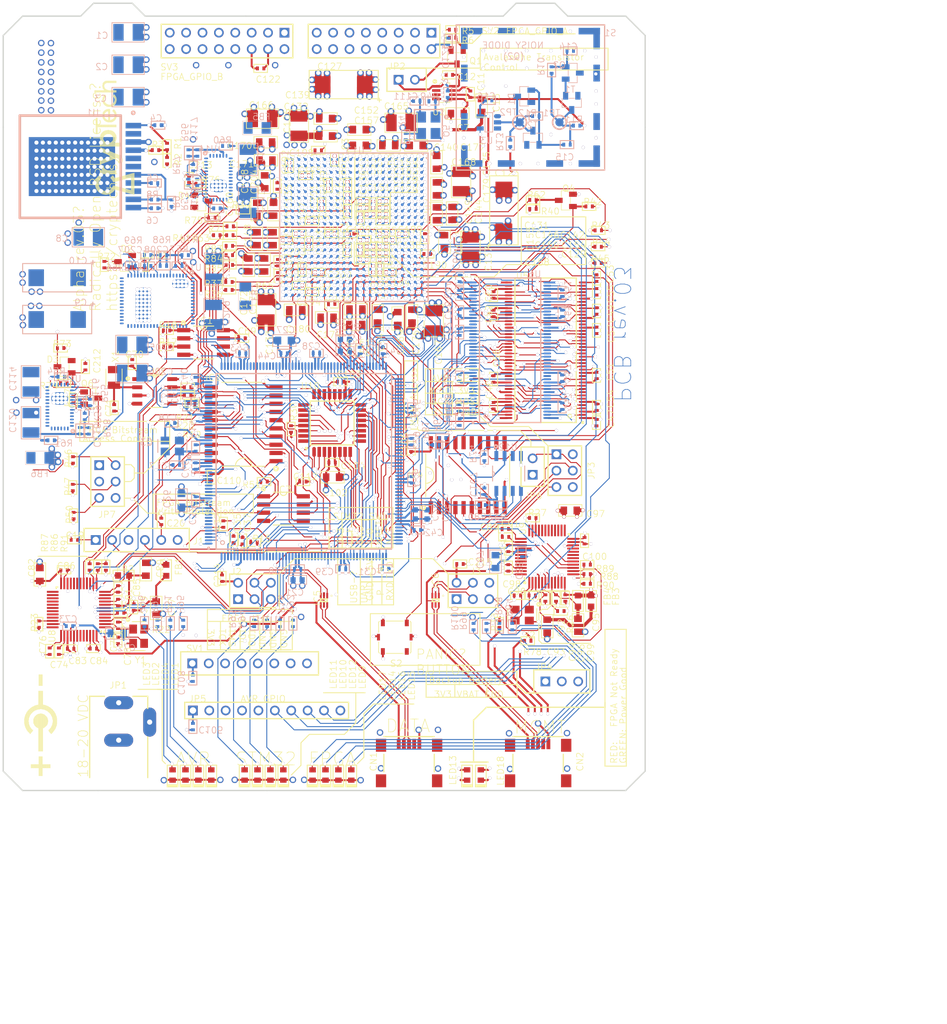
<source format=kicad_pcb>
(kicad_pcb (version 4) (host pcbnew "(2014-07-21 BZR 5016)-product")

  (general
    (links 0)
    (no_connects 0)
    (area 0 0 0 0)
    (thickness 1.6)
    (drawings 1)
    (tracks 0)
    (zones 0)
    (modules 42)
    (nets 304)
  )

  (page A4)
  (layers
    (0 F.Cu signal)
	(1 In1.Cu signal)
	(2 In2.Cu signal)
	(3 In3.Cu signal)
	(4 In4.Cu signal)
	(5 In5.Cu signal)
	(6 In6.Cu signal)

    (31 B.Cu signal)
    (32 B.Adhes user)
    (33 F.Adhes user)
    (34 B.Paste user)
    (35 F.Paste user)
    (36 B.SilkS user)
    (37 F.SilkS user)
    (38 B.Mask user)
    (39 F.Mask user)
    (40 Dwgs.User user)
    (41 Cmts.User user)
    (42 Eco1.User user)
    (43 Eco2.User user)
    (44 Edge.Cuts user)
    (45 Margin user)
    (46 B.CrtYd user)
    (47 F.CrtYd user)
    (48 B.Fab user)
    (49 F.Fab user)

  )

  (setup
    (last_trace_width 0.254)
    (trace_clearance 0.127)
    (zone_clearance 0.0144)
    (zone_45_only no)
    (trace_min 0.254)
    (segment_width 0.2)
    (edge_width 0.1)
    (via_size 0.889)
    (via_drill 0.635)
    (via_min_size 0.889)
    (via_min_drill 0.508)
    (uvia_size 0.508)
    (uvia_drill 0.127)
    (uvias_allowed no)
    (uvia_min_size 0.508)
    (uvia_min_drill 0.127)
    (pcb_text_width 0.3)
    (pcb_text_size 1.5 1.5)
    (mod_edge_width 0.15)
    (mod_text_size 1 1)
    (mod_text_width 0.15)
    (pad_size 1.5 1.5)
    (pad_drill 0.6)
    (pad_to_mask_clearance 0)
    (aux_axis_origin 0 0)
    (visible_elements 7FFFF77F)
    (pcbplotparams
      (layerselection 262143)
      (usegerberextensions false)
      (excludeedgelayer true)
      (linewidth 0.100000)
      (plotframeref false)
      (viasonmask false)
      (mode 1)
      (useauxorigin false)
      (hpglpennumber 1)
      (hpglpenspeed 20)
      (hpglpendiameter 15)
      (hpglpenoverlay 2)
      (psnegative false)
      (psa4output false)
      (plotreference true)
      (plotvalue true)
      (plotinvisibletext false)
      (padsonsilk false)
      (subtractmaskfromsilk false)
      (outputformat 1)
      (mirror false)
      (drillshape 0)
      (scaleselection 1)
      (outputdirectory "GerberOutput/"))
  )

  (net 0 "")
  (net 1 "Net1")
  (net 2 "DM_P")
  (net 3 "DM_N")
  (net 4 "3V3_BATT")
  (net 5 "15V_LDO_ENABLE")
  (net 6 "15V_STABLE")
  (net 7 "GND")
  (net 8 "NetC15_2")
  (net 9 "AMPLIFIED")
  (net 10 "ARM_FPGA_CFG_CS_N")
  (net 11 "ARM_FPGA_CFG_MISO")
  (net 12 "ARM_FPGA_CFG_MOSI")
  (net 13 "ARM_FPGA_CFG_SCLK")
  (net 14 "ARM_LED1")
  (net 15 "ARM_LED2")
  (net 16 "ARM_LED3")
  (net 17 "ARM_LED4")
  (net 18 "AVR_GPIO_0")
  (net 19 "AVR_GPIO_1")
  (net 20 "AVR_GPIO_2")
  (net 21 "AVR_GPIO_3")
  (net 22 "AVR_GPIO_4")
  (net 23 "AVR_GPIO_5")
  (net 24 "AVR_GPIO_6")
  (net 25 "AVR_GPIO_7")
  (net 26 "AVR_GPIO_ARM_0")
  (net 27 "AVR_GPIO_ARM_1")
  (net 28 "AVR_GPIO_ARM_2")
  (net 29 "AVR_GPIO_ARM_3")
  (net 30 "AVR_GPIO_FPGA_0")
  (net 31 "AVR_GPIO_FPGA_1")
  (net 32 "AVR_GPIO_FPGA_2")
  (net 33 "AVR_GPIO_FPGA_3")
  (net 34 "AVR_LED1")
  (net 35 "AVR_LED2")
  (net 36 "AVR_LED3")
  (net 37 "AVR_LED4")
  (net 38 "AVR_PANIC")
  (net 39 "AVR_RESET")
  (net 40 "BOOT0")
  (net 41 "D1_N")
  (net 42 "D1_P")
  (net 43 "DIGITIZED_NOISE")
  (net 44 "FMC_A0")
  (net 45 "FMC_A1")
  (net 46 "FMC_A2")
  (net 47 "FMC_A3")
  (net 48 "FMC_A4")
  (net 49 "FMC_A5")
  (net 50 "FMC_A6")
  (net 51 "FMC_A7")
  (net 52 "FMC_A8")
  (net 53 "FMC_A9")
  (net 54 "FMC_A10")
  (net 55 "FMC_A11")
  (net 56 "FMC_A12")
  (net 57 "FMC_A13")
  (net 58 "FMC_A14")
  (net 59 "FMC_A15")
  (net 60 "FMC_A16")
  (net 61 "FMC_A17")
  (net 62 "FMC_A18")
  (net 63 "FMC_A19")
  (net 64 "FMC_A20")
  (net 65 "FMC_A21")
  (net 66 "FMC_A22")
  (net 67 "FMC_A23")
  (net 68 "FMC_A24")
  (net 69 "FMC_A25")
  (net 70 "FMC_CLK")
  (net 71 "FMC_D0")
  (net 72 "FMC_D1")
  (net 73 "FMC_D2")
  (net 74 "FMC_D3")
  (net 75 "FMC_D4")
  (net 76 "FMC_D5")
  (net 77 "FMC_D6")
  (net 78 "FMC_D7")
  (net 79 "FMC_D8")
  (net 80 "FMC_D9")
  (net 81 "FMC_D10")
  (net 82 "FMC_D11")
  (net 83 "FMC_D12")
  (net 84 "FMC_D13")
  (net 85 "FMC_D14")
  (net 86 "FMC_D15")
  (net 87 "FMC_D16")
  (net 88 "FMC_D17")
  (net 89 "FMC_D18")
  (net 90 "FMC_D19")
  (net 91 "FMC_D20")
  (net 92 "FMC_D21")
  (net 93 "FMC_D22")
  (net 94 "FMC_D23")
  (net 95 "FMC_D24")
  (net 96 "FMC_D25")
  (net 97 "FMC_D26")
  (net 98 "FMC_D27")
  (net 99 "FMC_D28")
  (net 100 "FMC_D29")
  (net 101 "FMC_D30")
  (net 102 "FMC_D31")
  (net 103 "FMC_NBL0")
  (net 104 "FMC_NBL1")
  (net 105 "FMC_NBL2")
  (net 106 "FMC_NBL3")
  (net 107 "FMC_NE1")
  (net 108 "FMC_NL")
  (net 109 "FMC_NOE")
  (net 110 "FMC_NWAIT")
  (net 111 "FMC_NWE")
  (net 112 "FMC_SDCKE0")
  (net 113 "FMC_SDCKE1")
  (net 114 "FMC_SDCLK")
  (net 115 "FMC_SDNCAS")
  (net 116 "FMC_SDNE0")
  (net 117 "FMC_SDNE1")
  (net 118 "FMC_SDNRAS")
  (net 119 "FMC_SDNWE")
  (net 120 "FPGA_CFG_CS_N1")
  (net 121 "FPGA_CFG_CS_N")
  (net 122 "FPGA_CFG_CTRL_ARM_ENA")
  (net 123 "FPGA_CFG_CTRL_FPGA_DIS")
  (net 124 "FPGA_CFG_MISO1")
  (net 125 "FPGA_CFG_MISO")
  (net 126 "FPGA_CFG_MOSI1")
  (net 127 "FPGA_CFG_MOSI")
  (net 128 "FPGA_CFG_SCLK1")
  (net 129 "FPGA_CFG_SCLK")
  (net 130 "FPGA_DONE_INT")
  (net 131 "FPGA_DONE")
  (net 132 "FPGA_ENTROPY_DISABLE")
  (net 133 "FPGA_GCLK")
  (net 134 "FPGA_GPIO_A_0")
  (net 135 "FPGA_GPIO_A_1")
  (net 136 "FPGA_GPIO_A_2")
  (net 137 "FPGA_GPIO_A_3")
  (net 138 "FPGA_GPIO_A_4")
  (net 139 "FPGA_GPIO_A_5")
  (net 140 "FPGA_GPIO_A_6")
  (net 141 "FPGA_GPIO_A_7")
  (net 142 "FPGA_GPIO_B_0")
  (net 143 "FPGA_GPIO_B_1")
  (net 144 "FPGA_GPIO_B_2")
  (net 145 "FPGA_GPIO_B_3")
  (net 146 "FPGA_GPIO_B_4")
  (net 147 "FPGA_GPIO_B_5")
  (net 148 "FPGA_GPIO_B_6")
  (net 149 "FPGA_GPIO_B_7")
  (net 150 "FPGA_GPIO_LED_0")
  (net 151 "FPGA_GPIO_LED_1")
  (net 152 "FPGA_GPIO_LED_2")
  (net 153 "FPGA_GPIO_LED_3")
  (net 154 "FPGA_INIT_B_INT1")
  (net 155 "FPGA_INIT_B_INT")
  (net 156 "FPGA_INIT_B")
  (net 157 "FPGA_IRQ_N_0")
  (net 158 "FPGA_IRQ_N_1")
  (net 159 "FPGA_IRQ_N_2")
  (net 160 "FPGA_IRQ_N_3")
  (net 161 "FPGA_JTAG_TCK")
  (net 162 "FPGA_JTAG_TDI")
  (net 163 "FPGA_JTAG_TDO")
  (net 164 "FPGA_JTAG_TMS")
  (net 165 "FPGA_M0")
  (net 166 "FPGA_M1")
  (net 167 "FPGA_M2")
  (net 168 "FPGA_PROGRAM_B1")
  (net 169 "FPGA_PROGRAM_B")
  (net 170 "FPGA_PROM_CS_N")
  (net 171 "FPGA_PROM_MISO")
  (net 172 "FPGA_PROM_MOSI")
  (net 173 "FPGA_PROM_SCLK")
  (net 174 "FPGA_PROM_W_N")
  (net 175 "FPGA_VCCAUX_1V8")
  (net 176 "FPGA_VCCINT_1V0")
  (net 177 "FT_CTS")
  (net 178 "FT_DTR")
  (net 179 "FT_MGMT_CTS")
  (net 180 "FT_MGMT_DTR")
  (net 181 "FT_MGMT_RTS")
  (net 182 "FT_MGMT_RXD1")
  (net 183 "FT_MGMT_RXD")
  (net 184 "FT_MGMT_TXD1")
  (net 185 "FT_MGMT_TXD")
  (net 186 "FT_MGMT_VCC3V3")
  (net 187 "FT_MGMT_VPHY")
  (net 188 "FT_MGMT_VPLL")
  (net 189 "FT_MGMT_VREGIN")
  (net 190 "FT_REF1")
  (net 191 "FT_REF")
  (net 192 "FT_RESET1")
  (net 193 "FT_RESET")
  (net 194 "FT_RTS")
  (net 195 "FT_RXD1")
  (net 196 "FT_RXD")
  (net 197 "FT_TXD1")
  (net 198 "FT_TXD")
  (net 199 "FT_VCC3V3")
  (net 200 "FT_VCCA1")
  (net 201 "FT_VCCA")
  (net 202 "FT_VCCORE1")
  (net 203 "FT_VCCORE")
  (net 204 "FT_VPHY")
  (net 205 "FT_VPLL")
  (net 206 "FT_VREGIN")
  (net 207 "KSM_PROM_CS_N")
  (net 208 "KSM_PROM_MISO")
  (net 209 "KSM_PROM_MOSI")
  (net 210 "KSM_PROM_SCLK")
  (net 211 "MKM_AVR_CS_N")
  (net 212 "MKM_AVR_MISO")
  (net 213 "MKM_AVR_MOSI")
  (net 214 "MKM_AVR_SCK")
  (net 215 "MKM_CONTROL_AVR_ENA")
  (net 216 "MKM_CONTROL_FPGA_DIS")
  (net 217 "MKM_CS_N")
  (net 218 "MKM_FPGA_CS_N")
  (net 219 "MKM_FPGA_MISO")
  (net 220 "MKM_FPGA_MOSI")
  (net 221 "MKM_FPGA_SCK")
  (net 222 "MKM_MISO")
  (net 223 "MKM_MOSI")
  (net 224 "MKM_SCK")
  (net 225 "NetC5_1")
  (net 226 "NetC11_1")
  (net 227 "NetC12_2")
  (net 228 "NetC17_2")
  (net 229 "NetC70_2")
  (net 230 "NetC71_2")
  (net 231 "NetC75_2")
  (net 232 "NetC78_2")
  (net 233 "NetC90_2")
  (net 234 "NetC93_2")
  (net 235 "NetC115_1")
  (net 236 "NetC116_1")
  (net 237 "NetC117_1")
  (net 238 "NetC117_2")
  (net 239 "NetC118_1")
  (net 240 "NetC118_2")
  (net 241 "NetC207_1")
  (net 242 "NetC208_1")
  (net 243 "NetC208_2")
  (net 244 "NetIC1_3")
  (net 245 "NetJP2_2")
  (net 246 "NetLED1_1")
  (net 247 "NetLED2_1")
  (net 248 "NetLED3_1")
  (net 249 "NetLED4_1")
  (net 250 "NetLED9_1")
  (net 251 "NetLED10_1")
  (net 252 "NetLED11_1")
  (net 253 "NetLED12_1")
  (net 254 "NetLED13_1")
  (net 255 "NetLED14_1")
  (net 256 "NetLED15_1")
  (net 257 "NetLED16_1")
  (net 258 "NetLED17_1")
  (net 259 "NetLED18_1")
  (net 260 "NetLED18_2")
  (net 261 "NetQ1_1")
  (net 262 "NetQ5_1")
  (net 263 "NetQ5_3")
  (net 264 "NetR1_1")
  (net 265 "NetR3_2")
  (net 266 "NetR8_1")
  (net 267 "NetR32_2")
  (net 268 "NetR33_2")
  (net 269 "NetR52_1")
  (net 270 "NetR53_2")
  (net 271 "NetR54_1")
  (net 272 "NetR55_2")
  (net 273 "NetR65_1")
  (net 274 "NetR66_1")
  (net 275 "NetR67_1")
  (net 276 "NOISE_IN")
  (net 277 "NOISE_OUT")
  (net 278 "NRST")
  (net 279 "OSC_IN")
  (net 280 "OSC_OUT")
  (net 281 "POK_VCCAUX")
  (net 282 "POK_VCCINT")
  (net 283 "POK_VCCO")
  (net 284 "PWR_18V")
  (net 285 "PWR_ENA_VCCAUX")
  (net 286 "PWR_ENA_VCCINT")
  (net 287 "PWR_ENA_VCCO")
  (net 288 "RAW_NOISE")
  (net 289 "RTC_MFP")
  (net 290 "RTC_SCL")
  (net 291 "RTC_SDA")
  (net 292 "SPI_A_TRISTATE")
  (net 293 "SPI_B_TRISTATE")
  (net 294 "SWDCLK")
  (net 295 "SWDIO")
  (net 296 "USB_MGMT_N")
  (net 297 "USB_MGMT_P")
  (net 298 "USB_N")
  (net 299 "USB_P")
  (net 300 "VCAP1")
  (net 301 "VCAP2")
  (net 302 "VCC_5V0")
  (net 303 "VCCO_3V3")

  
  (net_class Default "This is the default net class."
    (clearance 0.150000)
    (trace_width 0.254000)
    (via_dia 0.889)
    (via_drill 0.635)
    (uvia_dia 0.508)
    (uvia_drill 0.127)
	(add_net Net1)
  )
  
 (net_class FMC "FMC"
	(clearance 0.150000)
    (trace_width 0.254000)
    (via_dia 0.889)
    (via_drill 0.635)
    (uvia_dia 0.508)
    (uvia_drill 0.127)
    (add_net "FMC_A0")
    (add_net "FMC_A1")
    (add_net "FMC_A10")
    (add_net "FMC_A11")
    (add_net "FMC_A12")
    (add_net "FMC_A13")
    (add_net "FMC_A14")
    (add_net "FMC_A15")
    (add_net "FMC_A16")
    (add_net "FMC_A17")
    (add_net "FMC_A18")
    (add_net "FMC_A19")
    (add_net "FMC_A2")
    (add_net "FMC_A20")
    (add_net "FMC_A21")
    (add_net "FMC_A22")
    (add_net "FMC_A23")
    (add_net "FMC_A24")
    (add_net "FMC_A25")
    (add_net "FMC_A3")
    (add_net "FMC_A4")
    (add_net "FMC_A5")
    (add_net "FMC_A6")
    (add_net "FMC_A7")
    (add_net "FMC_A8")
    (add_net "FMC_A9")
    (add_net "FMC_CLK")
    (add_net "FMC_D0")
    (add_net "FMC_D1")
    (add_net "FMC_D10")
    (add_net "FMC_D11")
    (add_net "FMC_D12")
    (add_net "FMC_D13")
    (add_net "FMC_D14")
    (add_net "FMC_D15")
    (add_net "FMC_D16")
    (add_net "FMC_D17")
    (add_net "FMC_D18")
    (add_net "FMC_D19")
    (add_net "FMC_D2")
    (add_net "FMC_D20")
    (add_net "FMC_D21")
    (add_net "FMC_D22")
    (add_net "FMC_D23")
    (add_net "FMC_D24")
    (add_net "FMC_D25")
    (add_net "FMC_D26")
    (add_net "FMC_D27")
    (add_net "FMC_D28")
    (add_net "FMC_D29")
    (add_net "FMC_D3")
    (add_net "FMC_D30")
    (add_net "FMC_D31")
    (add_net "FMC_D4")
    (add_net "FMC_D5")
    (add_net "FMC_D6")
    (add_net "FMC_D7")
    (add_net "FMC_D8")
    (add_net "FMC_D9")
    (add_net "FMC_NBL0")
    (add_net "FMC_NBL1")
    (add_net "FMC_NBL2")
    (add_net "FMC_NBL3")
    (add_net "FMC_NE1")
    (add_net "FMC_NL")
    (add_net "FMC_NOE")
    (add_net "FMC_NWAIT")
    (add_net "FMC_NWE")
    (add_net "FMC_SDCKE0")
    (add_net "FMC_SDCKE1")
    (add_net "FMC_SDCLK")
    (add_net "FMC_SDNCAS")
    (add_net "FMC_SDNE0")
    (add_net "FMC_SDNE1")
    (add_net "FMC_SDNRAS")
    (add_net "FMC_SDNWE")
  )
 (net_class FPGA_GPIO "FPGA_GPIO"
	(clearance 0.150000)
    (trace_width 0.254000)
    (via_dia 0.889)
    (via_drill 0.635)
    (uvia_dia 0.508)
    (uvia_drill 0.127)
    (add_net "FPGA_GPIO_A_0")
    (add_net "FPGA_GPIO_A_1")
    (add_net "FPGA_GPIO_A_2")
    (add_net "FPGA_GPIO_A_3")
    (add_net "FPGA_GPIO_A_4")
    (add_net "FPGA_GPIO_A_5")
    (add_net "FPGA_GPIO_A_6")
    (add_net "FPGA_GPIO_A_7")
    (add_net "FPGA_GPIO_B_0")
    (add_net "FPGA_GPIO_B_1")
    (add_net "FPGA_GPIO_B_2")
    (add_net "FPGA_GPIO_B_3")
    (add_net "FPGA_GPIO_B_4")
    (add_net "FPGA_GPIO_B_5")
    (add_net "FPGA_GPIO_B_6")
    (add_net "FPGA_GPIO_B_7")
  )
 (net_class USB "USB"
	(clearance 0.150000)
    (trace_width 0.254000)
    (via_dia 0.889)
    (via_drill 0.635)
    (uvia_dia 0.508)
    (uvia_drill 0.127)
    (add_net "D1_N")
    (add_net "D1_P")
    (add_net "DM_N")
    (add_net "DM_P")
    (add_net "USB_MGMT_N")
    (add_net "USB_MGMT_P")
    (add_net "USB_N")
    (add_net "USB_P")
  )
#ComponentBodies#0: 0C83030000450C00FFFFFFFF6A00FFFFFFFF0000000000 V7_LAYER=MECHANICAL13|NAME= |KIND=0|SUBPOLYINDEX=-1|UNIONINDEX=0|ARCRESOLUTION=0.5mil|ISSHAPEBASED=FALSE|CAVITYHEIGHT=0mil|STANDOFFHEIGHT=0mil|OVERALLHEIGHT=7.9528mil|BODYPROJECTION=1|ARCRESOLUTION=0.5mil|BODYCOLOR3D=8421504|BODYOPACITY3D=1.000|IDENTIFIER=83,87,51,100,80,83,45,48,52,48,50,32,83,77,68,32,67,97,112,97,99,105,116,111,114|TEXTURE=|TEXTURECENTERX=0mil|TEXTURECENTERY=0mil|TEXTURESIZEX=0mil|TEXTURESIZEY=0mil|TEXTUREROTATION= 9.00000000000000E+0001|MODELID={ECAF1ED8-FCC0-4738-A947-200F4027AE60}|MODEL.CHECKSUM=1351519988|MODEL.EMBED=TRUE|MODEL.NAME=SW3dPS-0402 SMD Capacitor.STEP|MODEL.2D.X=9110.1575mil|MODEL.2D.Y=2205.3543mil|MODEL.2D.ROTATION=0.000|MODEL.3D.ROTX=90.000|MODEL.3D.ROTY=0.000|MODEL.3D.ROTZ=90.000|MODEL.3D.DZ=0mil|MODEL.SNAPCOUNT=0|MODEL.MODELTYPE=1|MODEL.MODELSOURCE=Undefined
#$pads{106}
#ComponentBodies#1: 0C4A030000450C00FFFFFFFFFE00FFFFFFFF0000000000 V7_LAYER=MECHANICAL13|NAME= |KIND=0|SUBPOLYINDEX=-1|UNIONINDEX=0|ARCRESOLUTION=0.5mil|ISSHAPEBASED=FALSE|CAVITYHEIGHT=0mil|STANDOFFHEIGHT=0mil|OVERALLHEIGHT=19.685mil|BODYPROJECTION=0|ARCRESOLUTION=0.5mil|BODYCOLOR3D=8421504|BODYOPACITY3D=1.000|IDENTIFIER=|TEXTURE=|TEXTURECENTERX=0mil|TEXTURECENTERY=0mil|TEXTURESIZEX=0.0001mil|TEXTURESIZEY=0.0001mil|TEXTUREROTATION= 9.00000000000000E+0001|MODELID={A9F03225-78F3-44F4-BDE1-63D1BE99F056}|MODEL.CHECKSUM=1957728606|MODEL.EMBED=FALSE|MODEL.NAME=|MODEL.2D.X=10076.6927mil|MODEL.2D.Y=1910.0787mil|MODEL.2D.ROTATION=0.000|MODEL.3D.ROTX=0.000|MODEL.3D.ROTY=0.000|MODEL.3D.ROTZ=0.000|MODEL.3D.DZ=0mil|MODEL.SNAPCOUNT=0|MODEL.MODELTYPE=0|MODEL.EXTRUDED.MINZ=0mil|MODEL.EXTRUDED.MAXZ=19.685mil
#$pads{254}
#ComponentBodies#2: 0C49030000450C00FFFFFFFFFF00FFFFFFFF0000000000 V7_LAYER=MECHANICAL13|NAME= |KIND=0|SUBPOLYINDEX=-1|UNIONINDEX=0|ARCRESOLUTION=0.5mil|ISSHAPEBASED=FALSE|CAVITYHEIGHT=0mil|STANDOFFHEIGHT=0mil|OVERALLHEIGHT=19.685mil|BODYPROJECTION=0|ARCRESOLUTION=0.5mil|BODYCOLOR3D=8421504|BODYOPACITY3D=1.000|IDENTIFIER=|TEXTURE=|TEXTURECENTERX=0mil|TEXTURECENTERY=0mil|TEXTURESIZEX=0.0001mil|TEXTURESIZEY=0.0001mil|TEXTUREROTATION= 9.00000000000000E+0001|MODELID={A9F03225-78F3-44F4-BDE1-63D1BE99F056}|MODEL.CHECKSUM=1957728606|MODEL.EMBED=FALSE|MODEL.NAME=|MODEL.2D.X=9997.9525mil|MODEL.2D.Y=1910.0787mil|MODEL.2D.ROTATION=0.000|MODEL.3D.ROTX=0.000|MODEL.3D.ROTY=0.000|MODEL.3D.ROTZ=0.000|MODEL.3D.DZ=0mil|MODEL.SNAPCOUNT=0|MODEL.MODELTYPE=0|MODEL.EXTRUDED.MINZ=0mil|MODEL.EXTRUDED.MAXZ=19.685mil
#$pads{255}
#ComponentBodies#3: 0C49030000450C00FFFFFFFFFD00FFFFFFFF0000000000 V7_LAYER=MECHANICAL13|NAME= |KIND=0|SUBPOLYINDEX=-1|UNIONINDEX=0|ARCRESOLUTION=0.5mil|ISSHAPEBASED=FALSE|CAVITYHEIGHT=0mil|STANDOFFHEIGHT=0mil|OVERALLHEIGHT=19.685mil|BODYPROJECTION=0|ARCRESOLUTION=0.5mil|BODYCOLOR3D=8421504|BODYOPACITY3D=1.000|IDENTIFIER=|TEXTURE=|TEXTURECENTERX=0mil|TEXTURECENTERY=0mil|TEXTURESIZEX=0.0001mil|TEXTURESIZEY=0.0001mil|TEXTUREROTATION= 9.00000000000000E+0001|MODELID={A9F03225-78F3-44F4-BDE1-63D1BE99F056}|MODEL.CHECKSUM=1957728606|MODEL.EMBED=FALSE|MODEL.NAME=|MODEL.2D.X=9919.2126mil|MODEL.2D.Y=1910.0787mil|MODEL.2D.ROTATION=0.000|MODEL.3D.ROTX=0.000|MODEL.3D.ROTY=0.000|MODEL.3D.ROTZ=0.000|MODEL.3D.DZ=0mil|MODEL.SNAPCOUNT=0|MODEL.MODELTYPE=0|MODEL.EXTRUDED.MINZ=0mil|MODEL.EXTRUDED.MAXZ=19.685mil
#$pads{253}
#ComponentBodies#4: 0C49030000450C00FFFFFFFF0001FFFFFFFF0000000000 V7_LAYER=MECHANICAL13|NAME= |KIND=0|SUBPOLYINDEX=-1|UNIONINDEX=0|ARCRESOLUTION=0.5mil|ISSHAPEBASED=FALSE|CAVITYHEIGHT=0mil|STANDOFFHEIGHT=0mil|OVERALLHEIGHT=19.685mil|BODYPROJECTION=0|ARCRESOLUTION=0.5mil|BODYCOLOR3D=8421504|BODYOPACITY3D=1.000|IDENTIFIER=|TEXTURE=|TEXTURECENTERX=0mil|TEXTURECENTERY=0mil|TEXTURESIZEX=0.0001mil|TEXTURESIZEY=0.0001mil|TEXTUREROTATION= 9.00000000000000E+0001|MODELID={A9F03225-78F3-44F4-BDE1-63D1BE99F056}|MODEL.CHECKSUM=1957728606|MODEL.EMBED=FALSE|MODEL.NAME=|MODEL.2D.X=9840.4724mil|MODEL.2D.Y=1910.0787mil|MODEL.2D.ROTATION=0.000|MODEL.3D.ROTX=0.000|MODEL.3D.ROTY=0.000|MODEL.3D.ROTZ=0.000|MODEL.3D.DZ=0mil|MODEL.SNAPCOUNT=0|MODEL.MODELTYPE=0|MODEL.EXTRUDED.MINZ=0mil|MODEL.EXTRUDED.MAXZ=19.685mil
#$pads{256}
#ComponentBodies#5: 0C49030000450C00FFFFFFFFFA00FFFFFFFF0000000000 V7_LAYER=MECHANICAL13|NAME= |KIND=0|SUBPOLYINDEX=-1|UNIONINDEX=0|ARCRESOLUTION=0.5mil|ISSHAPEBASED=FALSE|CAVITYHEIGHT=0mil|STANDOFFHEIGHT=0mil|OVERALLHEIGHT=19.685mil|BODYPROJECTION=0|ARCRESOLUTION=0.5mil|BODYCOLOR3D=8421504|BODYOPACITY3D=1.000|IDENTIFIER=|TEXTURE=|TEXTURECENTERX=0mil|TEXTURECENTERY=0mil|TEXTURESIZEX=0.0001mil|TEXTURESIZEY=0.0001mil|TEXTUREROTATION= 9.00000000000000E+0001|MODELID={A9F03225-78F3-44F4-BDE1-63D1BE99F056}|MODEL.CHECKSUM=1957728606|MODEL.EMBED=FALSE|MODEL.NAME=|MODEL.2D.X=8986.1417mil|MODEL.2D.Y=1910.0787mil|MODEL.2D.ROTATION=0.000|MODEL.3D.ROTX=0.000|MODEL.3D.ROTY=0.000|MODEL.3D.ROTZ=0.000|MODEL.3D.DZ=0mil|MODEL.SNAPCOUNT=0|MODEL.MODELTYPE=0|MODEL.EXTRUDED.MINZ=0mil|MODEL.EXTRUDED.MAXZ=19.685mil
#$pads{250}
#ComponentBodies#6: 0C49030000450C00FFFFFFFFF900FFFFFFFF0000000000 V7_LAYER=MECHANICAL13|NAME= |KIND=0|SUBPOLYINDEX=-1|UNIONINDEX=0|ARCRESOLUTION=0.5mil|ISSHAPEBASED=FALSE|CAVITYHEIGHT=0mil|STANDOFFHEIGHT=0mil|OVERALLHEIGHT=19.685mil|BODYPROJECTION=0|ARCRESOLUTION=0.5mil|BODYCOLOR3D=8421504|BODYOPACITY3D=1.000|IDENTIFIER=|TEXTURE=|TEXTURECENTERX=0mil|TEXTURECENTERY=0mil|TEXTURESIZEX=0.0001mil|TEXTURESIZEY=0.0001mil|TEXTUREROTATION= 9.00000000000000E+0001|MODELID={A9F03225-78F3-44F4-BDE1-63D1BE99F056}|MODEL.CHECKSUM=1957728606|MODEL.EMBED=FALSE|MODEL.NAME=|MODEL.2D.X=9064.8816mil|MODEL.2D.Y=1910.0787mil|MODEL.2D.ROTATION=0.000|MODEL.3D.ROTX=0.000|MODEL.3D.ROTY=0.000|MODEL.3D.ROTZ=0.000|MODEL.3D.DZ=0mil|MODEL.SNAPCOUNT=0|MODEL.MODELTYPE=0|MODEL.EXTRUDED.MINZ=0mil|MODEL.EXTRUDED.MAXZ=19.685mil
#$pads{249}
#ComponentBodies#7: 0C48030000450C00FFFFFFFFF800FFFFFFFF0000000000 V7_LAYER=MECHANICAL13|NAME= |KIND=0|SUBPOLYINDEX=-1|UNIONINDEX=0|ARCRESOLUTION=0.5mil|ISSHAPEBASED=FALSE|CAVITYHEIGHT=0mil|STANDOFFHEIGHT=0mil|OVERALLHEIGHT=19.685mil|BODYPROJECTION=0|ARCRESOLUTION=0.5mil|BODYCOLOR3D=8421504|BODYOPACITY3D=1.000|IDENTIFIER=|TEXTURE=|TEXTURECENTERX=0mil|TEXTURECENTERY=0mil|TEXTURESIZEX=0.0001mil|TEXTURESIZEY=0.0001mil|TEXTUREROTATION= 9.00000000000000E+0001|MODELID={A9F03225-78F3-44F4-BDE1-63D1BE99F056}|MODEL.CHECKSUM=1957728606|MODEL.EMBED=FALSE|MODEL.NAME=|MODEL.2D.X=9222.362mil|MODEL.2D.Y=1910.0787mil|MODEL.2D.ROTATION=0.000|MODEL.3D.ROTX=0.000|MODEL.3D.ROTY=0.000|MODEL.3D.ROTZ=0.000|MODEL.3D.DZ=0mil|MODEL.SNAPCOUNT=0|MODEL.MODELTYPE=0|MODEL.EXTRUDED.MINZ=0mil|MODEL.EXTRUDED.MAXZ=19.685mil
#$pads{248}
#ComponentBodies#8: 0C49030000450C00FFFFFFFFFB00FFFFFFFF0000000000 V7_LAYER=MECHANICAL13|NAME= |KIND=0|SUBPOLYINDEX=-1|UNIONINDEX=0|ARCRESOLUTION=0.5mil|ISSHAPEBASED=FALSE|CAVITYHEIGHT=0mil|STANDOFFHEIGHT=0mil|OVERALLHEIGHT=19.685mil|BODYPROJECTION=0|ARCRESOLUTION=0.5mil|BODYCOLOR3D=8421504|BODYOPACITY3D=1.000|IDENTIFIER=|TEXTURE=|TEXTURECENTERX=0mil|TEXTURECENTERY=0mil|TEXTURESIZEX=0.0001mil|TEXTURESIZEY=0.0001mil|TEXTUREROTATION= 9.00000000000000E+0001|MODELID={A9F03225-78F3-44F4-BDE1-63D1BE99F056}|MODEL.CHECKSUM=1957728606|MODEL.EMBED=FALSE|MODEL.NAME=|MODEL.2D.X=9143.6218mil|MODEL.2D.Y=1910.0787mil|MODEL.2D.ROTATION=0.000|MODEL.3D.ROTX=0.000|MODEL.3D.ROTY=0.000|MODEL.3D.ROTZ=0.000|MODEL.3D.DZ=0mil|MODEL.SNAPCOUNT=0|MODEL.MODELTYPE=0|MODEL.EXTRUDED.MINZ=0mil|MODEL.EXTRUDED.MAXZ=19.685mil
#$pads{251}
#ComponentBodies#9: 0C49030000450C00FFFFFFFFF600FFFFFFFF0000000000 V7_LAYER=MECHANICAL13|NAME= |KIND=0|SUBPOLYINDEX=-1|UNIONINDEX=0|ARCRESOLUTION=0.5mil|ISSHAPEBASED=FALSE|CAVITYHEIGHT=0mil|STANDOFFHEIGHT=0mil|OVERALLHEIGHT=19.685mil|BODYPROJECTION=0|ARCRESOLUTION=0.5mil|BODYCOLOR3D=8421504|BODYOPACITY3D=1.000|IDENTIFIER=|TEXTURE=|TEXTURECENTERX=0mil|TEXTURECENTERY=0mil|TEXTURESIZEX=0.0001mil|TEXTURESIZEY=0.0001mil|TEXTUREROTATION= 9.00000000000000E+0001|MODELID={A9F03225-78F3-44F4-BDE1-63D1BE99F056}|MODEL.CHECKSUM=1957728606|MODEL.EMBED=FALSE|MODEL.NAME=|MODEL.2D.X=9425.6768mil|MODEL.2D.Y=1910.0788mil|MODEL.2D.ROTATION=0.000|MODEL.3D.ROTX=0.000|MODEL.3D.ROTY=0.000|MODEL.3D.ROTZ=0.000|MODEL.3D.DZ=0mil|MODEL.SNAPCOUNT=0|MODEL.MODELTYPE=0|MODEL.EXTRUDED.MINZ=0mil|MODEL.EXTRUDED.MAXZ=19.685mil
#$pads{246}
#ComponentBodies#10: 0C48030000450C00FFFFFFFFF500FFFFFFFF0000000000 V7_LAYER=MECHANICAL13|NAME= |KIND=0|SUBPOLYINDEX=-1|UNIONINDEX=0|ARCRESOLUTION=0.5mil|ISSHAPEBASED=FALSE|CAVITYHEIGHT=0mil|STANDOFFHEIGHT=0mil|OVERALLHEIGHT=19.685mil|BODYPROJECTION=0|ARCRESOLUTION=0.5mil|BODYCOLOR3D=8421504|BODYOPACITY3D=1.000|IDENTIFIER=|TEXTURE=|TEXTURECENTERX=0mil|TEXTURECENTERY=0mil|TEXTURESIZEX=0.0001mil|TEXTURESIZEY=0.0001mil|TEXTUREROTATION= 9.00000000000000E+0001|MODELID={A9F03225-78F3-44F4-BDE1-63D1BE99F056}|MODEL.CHECKSUM=1957728606|MODEL.EMBED=FALSE|MODEL.NAME=|MODEL.2D.X=9504.417mil|MODEL.2D.Y=1910.0788mil|MODEL.2D.ROTATION=0.000|MODEL.3D.ROTX=0.000|MODEL.3D.ROTY=0.000|MODEL.3D.ROTZ=0.000|MODEL.3D.DZ=0mil|MODEL.SNAPCOUNT=0|MODEL.MODELTYPE=0|MODEL.EXTRUDED.MINZ=0mil|MODEL.EXTRUDED.MAXZ=19.685mil
#$pads{245}
#ComponentBodies#11: 0C49030000450C00FFFFFFFFF700FFFFFFFF0000000000 V7_LAYER=MECHANICAL13|NAME= |KIND=0|SUBPOLYINDEX=-1|UNIONINDEX=0|ARCRESOLUTION=0.5mil|ISSHAPEBASED=FALSE|CAVITYHEIGHT=0mil|STANDOFFHEIGHT=0mil|OVERALLHEIGHT=19.685mil|BODYPROJECTION=0|ARCRESOLUTION=0.5mil|BODYCOLOR3D=8421504|BODYOPACITY3D=1.000|IDENTIFIER=|TEXTURE=|TEXTURECENTERX=0mil|TEXTURECENTERY=0mil|TEXTURESIZEX=0.0001mil|TEXTURESIZEY=0.0001mil|TEXTUREROTATION= 9.00000000000000E+0001|MODELID={A9F03225-78F3-44F4-BDE1-63D1BE99F056}|MODEL.CHECKSUM=1957728606|MODEL.EMBED=FALSE|MODEL.NAME=|MODEL.2D.X=9583.1573mil|MODEL.2D.Y=1910.0788mil|MODEL.2D.ROTATION=0.000|MODEL.3D.ROTX=0.000|MODEL.3D.ROTY=0.000|MODEL.3D.ROTZ=0.000|MODEL.3D.DZ=0mil|MODEL.SNAPCOUNT=0|MODEL.MODELTYPE=0|MODEL.EXTRUDED.MINZ=0mil|MODEL.EXTRUDED.MAXZ=19.685mil
#$pads{247}
#ComponentBodies#12: 0C49030000450C00FFFFFFFFF400FFFFFFFF0000000000 V7_LAYER=MECHANICAL13|NAME= |KIND=0|SUBPOLYINDEX=-1|UNIONINDEX=0|ARCRESOLUTION=0.5mil|ISSHAPEBASED=FALSE|CAVITYHEIGHT=0mil|STANDOFFHEIGHT=0mil|OVERALLHEIGHT=19.685mil|BODYPROJECTION=0|ARCRESOLUTION=0.5mil|BODYCOLOR3D=8421504|BODYOPACITY3D=1.000|IDENTIFIER=|TEXTURE=|TEXTURECENTERX=0mil|TEXTURECENTERY=0mil|TEXTURESIZEX=0.0001mil|TEXTURESIZEY=0.0001mil|TEXTUREROTATION= 9.00000000000000E+0001|MODELID={A9F03225-78F3-44F4-BDE1-63D1BE99F056}|MODEL.CHECKSUM=1957728606|MODEL.EMBED=FALSE|MODEL.NAME=|MODEL.2D.X=9661.8975mil|MODEL.2D.Y=1910.0788mil|MODEL.2D.ROTATION=0.000|MODEL.3D.ROTX=0.000|MODEL.3D.ROTY=0.000|MODEL.3D.ROTZ=0.000|MODEL.3D.DZ=0mil|MODEL.SNAPCOUNT=0|MODEL.MODELTYPE=0|MODEL.EXTRUDED.MINZ=0mil|MODEL.EXTRUDED.MAXZ=19.685mil
#$pads{244}
#ComponentBodies#13: 0C9E030000450C00FFFFFFFF0100FFFFFFFF0000000000 V7_LAYER=MECHANICAL13|NAME= |KIND=0|SUBPOLYINDEX=-1|UNIONINDEX=0|ARCRESOLUTION=0.5mil|ISSHAPEBASED=FALSE|CAVITYHEIGHT=0mil|STANDOFFHEIGHT=-98.2098mil|OVERALLHEIGHT=334.0737mil|BODYPROJECTION=0|ARCRESOLUTION=0.5mil|BODYCOLOR3D=8421504|BODYOPACITY3D=1.000|IDENTIFIER=85,115,101,114,32,76,105,98,114,97,114,121,45,72,101,97,100,101,114,49,120,50|TEXTURE=|TEXTURECENTERX=-0.0001mil|TEXTURECENTERY=0mil|TEXTURESIZEX=0.0001mil|TEXTURESIZEY=0.0001mil|TEXTUREROTATION= 2.70000000000000E+0002|MODELID={3416A7AC-A52A-4572-ACF4-BAC340C3B4B7}|MODEL.CHECKSUM=468535500|MODEL.EMBED=TRUE|MODEL.NAME=User Library-Header1x2.STEP|MODEL.2D.X=10718.578mil|MODEL.2D.Y=4015.4005mil|MODEL.2D.ROTATION=0.000|MODEL.3D.ROTX=90.000|MODEL.3D.ROTY=0.000|MODEL.3D.ROTZ=270.000|MODEL.3D.DZ=-267.7165mil|MODEL.SNAPCOUNT=0|MODEL.MODELTYPE=1|MODEL.MODELSOURCE=Undefined
#$pads{1}
#ComponentBodies#14: 0C91030000450C00FFFFFFFFF200FFFFFFFF0000000000 V7_LAYER=MECHANICAL13|NAME= |KIND=0|SUBPOLYINDEX=-1|UNIONINDEX=0|ARCRESOLUTION=0.5mil|ISSHAPEBASED=FALSE|CAVITYHEIGHT=0mil|STANDOFFHEIGHT=-118.1102mil|OVERALLHEIGHT=370.0787mil|BODYPROJECTION=0|ARCRESOLUTION=0.5mil|BODYCOLOR3D=8421504|BODYOPACITY3D=1.000|IDENTIFIER=112,105,110,95,104,101,97,100,101,114,95,97,119,95,49,48,56,95,48,51,45,116|TEXTURE=|TEXTURECENTERX=0mil|TEXTURECENTERY=0mil|TEXTURESIZEX=0.0001mil|TEXTURESIZEY=0.0001mil|TEXTUREROTATION= 3.60000000000000E+0002|MODELID={836C6F64-A2E5-4878-A8E8-F259D323E457}|MODEL.CHECKSUM=2053833139|MODEL.EMBED=TRUE|MODEL.NAME=pin_header_aw_108_03-t.stp|MODEL.2D.X=11363.2806mil|MODEL.2D.Y=2482.9134mil|MODEL.2D.ROTATION=0.000|MODEL.3D.ROTX=270.000|MODEL.3D.ROTY=0.000|MODEL.3D.ROTZ=360.000|MODEL.3D.DZ=0mil|MODEL.SNAPCOUNT=0|MODEL.MODELTYPE=1|MODEL.MODELSOURCE=Undefined
#$pads{242}
#ComponentBodies#15: 0CA1030000450C00FFFFFFFFF100FFFFFFFF0000000000 V7_LAYER=MECHANICAL13|NAME= |KIND=0|SUBPOLYINDEX=-1|UNIONINDEX=0|ARCRESOLUTION=0.5mil|ISSHAPEBASED=FALSE|CAVITYHEIGHT=0mil|STANDOFFHEIGHT=-118.1102mil|OVERALLHEIGHT=334.6457mil|BODYPROJECTION=0|ARCRESOLUTION=0.5mil|BODYCOLOR3D=8421504|BODYOPACITY3D=1.000|IDENTIFIER=112,105,110,95,104,101,97,100,101,114,95,97,119,108,50,53,52,45,100,103,45,103,48,54,100|TEXTURE=|TEXTURECENTERX=0mil|TEXTURECENTERY=0mil|TEXTURESIZEX=0.0001mil|TEXTURESIZEY=0.0001mil|TEXTUREROTATION= 2.70000000000000E+0002|MODELID={B3089A96-FA19-4D55-9DE1-03C6B2D79610}|MODEL.CHECKSUM=1828365065|MODEL.EMBED=TRUE|MODEL.NAME=pin_header_awl254-dg-g06d.stp|MODEL.2D.X=11378.5433mil|MODEL.2D.Y=3766.6063mil|MODEL.2D.ROTATION=0.000|MODEL.3D.ROTX=270.000|MODEL.3D.ROTY=0.000|MODEL.3D.ROTZ=270.000|MODEL.3D.DZ=0mil|MODEL.SNAPCOUNT=0|MODEL.MODELTYPE=1|MODEL.MODELSOURCE=Undefined
#$pads{241}
#ComponentBodies#16: 0C9C030000450C00FFFFFFFFEE00FFFFFFFF0000000000 V7_LAYER=MECHANICAL13|NAME= |KIND=0|SUBPOLYINDEX=-1|UNIONINDEX=0|ARCRESOLUTION=0.5mil|ISSHAPEBASED=FALSE|CAVITYHEIGHT=0mil|STANDOFFHEIGHT=-118.1102mil|OVERALLHEIGHT=334.6457mil|BODYPROJECTION=0|ARCRESOLUTION=0.5mil|BODYCOLOR3D=8421504|BODYOPACITY3D=1.000|IDENTIFIER=112,105,110,95,104,101,97,100,101,114,95,97,119,108,50,53,52,45,100,103,45,103,48,54,100|TEXTURE=|TEXTURECENTERX=0mil|TEXTURECENTERY=0mil|TEXTURESIZEX=0.0001mil|TEXTURESIZEY=0.0001mil|TEXTUREROTATION= 3.60000000000000E+0002|MODELID={B3089A96-FA19-4D55-9DE1-03C6B2D79610}|MODEL.CHECKSUM=1828365065|MODEL.EMBED=TRUE|MODEL.NAME=pin_header_awl254-dg-g06d.stp|MODEL.2D.X=10819.3935mil|MODEL.2D.Y=3033mil|MODEL.2D.ROTATION=0.000|MODEL.3D.ROTX=270.000|MODEL.3D.ROTY=0.000|MODEL.3D.ROTZ=360.000|MODEL.3D.DZ=0mil|MODEL.SNAPCOUNT=0|MODEL.MODELTYPE=1|MODEL.MODELSOURCE=Undefined
#$pads{238}
#ComponentBodies#17: 0C9B030000450C00FFFFFFFFED00FFFFFFFF0000000000 V7_LAYER=MECHANICAL13|NAME= |KIND=0|SUBPOLYINDEX=-1|UNIONINDEX=0|ARCRESOLUTION=0.5mil|ISSHAPEBASED=FALSE|CAVITYHEIGHT=0mil|STANDOFFHEIGHT=-118.1102mil|OVERALLHEIGHT=334.6457mil|BODYPROJECTION=0|ARCRESOLUTION=0.5mil|BODYCOLOR3D=8421504|BODYOPACITY3D=1.000|IDENTIFIER=112,105,110,95,104,101,97,100,101,114,95,97,119,108,50,53,52,45,100,103,45,103,48,54,100|TEXTURE=|TEXTURECENTERX=0mil|TEXTURECENTERY=0mil|TEXTURESIZEX=0.0001mil|TEXTURESIZEY=0.0001mil|TEXTUREROTATION= 3.60000000000000E+0002|MODELID={B3089A96-FA19-4D55-9DE1-03C6B2D79610}|MODEL.CHECKSUM=1828365065|MODEL.EMBED=TRUE|MODEL.NAME=pin_header_awl254-dg-g06d.stp|MODEL.2D.X=9486.3935mil|MODEL.2D.Y=3033mil|MODEL.2D.ROTATION=0.000|MODEL.3D.ROTX=270.000|MODEL.3D.ROTY=0.000|MODEL.3D.ROTZ=360.000|MODEL.3D.DZ=0mil|MODEL.SNAPCOUNT=0|MODEL.MODELTYPE=1|MODEL.MODELSOURCE=Undefined
#$pads{237}
#ComponentBodies#18: 0CA0030000450C00FFFFFFFFEC00FFFFFFFF0000000000 V7_LAYER=MECHANICAL13|NAME= |KIND=0|SUBPOLYINDEX=-1|UNIONINDEX=0|ARCRESOLUTION=0.5mil|ISSHAPEBASED=FALSE|CAVITYHEIGHT=0mil|STANDOFFHEIGHT=-118.1102mil|OVERALLHEIGHT=334.6457mil|BODYPROJECTION=0|ARCRESOLUTION=0.5mil|BODYCOLOR3D=8421504|BODYOPACITY3D=1.000|IDENTIFIER=112,105,110,95,104,101,97,100,101,114,95,97,45,115,108,50,53,52,45,101,97,45,103,48,54,109,112,49|TEXTURE=|TEXTURECENTERX=0mil|TEXTURECENTERY=0mil|TEXTURESIZEX=0mil|TEXTURESIZEY=0mil|TEXTUREROTATION= 0.00000000000000E+0000|MODELID={670BFB14-85C2-4702-8D7A-0DB010DFEAB5}|MODEL.CHECKSUM=3117036287|MODEL.EMBED=TRUE|MODEL.NAME=pin_header_a-sl254-ea-g06mp1.stp|MODEL.2D.X=8767.2518mil|MODEL.2D.Y=3347.4016mil|MODEL.2D.ROTATION=0.000|MODEL.3D.ROTX=270.000|MODEL.3D.ROTY=0.000|MODEL.3D.ROTZ=0.000|MODEL.3D.DZ=0mil|MODEL.SNAPCOUNT=0|MODEL.MODELTYPE=1|MODEL.MODELSOURCE=Undefined
#$pads{236}
#ComponentBodies#19: 0C41030000450C00FFFFFFFF6501FFFFFFFF0000000000 V7_LAYER=MECHANICAL13|NAME= |KIND=0|SUBPOLYINDEX=-1|UNIONINDEX=0|ARCRESOLUTION=0.5mil|ISSHAPEBASED=FALSE|CAVITYHEIGHT=0mil|STANDOFFHEIGHT=-118.1102mil|OVERALLHEIGHT=346.4567mil|BODYPROJECTION=0|ARCRESOLUTION=0.5mil|BODYCOLOR3D=0|BODYOPACITY3D=1.000|IDENTIFIER=80,76,83,45,56|TEXTURE=|TEXTURECENTERX=0mil|TEXTURECENTERY=0mil|TEXTURESIZEX=137.7953mil|TEXTURESIZEY=137.7953mil|TEXTUREROTATION= 3.60000000000000E+0002|MODELID={A962434E-CFE5-4B74-B867-38728B5F9138}|MODEL.CHECKSUM=3726605884|MODEL.EMBED=TRUE|MODEL.NAME=PLS-8.STEP|MODEL.2D.X=9806.6142mil|MODEL.2D.Y=2591.1811mil|MODEL.2D.ROTATION=0.000|MODEL.3D.ROTX=90.000|MODEL.3D.ROTY=-0.000|MODEL.3D.ROTZ=360.000|MODEL.3D.DZ=0mil|MODEL.SNAPCOUNT=0|MODEL.MODELTYPE=1|MODEL.MODELSOURCE=Undefined
#$pads{357}
#ComponentBodies#20: 0C2F030000450C00FFFFFFFF7701FFFFFFFF0000000000 V7_LAYER=MECHANICAL13|NAME= |KIND=0|SUBPOLYINDEX=-1|UNIONINDEX=0|ARCRESOLUTION=0.5mil|ISSHAPEBASED=FALSE|CAVITYHEIGHT=0mil|STANDOFFHEIGHT=23.622mil|OVERALLHEIGHT=100mil|BODYPROJECTION=1|ARCRESOLUTION=0.5mil|BODYCOLOR3D=8421504|BODYOPACITY3D=1.000|IDENTIFIER=|TEXTURE=|TEXTURECENTERX=0mil|TEXTURECENTERY=0mil|TEXTURESIZEX=0mil|TEXTURESIZEY=0mil|TEXTUREROTATION= 3.60000000000000E+0002|MODELID={041B98A5-F02D-44C1-9F4F-33664BC65D37}|MODEL.CHECKSUM=2076753536|MODEL.EMBED=FALSE|MODEL.NAME=|MODEL.2D.X=10092.5748mil|MODEL.2D.Y=5252mil|MODEL.2D.ROTATION=0.000|MODEL.3D.ROTX=0.000|MODEL.3D.ROTY=0.000|MODEL.3D.ROTZ=0.000|MODEL.3D.DZ=0mil|MODEL.SNAPCOUNT=0|MODEL.MODELTYPE=0|MODEL.EXTRUDED.MINZ=23.622mil|MODEL.EXTRUDED.MAXZ=100mil
#$pads{375}
#ComponentBodies#21: 0C41030000450C00FFFFFFFF6F01FFFFFFFF0000000000 V7_LAYER=MECHANICAL13|NAME= |KIND=0|SUBPOLYINDEX=-1|UNIONINDEX=0|ARCRESOLUTION=0.5mil|ISSHAPEBASED=FALSE|CAVITYHEIGHT=0mil|STANDOFFHEIGHT=1.9685mil|OVERALLHEIGHT=62.9921mil|BODYPROJECTION=1|ARCRESOLUTION=0.5mil|BODYCOLOR3D=8421504|BODYOPACITY3D=1.000|IDENTIFIER=|TEXTURE=|TEXTURECENTERX=0mil|TEXTURECENTERY=0mil|TEXTURESIZEX=0mil|TEXTURESIZEY=0mil|TEXTUREROTATION= 1.80000000000000E+0002|MODELID={1B9BC620-BA33-4895-AFAC-0AA706876F60}|MODEL.CHECKSUM=2107913885|MODEL.EMBED=FALSE|MODEL.NAME=|MODEL.2D.X=9787mil|MODEL.2D.Y=3824mil|MODEL.2D.ROTATION=0.000|MODEL.3D.ROTX=0.000|MODEL.3D.ROTY=0.000|MODEL.3D.ROTZ=0.000|MODEL.3D.DZ=0mil|MODEL.SNAPCOUNT=0|MODEL.MODELTYPE=0|MODEL.EXTRUDED.MINZ=1.9685mil|MODEL.EXTRUDED.MAXZ=62.9921mil
#$pads{367}
#ComponentBodies#22: 0C7E030000450C00FFFFFFFF6901FFFFFFFF0000000000 V7_LAYER=MECHANICAL13|NAME= |KIND=0|SUBPOLYINDEX=-1|UNIONINDEX=0|ARCRESOLUTION=0.5mil|ISSHAPEBASED=FALSE|CAVITYHEIGHT=0mil|STANDOFFHEIGHT=-0.7874mil|OVERALLHEIGHT=39.3701mil|BODYPROJECTION=1|ARCRESOLUTION=0.5mil|BODYCOLOR3D=8421504|BODYOPACITY3D=1.000|IDENTIFIER=83,87,51,100,80,83,45,51,45,108,101,97,100,32,115,111,116,50,51,45,51|TEXTURE=|TEXTURECENTERX=0mil|TEXTURECENTERY=0mil|TEXTURESIZEX=0mil|TEXTURESIZEY=0mil|TEXTUREROTATION= 3.60000000000000E+0002|MODELID={04B9CA18-3B1B-40C6-B0A3-48AC1012BDCD}|MODEL.CHECKSUM=2437626795|MODEL.EMBED=TRUE|MODEL.NAME=SW3dPS-3-lead sot23-3.STEP|MODEL.2D.X=11185mil|MODEL.2D.Y=5793.0371mil|MODEL.2D.ROTATION=0.000|MODEL.3D.ROTX=90.000|MODEL.3D.ROTY=0.000|MODEL.3D.ROTZ=180.000|MODEL.3D.DZ=13.7795mil|MODEL.SNAPCOUNT=0|MODEL.MODELTYPE=1|MODEL.MODELSOURCE=Undefined
#$pads{361}
#ComponentBodies#23: 0C7C030000450C00FFFFFFFF6801FFFFFFFF0000000000 V7_LAYER=MECHANICAL13|NAME= |KIND=0|SUBPOLYINDEX=-1|UNIONINDEX=0|ARCRESOLUTION=0.5mil|ISSHAPEBASED=FALSE|CAVITYHEIGHT=0mil|STANDOFFHEIGHT=-0.7874mil|OVERALLHEIGHT=39.3701mil|BODYPROJECTION=1|ARCRESOLUTION=0.5mil|BODYCOLOR3D=8421504|BODYOPACITY3D=1.000|IDENTIFIER=83,87,51,100,80,83,45,51,45,108,101,97,100,32,115,111,116,50,51,45,51|TEXTURE=|TEXTURECENTERX=0mil|TEXTURECENTERY=0mil|TEXTURESIZEX=0mil|TEXTURESIZEY=0mil|TEXTUREROTATION= 1.80000000000000E+0002|MODELID={04B9CA18-3B1B-40C6-B0A3-48AC1012BDCD}|MODEL.CHECKSUM=2437626795|MODEL.EMBED=TRUE|MODEL.NAME=SW3dPS-3-lead sot23-3.STEP|MODEL.2D.X=11422mil|MODEL.2D.Y=6015.9629mil|MODEL.2D.ROTATION=0.000|MODEL.3D.ROTX=90.000|MODEL.3D.ROTY=0.000|MODEL.3D.ROTZ=0.000|MODEL.3D.DZ=13.7795mil|MODEL.SNAPCOUNT=0|MODEL.MODELTYPE=1|MODEL.MODELSOURCE=Undefined
#$pads{360}
#ComponentBodies#24: 0C82030000450C00FFFFFFFF0701FFFFFFFF0000000000 V7_LAYER=MECHANICAL13|NAME= |KIND=0|SUBPOLYINDEX=-1|UNIONINDEX=0|ARCRESOLUTION=0.5mil|ISSHAPEBASED=FALSE|CAVITYHEIGHT=0mil|STANDOFFHEIGHT=-0.7874mil|OVERALLHEIGHT=39.3701mil|BODYPROJECTION=0|ARCRESOLUTION=0.5mil|BODYCOLOR3D=8421504|BODYOPACITY3D=1.000|IDENTIFIER=83,87,51,100,80,83,45,51,45,108,101,97,100,32,115,111,116,50,51,45,51|TEXTURE=|TEXTURECENTERX=0mil|TEXTURECENTERY=0mil|TEXTURESIZEX=0mil|TEXTURESIZEY=0mil|TEXTUREROTATION= 2.70000000000000E+0002|MODELID={04B9CA18-3B1B-40C6-B0A3-48AC1012BDCD}|MODEL.CHECKSUM=2437626795|MODEL.EMBED=TRUE|MODEL.NAME=SW3dPS-3-lead sot23-3.STEP|MODEL.2D.X=8484.7143mil|MODEL.2D.Y=4209.7087mil|MODEL.2D.ROTATION=0.000|MODEL.3D.ROTX=90.000|MODEL.3D.ROTY=0.000|MODEL.3D.ROTZ=270.000|MODEL.3D.DZ=13.7795mil|MODEL.SNAPCOUNT=0|MODEL.MODELTYPE=1|MODEL.MODELSOURCE=Undefined
#$pads{263}
#ComponentBodies#25: 0C7E030000450C00FFFFFFFF0501FFFFFFFF0000000000 V7_LAYER=MECHANICAL13|NAME= |KIND=0|SUBPOLYINDEX=-1|UNIONINDEX=0|ARCRESOLUTION=0.5mil|ISSHAPEBASED=FALSE|CAVITYHEIGHT=0mil|STANDOFFHEIGHT=-0.7874mil|OVERALLHEIGHT=39.3701mil|BODYPROJECTION=0|ARCRESOLUTION=0.5mil|BODYCOLOR3D=8421504|BODYOPACITY3D=1.000|IDENTIFIER=83,87,51,100,80,83,45,51,45,108,101,97,100,32,115,111,116,50,51,45,51|TEXTURE=|TEXTURECENTERX=0mil|TEXTURECENTERY=0mil|TEXTURESIZEX=0mil|TEXTURESIZEY=0mil|TEXTUREROTATION= 9.00000000000000E+0001|MODELID={04B9CA18-3B1B-40C6-B0A3-48AC1012BDCD}|MODEL.CHECKSUM=2437626795|MODEL.EMBED=TRUE|MODEL.NAME=SW3dPS-3-lead sot23-3.STEP|MODEL.2D.X=11390.9629mil|MODEL.2D.Y=5416mil|MODEL.2D.ROTATION=0.000|MODEL.3D.ROTX=90.000|MODEL.3D.ROTY=-0.000|MODEL.3D.ROTZ=90.000|MODEL.3D.DZ=13.7795mil|MODEL.SNAPCOUNT=0|MODEL.MODELTYPE=1|MODEL.MODELSOURCE=Undefined
#$pads{261}
#ComponentBodies#26: 0C7E030000450C00FFFFFFFF0301FFFFFFFF0000000000 V7_LAYER=MECHANICAL13|NAME= |KIND=0|SUBPOLYINDEX=-1|UNIONINDEX=0|ARCRESOLUTION=0.5mil|ISSHAPEBASED=FALSE|CAVITYHEIGHT=0mil|STANDOFFHEIGHT=-0.7874mil|OVERALLHEIGHT=39.3701mil|BODYPROJECTION=1|ARCRESOLUTION=0.5mil|BODYCOLOR3D=8421504|BODYOPACITY3D=1.000|IDENTIFIER=83,87,51,100,80,83,45,51,45,108,101,97,100,32,115,111,116,50,51,45,51|TEXTURE=|TEXTURECENTERX=0mil|TEXTURECENTERY=0mil|TEXTURESIZEX=0mil|TEXTURESIZEY=0mil|TEXTUREROTATION= 2.70000000000000E+0002|MODELID={04B9CA18-3B1B-40C6-B0A3-48AC1012BDCD}|MODEL.CHECKSUM=2437626795|MODEL.EMBED=TRUE|MODEL.NAME=SW3dPS-3-lead sot23-3.STEP|MODEL.2D.X=11423.0371mil|MODEL.2D.Y=6193mil|MODEL.2D.ROTATION=0.000|MODEL.3D.ROTX=90.000|MODEL.3D.ROTY=0.000|MODEL.3D.ROTZ=270.000|MODEL.3D.DZ=13.7795mil|MODEL.SNAPCOUNT=0|MODEL.MODELTYPE=1|MODEL.MODELSOURCE=Undefined
#$pads{259}
#ComponentBodies#27: 0C83030000450C00FFFFFFFF0201FFFFFFFF0000000000 V7_LAYER=MECHANICAL13|NAME= |KIND=0|SUBPOLYINDEX=-1|UNIONINDEX=0|ARCRESOLUTION=0.5mil|ISSHAPEBASED=FALSE|CAVITYHEIGHT=0mil|STANDOFFHEIGHT=-0.7874mil|OVERALLHEIGHT=39.3701mil|BODYPROJECTION=0|ARCRESOLUTION=0.5mil|BODYCOLOR3D=8421504|BODYOPACITY3D=1.000|IDENTIFIER=83,87,51,100,80,83,45,51,45,108,101,97,100,32,115,111,116,50,51,45,51|TEXTURE=|TEXTURECENTERX=0mil|TEXTURECENTERY=0mil|TEXTURESIZEX=0mil|TEXTURESIZEY=0mil|TEXTUREROTATION= 1.80000000000000E+0002|MODELID={04B9CA18-3B1B-40C6-B0A3-48AC1012BDCD}|MODEL.CHECKSUM=2437626795|MODEL.EMBED=TRUE|MODEL.NAME=SW3dPS-3-lead sot23-3.STEP|MODEL.2D.X=10722.4409mil|MODEL.2D.Y=6294.5219mil|MODEL.2D.ROTATION=0.000|MODEL.3D.ROTX=90.000|MODEL.3D.ROTY=0.000|MODEL.3D.ROTZ=180.000|MODEL.3D.DZ=13.7795mil|MODEL.SNAPCOUNT=0|MODEL.MODELTYPE=1|MODEL.MODELSOURCE=Undefined
#$pads{258}
#ComponentBodies#28: 0C7D030000450C00FFFFFFFFDE00FFFFFFFF0000000000 V7_LAYER=MECHANICAL13|NAME= |KIND=0|SUBPOLYINDEX=-1|UNIONINDEX=0|ARCRESOLUTION=0.5mil|ISSHAPEBASED=FALSE|CAVITYHEIGHT=0mil|STANDOFFHEIGHT=-0.7874mil|OVERALLHEIGHT=39.3701mil|BODYPROJECTION=0|ARCRESOLUTION=0.5mil|BODYCOLOR3D=8421504|BODYOPACITY3D=1.000|IDENTIFIER=83,87,51,100,80,83,45,51,45,108,101,97,100,32,115,111,116,50,51,45,51|TEXTURE=|TEXTURECENTERX=0mil|TEXTURECENTERY=0mil|TEXTURESIZEX=0mil|TEXTURESIZEY=0mil|TEXTUREROTATION= 2.70000000000000E+0002|MODELID={04B9CA18-3B1B-40C6-B0A3-48AC1012BDCD}|MODEL.CHECKSUM=2437626795|MODEL.EMBED=TRUE|MODEL.NAME=SW3dPS-3-lead sot23-3.STEP|MODEL.2D.X=9157.0371mil|MODEL.2D.Y=5411mil|MODEL.2D.ROTATION=0.000|MODEL.3D.ROTX=90.000|MODEL.3D.ROTY=0.000|MODEL.3D.ROTZ=270.000|MODEL.3D.DZ=13.7795mil|MODEL.SNAPCOUNT=0|MODEL.MODELTYPE=1|MODEL.MODELSOURCE=Undefined
#$pads{222}
#ComponentBodies#29: 0C7D030000450C00FFFFFFFFDD00FFFFFFFF0000000000 V7_LAYER=MECHANICAL13|NAME= |KIND=0|SUBPOLYINDEX=-1|UNIONINDEX=0|ARCRESOLUTION=0.5mil|ISSHAPEBASED=FALSE|CAVITYHEIGHT=0mil|STANDOFFHEIGHT=-0.7874mil|OVERALLHEIGHT=39.3701mil|BODYPROJECTION=0|ARCRESOLUTION=0.5mil|BODYCOLOR3D=8421504|BODYOPACITY3D=1.000|IDENTIFIER=83,87,51,100,80,83,45,51,45,108,101,97,100,32,115,111,116,50,51,45,51|TEXTURE=|TEXTURECENTERX=0mil|TEXTURECENTERY=0mil|TEXTURESIZEX=0mil|TEXTURESIZEY=0mil|TEXTUREROTATION= 9.00000000000000E+0001|MODELID={04B9CA18-3B1B-40C6-B0A3-48AC1012BDCD}|MODEL.CHECKSUM=2437626795|MODEL.EMBED=TRUE|MODEL.NAME=SW3dPS-3-lead sot23-3.STEP|MODEL.2D.X=8331.9629mil|MODEL.2D.Y=4401mil|MODEL.2D.ROTATION=0.000|MODEL.3D.ROTX=90.000|MODEL.3D.ROTY=-0.000|MODEL.3D.ROTZ=90.000|MODEL.3D.DZ=13.7795mil|MODEL.SNAPCOUNT=0|MODEL.MODELTYPE=1|MODEL.MODELSOURCE=Undefined
#$pads{221}
#ComponentBodies#30: 0C7D030000450C00FFFFFFFFDC00FFFFFFFF0000000000 V7_LAYER=MECHANICAL13|NAME= |KIND=0|SUBPOLYINDEX=-1|UNIONINDEX=0|ARCRESOLUTION=0.5mil|ISSHAPEBASED=FALSE|CAVITYHEIGHT=0mil|STANDOFFHEIGHT=-0.7874mil|OVERALLHEIGHT=39.3701mil|BODYPROJECTION=0|ARCRESOLUTION=0.5mil|BODYCOLOR3D=8421504|BODYOPACITY3D=1.000|IDENTIFIER=83,87,51,100,80,83,45,51,45,108,101,97,100,32,115,111,116,50,51,45,51|TEXTURE=|TEXTURECENTERX=0mil|TEXTURECENTERY=0mil|TEXTURESIZEX=0mil|TEXTURESIZEY=0mil|TEXTUREROTATION= 9.00000000000000E+0001|MODELID={04B9CA18-3B1B-40C6-B0A3-48AC1012BDCD}|MODEL.CHECKSUM=2437626795|MODEL.EMBED=TRUE|MODEL.NAME=SW3dPS-3-lead sot23-3.STEP|MODEL.2D.X=8700.9629mil|MODEL.2D.Y=5042mil|MODEL.2D.ROTATION=0.000|MODEL.3D.ROTX=90.000|MODEL.3D.ROTY=-0.000|MODEL.3D.ROTZ=90.000|MODEL.3D.DZ=13.7795mil|MODEL.SNAPCOUNT=0|MODEL.MODELTYPE=1|MODEL.MODELSOURCE=Undefined
#$pads{220}
#ComponentBodies#31: 0C7E030000450C00FFFFFFFFDB00FFFFFFFF0000000000 V7_LAYER=MECHANICAL13|NAME= |KIND=0|SUBPOLYINDEX=-1|UNIONINDEX=0|ARCRESOLUTION=0.5mil|ISSHAPEBASED=FALSE|CAVITYHEIGHT=0mil|STANDOFFHEIGHT=-0.7874mil|OVERALLHEIGHT=39.3701mil|BODYPROJECTION=1|ARCRESOLUTION=0.5mil|BODYCOLOR3D=8421504|BODYOPACITY3D=1.000|IDENTIFIER=83,87,51,100,80,83,45,51,45,108,101,97,100,32,115,111,116,50,51,45,51|TEXTURE=|TEXTURECENTERX=0mil|TEXTURECENTERY=0mil|TEXTURESIZEX=0mil|TEXTURESIZEY=0mil|TEXTUREROTATION= 9.00000000000000E+0001|MODELID={04B9CA18-3B1B-40C6-B0A3-48AC1012BDCD}|MODEL.CHECKSUM=2437626795|MODEL.EMBED=TRUE|MODEL.NAME=SW3dPS-3-lead sot23-3.STEP|MODEL.2D.X=11136.9629mil|MODEL.2D.Y=6051mil|MODEL.2D.ROTATION=0.000|MODEL.3D.ROTX=90.000|MODEL.3D.ROTY=-0.000|MODEL.3D.ROTZ=90.000|MODEL.3D.DZ=13.7795mil|MODEL.SNAPCOUNT=0|MODEL.MODELTYPE=1|MODEL.MODELSOURCE=Undefined
#$pads{219}
#ComponentBodies#32: 0C85030000450C00FFFFFFFFD800FFFFFFFF0000000000 V7_LAYER=MECHANICAL13|NAME= |KIND=0|SUBPOLYINDEX=-1|UNIONINDEX=0|ARCRESOLUTION=0.5mil|ISSHAPEBASED=FALSE|CAVITYHEIGHT=0mil|STANDOFFHEIGHT=0mil|OVERALLHEIGHT=7.9528mil|BODYPROJECTION=0|ARCRESOLUTION=0.5mil|BODYCOLOR3D=8421504|BODYOPACITY3D=1.000|IDENTIFIER=83,87,51,100,80,83,45,48,52,48,50,32,83,77,68,32,67,97,112,97,99,105,116,111,114|TEXTURE=|TEXTURECENTERX=0mil|TEXTURECENTERY=0mil|TEXTURESIZEX=0mil|TEXTURESIZEY=0mil|TEXTUREROTATION= 3.60000000000000E+0002|MODELID={ECAF1ED8-FCC0-4738-A947-200F4027AE60}|MODEL.CHECKSUM=1351519988|MODEL.EMBED=TRUE|MODEL.NAME=SW3dPS-0402 SMD Capacitor.STEP|MODEL.2D.X=10740.0787mil|MODEL.2D.Y=3197.4803mil|MODEL.2D.ROTATION=0.000|MODEL.3D.ROTX=90.000|MODEL.3D.ROTY=0.000|MODEL.3D.ROTZ=360.000|MODEL.3D.DZ=0mil|MODEL.SNAPCOUNT=0|MODEL.MODELTYPE=1|MODEL.MODELSOURCE=Undefined
#$pads{216}
#ComponentBodies#33: 0C83030000450C00FFFFFFFFD700FFFFFFFF0000000000 V7_LAYER=MECHANICAL13|NAME= |KIND=0|SUBPOLYINDEX=-1|UNIONINDEX=0|ARCRESOLUTION=0.5mil|ISSHAPEBASED=FALSE|CAVITYHEIGHT=0mil|STANDOFFHEIGHT=0mil|OVERALLHEIGHT=7.9528mil|BODYPROJECTION=0|ARCRESOLUTION=0.5mil|BODYCOLOR3D=8421504|BODYOPACITY3D=1.000|IDENTIFIER=83,87,51,100,80,83,45,48,52,48,50,32,83,77,68,32,67,97,112,97,99,105,116,111,114|TEXTURE=|TEXTURECENTERX=0mil|TEXTURECENTERY=0mil|TEXTURESIZEX=0mil|TEXTURESIZEY=0mil|TEXTUREROTATION= 9.00000000000000E+0001|MODELID={ECAF1ED8-FCC0-4738-A947-200F4027AE60}|MODEL.CHECKSUM=1351519988|MODEL.EMBED=TRUE|MODEL.NAME=SW3dPS-0402 SMD Capacitor.STEP|MODEL.2D.X=9287.3228mil|MODEL.2D.Y=3110.8661mil|MODEL.2D.ROTATION=0.000|MODEL.3D.ROTX=90.000|MODEL.3D.ROTY=0.000|MODEL.3D.ROTZ=90.000|MODEL.3D.DZ=0mil|MODEL.SNAPCOUNT=0|MODEL.MODELTYPE=1|MODEL.MODELSOURCE=Undefined
#$pads{215}
#ComponentBodies#34: 0C79030000450C00FFFFFFFFD600FFFFFFFF0000000000 V7_LAYER=MECHANICAL13|NAME= |KIND=0|SUBPOLYINDEX=-1|UNIONINDEX=0|ARCRESOLUTION=0.5mil|ISSHAPEBASED=FALSE|CAVITYHEIGHT=0mil|STANDOFFHEIGHT=0mil|OVERALLHEIGHT=7.9528mil|BODYPROJECTION=0|ARCRESOLUTION=0.5mil|BODYCOLOR3D=8421504|BODYOPACITY3D=1.000|IDENTIFIER=83,87,51,100,80,83,45,48,52,48,50,32,83,77,68,32,67,97,112,97,99,105,116,111,114|TEXTURE=|TEXTURECENTERX=0mil|TEXTURECENTERY=0mil|TEXTURESIZEX=0mil|TEXTURESIZEY=0mil|TEXTUREROTATION= 9.00000000000000E+0001|MODELID={ECAF1ED8-FCC0-4738-A947-200F4027AE60}|MODEL.CHECKSUM=1351519988|MODEL.EMBED=TRUE|MODEL.NAME=SW3dPS-0402 SMD Capacitor.STEP|MODEL.2D.X=9087mil|MODEL.2D.Y=5545mil|MODEL.2D.ROTATION=0.000|MODEL.3D.ROTX=90.000|MODEL.3D.ROTY=0.000|MODEL.3D.ROTZ=90.000|MODEL.3D.DZ=0mil|MODEL.SNAPCOUNT=0|MODEL.MODELTYPE=1|MODEL.MODELSOURCE=Undefined
#$pads{214}
#ComponentBodies#35: 0C79030000450C00FFFFFFFFD500FFFFFFFF0000000000 V7_LAYER=MECHANICAL13|NAME= |KIND=0|SUBPOLYINDEX=-1|UNIONINDEX=0|ARCRESOLUTION=0.5mil|ISSHAPEBASED=FALSE|CAVITYHEIGHT=0mil|STANDOFFHEIGHT=0mil|OVERALLHEIGHT=7.9528mil|BODYPROJECTION=0|ARCRESOLUTION=0.5mil|BODYCOLOR3D=8421504|BODYOPACITY3D=1.000|IDENTIFIER=83,87,51,100,80,83,45,48,52,48,50,32,83,77,68,32,67,97,112,97,99,105,116,111,114|TEXTURE=|TEXTURECENTERX=0mil|TEXTURECENTERY=0mil|TEXTURESIZEX=0mil|TEXTURESIZEY=0mil|TEXTUREROTATION= 9.00000000000000E+0001|MODELID={ECAF1ED8-FCC0-4738-A947-200F4027AE60}|MODEL.CHECKSUM=1351519988|MODEL.EMBED=TRUE|MODEL.NAME=SW3dPS-0402 SMD Capacitor.STEP|MODEL.2D.X=8454mil|MODEL.2D.Y=4401mil|MODEL.2D.ROTATION=0.000|MODEL.3D.ROTX=90.000|MODEL.3D.ROTY=0.000|MODEL.3D.ROTZ=90.000|MODEL.3D.DZ=0mil|MODEL.SNAPCOUNT=0|MODEL.MODELTYPE=1|MODEL.MODELSOURCE=Undefined
#$pads{213}
#ComponentBodies#36: 0C79030000450C00FFFFFFFFD400FFFFFFFF0000000000 V7_LAYER=MECHANICAL13|NAME= |KIND=0|SUBPOLYINDEX=-1|UNIONINDEX=0|ARCRESOLUTION=0.5mil|ISSHAPEBASED=FALSE|CAVITYHEIGHT=0mil|STANDOFFHEIGHT=0mil|OVERALLHEIGHT=7.9528mil|BODYPROJECTION=0|ARCRESOLUTION=0.5mil|BODYCOLOR3D=8421504|BODYOPACITY3D=1.000|IDENTIFIER=83,87,51,100,80,83,45,48,52,48,50,32,83,77,68,32,67,97,112,97,99,105,116,111,114|TEXTURE=|TEXTURECENTERX=0mil|TEXTURECENTERY=0mil|TEXTURESIZEX=0mil|TEXTURESIZEY=0mil|TEXTUREROTATION= 9.00000000000000E+0001|MODELID={ECAF1ED8-FCC0-4738-A947-200F4027AE60}|MODEL.CHECKSUM=1351519988|MODEL.EMBED=TRUE|MODEL.NAME=SW3dPS-0402 SMD Capacitor.STEP|MODEL.2D.X=8815mil|MODEL.2D.Y=5024mil|MODEL.2D.ROTATION=0.000|MODEL.3D.ROTX=90.000|MODEL.3D.ROTY=0.000|MODEL.3D.ROTZ=90.000|MODEL.3D.DZ=0mil|MODEL.SNAPCOUNT=0|MODEL.MODELTYPE=1|MODEL.MODELSOURCE=Undefined
#$pads{212}
#ComponentBodies#37: 0C7A030000450C00FFFFFFFFD100FFFFFFFF0000000000 V7_LAYER=MECHANICAL13|NAME= |KIND=0|SUBPOLYINDEX=-1|UNIONINDEX=0|ARCRESOLUTION=0.5mil|ISSHAPEBASED=FALSE|CAVITYHEIGHT=0mil|STANDOFFHEIGHT=0mil|OVERALLHEIGHT=7.9528mil|BODYPROJECTION=1|ARCRESOLUTION=0.5mil|BODYCOLOR3D=8421504|BODYOPACITY3D=1.000|IDENTIFIER=83,87,51,100,80,83,45,48,52,48,50,32,83,77,68,32,67,97,112,97,99,105,116,111,114|TEXTURE=|TEXTURECENTERX=0mil|TEXTURECENTERY=0mil|TEXTURESIZEX=0mil|TEXTURESIZEY=0mil|TEXTUREROTATION= 3.60000000000000E+0002|MODELID={ECAF1ED8-FCC0-4738-A947-200F4027AE60}|MODEL.CHECKSUM=1351519988|MODEL.EMBED=TRUE|MODEL.NAME=SW3dPS-0402 SMD Capacitor.STEP|MODEL.2D.X=8930mil|MODEL.2D.Y=5016mil|MODEL.2D.ROTATION=0.000|MODEL.3D.ROTX=90.000|MODEL.3D.ROTY=0.000|MODEL.3D.ROTZ=180.000|MODEL.3D.DZ=0mil|MODEL.SNAPCOUNT=0|MODEL.MODELTYPE=1|MODEL.MODELSOURCE=Undefined
#$pads{209}
#ComponentBodies#38: 0C7A030000450C00FFFFFFFFD000FFFFFFFF0000000000 V7_LAYER=MECHANICAL13|NAME= |KIND=0|SUBPOLYINDEX=-1|UNIONINDEX=0|ARCRESOLUTION=0.5mil|ISSHAPEBASED=FALSE|CAVITYHEIGHT=0mil|STANDOFFHEIGHT=0mil|OVERALLHEIGHT=7.9528mil|BODYPROJECTION=1|ARCRESOLUTION=0.5mil|BODYCOLOR3D=8421504|BODYOPACITY3D=1.000|IDENTIFIER=83,87,51,100,80,83,45,48,52,48,50,32,83,77,68,32,67,97,112,97,99,105,116,111,114|TEXTURE=|TEXTURECENTERX=0mil|TEXTURECENTERY=0mil|TEXTURESIZEX=0mil|TEXTURESIZEY=0mil|TEXTUREROTATION= 3.60000000000000E+0002|MODELID={ECAF1ED8-FCC0-4738-A947-200F4027AE60}|MODEL.CHECKSUM=1351519988|MODEL.EMBED=TRUE|MODEL.NAME=SW3dPS-0402 SMD Capacitor.STEP|MODEL.2D.X=8834mil|MODEL.2D.Y=5016mil|MODEL.2D.ROTATION=0.000|MODEL.3D.ROTX=90.000|MODEL.3D.ROTY=0.000|MODEL.3D.ROTZ=180.000|MODEL.3D.DZ=0mil|MODEL.SNAPCOUNT=0|MODEL.MODELTYPE=1|MODEL.MODELSOURCE=Undefined
#$pads{208}
#ComponentBodies#39: 0C83030000450C00FFFFFFFFCD00FFFFFFFF0000000000 V7_LAYER=MECHANICAL13|NAME= |KIND=0|SUBPOLYINDEX=-1|UNIONINDEX=0|ARCRESOLUTION=0.5mil|ISSHAPEBASED=FALSE|CAVITYHEIGHT=0mil|STANDOFFHEIGHT=0mil|OVERALLHEIGHT=7.9528mil|BODYPROJECTION=0|ARCRESOLUTION=0.5mil|BODYCOLOR3D=8421504|BODYOPACITY3D=1.000|IDENTIFIER=83,87,51,100,80,83,45,48,52,48,50,32,83,77,68,32,67,97,112,97,99,105,116,111,114|TEXTURE=|TEXTURECENTERX=0mil|TEXTURECENTERY=0mil|TEXTURESIZEX=0mil|TEXTURESIZEY=0mil|TEXTUREROTATION= 9.00000000000000E+0001|MODELID={ECAF1ED8-FCC0-4738-A947-200F4027AE60}|MODEL.CHECKSUM=1351519988|MODEL.EMBED=TRUE|MODEL.NAME=SW3dPS-0402 SMD Capacitor.STEP|MODEL.2D.X=9625.7268mil|MODEL.2D.Y=5503.4624mil|MODEL.2D.ROTATION=0.000|MODEL.3D.ROTX=90.000|MODEL.3D.ROTY=0.000|MODEL.3D.ROTZ=90.000|MODEL.3D.DZ=0mil|MODEL.SNAPCOUNT=0|MODEL.MODELTYPE=1|MODEL.MODELSOURCE=Undefined
#$pads{205}
#ComponentBodies#40: 0C7A030000450C00FFFFFFFFCC00FFFFFFFF0000000000 V7_LAYER=MECHANICAL13|NAME= |KIND=0|SUBPOLYINDEX=-1|UNIONINDEX=0|ARCRESOLUTION=0.5mil|ISSHAPEBASED=FALSE|CAVITYHEIGHT=0mil|STANDOFFHEIGHT=0mil|OVERALLHEIGHT=7.9528mil|BODYPROJECTION=0|ARCRESOLUTION=0.5mil|BODYCOLOR3D=8421504|BODYOPACITY3D=1.000|IDENTIFIER=83,87,51,100,80,83,45,48,52,48,50,32,83,77,68,32,67,97,112,97,99,105,116,111,114|TEXTURE=|TEXTURECENTERX=0mil|TEXTURECENTERY=0mil|TEXTURESIZEX=0mil|TEXTURESIZEY=0mil|TEXTUREROTATION= 1.80000000000000E+0002|MODELID={ECAF1ED8-FCC0-4738-A947-200F4027AE60}|MODEL.CHECKSUM=1351519988|MODEL.EMBED=TRUE|MODEL.NAME=SW3dPS-0402 SMD Capacitor.STEP|MODEL.2D.X=9679mil|MODEL.2D.Y=5173mil|MODEL.2D.ROTATION=0.000|MODEL.3D.ROTX=90.000|MODEL.3D.ROTY=0.000|MODEL.3D.ROTZ=180.000|MODEL.3D.DZ=0mil|MODEL.SNAPCOUNT=0|MODEL.MODELTYPE=1|MODEL.MODELSOURCE=Undefined
#$pads{204}
#ComponentBodies#41: 0C7A030000450C00FFFFFFFFCB00FFFFFFFF0000000000 V7_LAYER=MECHANICAL13|NAME= |KIND=0|SUBPOLYINDEX=-1|UNIONINDEX=0|ARCRESOLUTION=0.5mil|ISSHAPEBASED=FALSE|CAVITYHEIGHT=0mil|STANDOFFHEIGHT=0mil|OVERALLHEIGHT=7.9528mil|BODYPROJECTION=0|ARCRESOLUTION=0.5mil|BODYCOLOR3D=8421504|BODYOPACITY3D=1.000|IDENTIFIER=83,87,51,100,80,83,45,48,52,48,50,32,83,77,68,32,67,97,112,97,99,105,116,111,114|TEXTURE=|TEXTURECENTERX=0mil|TEXTURECENTERY=0mil|TEXTURESIZEX=0mil|TEXTURESIZEY=0mil|TEXTUREROTATION= 9.00000000000000E+0001|MODELID={ECAF1ED8-FCC0-4738-A947-200F4027AE60}|MODEL.CHECKSUM=1351519988|MODEL.EMBED=TRUE|MODEL.NAME=SW3dPS-0402 SMD Capacitor.STEP|MODEL.2D.X=10526mil|MODEL.2D.Y=5193mil|MODEL.2D.ROTATION=0.000|MODEL.3D.ROTX=90.000|MODEL.3D.ROTY=0.000|MODEL.3D.ROTZ=90.000|MODEL.3D.DZ=0mil|MODEL.SNAPCOUNT=0|MODEL.MODELTYPE=1|MODEL.MODELSOURCE=Undefined
#$pads{203}
#ComponentBodies#42: 0C7A030000450C00FFFFFFFFCA00FFFFFFFF0000000000 V7_LAYER=MECHANICAL13|NAME= |KIND=0|SUBPOLYINDEX=-1|UNIONINDEX=0|ARCRESOLUTION=0.5mil|ISSHAPEBASED=FALSE|CAVITYHEIGHT=0mil|STANDOFFHEIGHT=0mil|OVERALLHEIGHT=7.9528mil|BODYPROJECTION=0|ARCRESOLUTION=0.5mil|BODYCOLOR3D=8421504|BODYOPACITY3D=1.000|IDENTIFIER=83,87,51,100,80,83,45,48,52,48,50,32,83,77,68,32,67,97,112,97,99,105,116,111,114|TEXTURE=|TEXTURECENTERX=0mil|TEXTURECENTERY=0mil|TEXTURESIZEX=0mil|TEXTURESIZEY=0mil|TEXTUREROTATION= 2.70000000000000E+0002|MODELID={ECAF1ED8-FCC0-4738-A947-200F4027AE60}|MODEL.CHECKSUM=1351519988|MODEL.EMBED=TRUE|MODEL.NAME=SW3dPS-0402 SMD Capacitor.STEP|MODEL.2D.X=9896mil|MODEL.2D.Y=5390mil|MODEL.2D.ROTATION=0.000|MODEL.3D.ROTX=90.000|MODEL.3D.ROTY=0.000|MODEL.3D.ROTZ=270.000|MODEL.3D.DZ=0mil|MODEL.SNAPCOUNT=0|MODEL.MODELTYPE=1|MODEL.MODELSOURCE=Undefined
#$pads{202}
#ComponentBodies#43: 0C7A030000450C00FFFFFFFFC900FFFFFFFF0000000000 V7_LAYER=MECHANICAL13|NAME= |KIND=0|SUBPOLYINDEX=-1|UNIONINDEX=0|ARCRESOLUTION=0.5mil|ISSHAPEBASED=FALSE|CAVITYHEIGHT=0mil|STANDOFFHEIGHT=0mil|OVERALLHEIGHT=7.9528mil|BODYPROJECTION=0|ARCRESOLUTION=0.5mil|BODYCOLOR3D=8421504|BODYOPACITY3D=1.000|IDENTIFIER=83,87,51,100,80,83,45,48,52,48,50,32,83,77,68,32,67,97,112,97,99,105,116,111,114|TEXTURE=|TEXTURECENTERX=0mil|TEXTURECENTERY=0mil|TEXTURESIZEX=0mil|TEXTURESIZEY=0mil|TEXTUREROTATION= 1.80000000000000E+0002|MODELID={ECAF1ED8-FCC0-4738-A947-200F4027AE60}|MODEL.CHECKSUM=1351519988|MODEL.EMBED=TRUE|MODEL.NAME=SW3dPS-0402 SMD Capacitor.STEP|MODEL.2D.X=9876mil|MODEL.2D.Y=4977mil|MODEL.2D.ROTATION=0.000|MODEL.3D.ROTX=90.000|MODEL.3D.ROTY=0.000|MODEL.3D.ROTZ=180.000|MODEL.3D.DZ=0mil|MODEL.SNAPCOUNT=0|MODEL.MODELTYPE=1|MODEL.MODELSOURCE=Undefined
#$pads{201}
#ComponentBodies#44: 0C7B030000450C00FFFFFFFFC800FFFFFFFF0000000000 V7_LAYER=MECHANICAL13|NAME= |KIND=0|SUBPOLYINDEX=-1|UNIONINDEX=0|ARCRESOLUTION=0.5mil|ISSHAPEBASED=FALSE|CAVITYHEIGHT=0mil|STANDOFFHEIGHT=0mil|OVERALLHEIGHT=7.9528mil|BODYPROJECTION=0|ARCRESOLUTION=0.5mil|BODYCOLOR3D=8421504|BODYOPACITY3D=1.000|IDENTIFIER=83,87,51,100,80,83,45,48,52,48,50,32,83,77,68,32,67,97,112,97,99,105,116,111,114|TEXTURE=|TEXTURECENTERX=0mil|TEXTURECENTERY=0mil|TEXTURESIZEX=0mil|TEXTURESIZEY=0mil|TEXTUREROTATION= 1.80000000000000E+0002|MODELID={ECAF1ED8-FCC0-4738-A947-200F4027AE60}|MODEL.CHECKSUM=1351519988|MODEL.EMBED=TRUE|MODEL.NAME=SW3dPS-0402 SMD Capacitor.STEP|MODEL.2D.X=10387mil|MODEL.2D.Y=5213mil|MODEL.2D.ROTATION=0.000|MODEL.3D.ROTX=90.000|MODEL.3D.ROTY=0.000|MODEL.3D.ROTZ=180.000|MODEL.3D.DZ=0mil|MODEL.SNAPCOUNT=0|MODEL.MODELTYPE=1|MODEL.MODELSOURCE=Undefined
#$pads{200}
#ComponentBodies#45: 0C7A030000450C00FFFFFFFFC700FFFFFFFF0000000000 V7_LAYER=MECHANICAL13|NAME= |KIND=0|SUBPOLYINDEX=-1|UNIONINDEX=0|ARCRESOLUTION=0.5mil|ISSHAPEBASED=FALSE|CAVITYHEIGHT=0mil|STANDOFFHEIGHT=0mil|OVERALLHEIGHT=7.9528mil|BODYPROJECTION=0|ARCRESOLUTION=0.5mil|BODYCOLOR3D=8421504|BODYOPACITY3D=1.000|IDENTIFIER=83,87,51,100,80,83,45,48,52,48,50,32,83,77,68,32,67,97,112,97,99,105,116,111,114|TEXTURE=|TEXTURECENTERX=0mil|TEXTURECENTERY=0mil|TEXTURESIZEX=0mil|TEXTURESIZEY=0mil|TEXTUREROTATION= 3.60000000000000E+0002|MODELID={ECAF1ED8-FCC0-4738-A947-200F4027AE60}|MODEL.CHECKSUM=1351519988|MODEL.EMBED=TRUE|MODEL.NAME=SW3dPS-0402 SMD Capacitor.STEP|MODEL.2D.X=9875mil|MODEL.2D.Y=5721mil|MODEL.2D.ROTATION=0.000|MODEL.3D.ROTX=90.000|MODEL.3D.ROTY=0.000|MODEL.3D.ROTZ=360.000|MODEL.3D.DZ=0mil|MODEL.SNAPCOUNT=0|MODEL.MODELTYPE=1|MODEL.MODELSOURCE=Undefined
#$pads{199}
#ComponentBodies#46: 0C7A030000450C00FFFFFFFFC600FFFFFFFF0000000000 V7_LAYER=MECHANICAL13|NAME= |KIND=0|SUBPOLYINDEX=-1|UNIONINDEX=0|ARCRESOLUTION=0.5mil|ISSHAPEBASED=FALSE|CAVITYHEIGHT=0mil|STANDOFFHEIGHT=0mil|OVERALLHEIGHT=7.9528mil|BODYPROJECTION=0|ARCRESOLUTION=0.5mil|BODYCOLOR3D=8421504|BODYOPACITY3D=1.000|IDENTIFIER=83,87,51,100,80,83,45,48,52,48,50,32,83,77,68,32,67,97,112,97,99,105,116,111,114|TEXTURE=|TEXTURECENTERX=0mil|TEXTURECENTERY=0mil|TEXTURESIZEX=0mil|TEXTURESIZEY=0mil|TEXTUREROTATION= 3.60000000000000E+0002|MODELID={ECAF1ED8-FCC0-4738-A947-200F4027AE60}|MODEL.CHECKSUM=1351519988|MODEL.EMBED=TRUE|MODEL.NAME=SW3dPS-0402 SMD Capacitor.STEP|MODEL.2D.X=9758mil|MODEL.2D.Y=5213mil|MODEL.2D.ROTATION=0.000|MODEL.3D.ROTX=90.000|MODEL.3D.ROTY=0.000|MODEL.3D.ROTZ=360.000|MODEL.3D.DZ=0mil|MODEL.SNAPCOUNT=0|MODEL.MODELTYPE=1|MODEL.MODELSOURCE=Undefined
#$pads{198}
#ComponentBodies#47: 0C7B030000450C00FFFFFFFFC500FFFFFFFF0000000000 V7_LAYER=MECHANICAL13|NAME= |KIND=0|SUBPOLYINDEX=-1|UNIONINDEX=0|ARCRESOLUTION=0.5mil|ISSHAPEBASED=FALSE|CAVITYHEIGHT=0mil|STANDOFFHEIGHT=0mil|OVERALLHEIGHT=7.9528mil|BODYPROJECTION=0|ARCRESOLUTION=0.5mil|BODYCOLOR3D=8421504|BODYOPACITY3D=1.000|IDENTIFIER=83,87,51,100,80,83,45,48,52,48,50,32,83,77,68,32,67,97,112,97,99,105,116,111,114|TEXTURE=|TEXTURECENTERX=0mil|TEXTURECENTERY=0mil|TEXTURESIZEX=0mil|TEXTURESIZEY=0mil|TEXTUREROTATION= 2.70000000000000E+0002|MODELID={ECAF1ED8-FCC0-4738-A947-200F4027AE60}|MODEL.CHECKSUM=1351519988|MODEL.EMBED=TRUE|MODEL.NAME=SW3dPS-0402 SMD Capacitor.STEP|MODEL.2D.X=10250mil|MODEL.2D.Y=4997mil|MODEL.2D.ROTATION=0.000|MODEL.3D.ROTX=90.000|MODEL.3D.ROTY=0.000|MODEL.3D.ROTZ=270.000|MODEL.3D.DZ=0mil|MODEL.SNAPCOUNT=0|MODEL.MODELTYPE=1|MODEL.MODELSOURCE=Undefined
#$pads{197}
#ComponentBodies#48: 0C7A030000450C00FFFFFFFFC400FFFFFFFF0000000000 V7_LAYER=MECHANICAL13|NAME= |KIND=0|SUBPOLYINDEX=-1|UNIONINDEX=0|ARCRESOLUTION=0.5mil|ISSHAPEBASED=FALSE|CAVITYHEIGHT=0mil|STANDOFFHEIGHT=0mil|OVERALLHEIGHT=7.9528mil|BODYPROJECTION=0|ARCRESOLUTION=0.5mil|BODYCOLOR3D=8421504|BODYOPACITY3D=1.000|IDENTIFIER=83,87,51,100,80,83,45,48,52,48,50,32,83,77,68,32,67,97,112,97,99,105,116,111,114|TEXTURE=|TEXTURECENTERX=0mil|TEXTURECENTERY=0mil|TEXTURESIZEX=0mil|TEXTURESIZEY=0mil|TEXTUREROTATION= 1.80000000000000E+0002|MODELID={ECAF1ED8-FCC0-4738-A947-200F4027AE60}|MODEL.CHECKSUM=1351519988|MODEL.EMBED=TRUE|MODEL.NAME=SW3dPS-0402 SMD Capacitor.STEP|MODEL.2D.X=9797mil|MODEL.2D.Y=5568mil|MODEL.2D.ROTATION=0.000|MODEL.3D.ROTX=90.000|MODEL.3D.ROTY=0.000|MODEL.3D.ROTZ=180.000|MODEL.3D.DZ=0mil|MODEL.SNAPCOUNT=0|MODEL.MODELTYPE=1|MODEL.MODELSOURCE=Undefined
#$pads{196}
#ComponentBodies#49: 0C7A030000450C00FFFFFFFFC300FFFFFFFF0000000000 V7_LAYER=MECHANICAL13|NAME= |KIND=0|SUBPOLYINDEX=-1|UNIONINDEX=0|ARCRESOLUTION=0.5mil|ISSHAPEBASED=FALSE|CAVITYHEIGHT=0mil|STANDOFFHEIGHT=0mil|OVERALLHEIGHT=7.9528mil|BODYPROJECTION=0|ARCRESOLUTION=0.5mil|BODYCOLOR3D=8421504|BODYOPACITY3D=1.000|IDENTIFIER=83,87,51,100,80,83,45,48,52,48,50,32,83,77,68,32,67,97,112,97,99,105,116,111,114|TEXTURE=|TEXTURECENTERX=0mil|TEXTURECENTERY=0mil|TEXTURESIZEX=0mil|TEXTURESIZEY=0mil|TEXTUREROTATION= 1.80000000000000E+0002|MODELID={ECAF1ED8-FCC0-4738-A947-200F4027AE60}|MODEL.CHECKSUM=1351519988|MODEL.EMBED=TRUE|MODEL.NAME=SW3dPS-0402 SMD Capacitor.STEP|MODEL.2D.X=9836mil|MODEL.2D.Y=4859mil|MODEL.2D.ROTATION=0.000|MODEL.3D.ROTX=90.000|MODEL.3D.ROTY=0.000|MODEL.3D.ROTZ=180.000|MODEL.3D.DZ=0mil|MODEL.SNAPCOUNT=0|MODEL.MODELTYPE=1|MODEL.MODELSOURCE=Undefined
#$pads{195}
#ComponentBodies#50: 0C79030000450C00FFFFFFFFC200FFFFFFFF0000000000 V7_LAYER=MECHANICAL13|NAME= |KIND=0|SUBPOLYINDEX=-1|UNIONINDEX=0|ARCRESOLUTION=0.5mil|ISSHAPEBASED=FALSE|CAVITYHEIGHT=0mil|STANDOFFHEIGHT=0mil|OVERALLHEIGHT=7.9528mil|BODYPROJECTION=0|ARCRESOLUTION=0.5mil|BODYCOLOR3D=8421504|BODYOPACITY3D=1.000|IDENTIFIER=83,87,51,100,80,83,45,48,52,48,50,32,83,77,68,32,67,97,112,97,99,105,116,111,114|TEXTURE=|TEXTURECENTERX=0mil|TEXTURECENTERY=0mil|TEXTURESIZEX=0mil|TEXTURESIZEY=0mil|TEXTUREROTATION= 9.00000000000000E+0001|MODELID={ECAF1ED8-FCC0-4738-A947-200F4027AE60}|MODEL.CHECKSUM=1351519988|MODEL.EMBED=TRUE|MODEL.NAME=SW3dPS-0402 SMD Capacitor.STEP|MODEL.2D.X=9817mil|MODEL.2D.Y=5154mil|MODEL.2D.ROTATION=0.000|MODEL.3D.ROTX=90.000|MODEL.3D.ROTY=0.000|MODEL.3D.ROTZ=90.000|MODEL.3D.DZ=0mil|MODEL.SNAPCOUNT=0|MODEL.MODELTYPE=1|MODEL.MODELSOURCE=Undefined
#$pads{194}
#ComponentBodies#51: 0C79030000450C00FFFFFFFFC100FFFFFFFF0000000000 V7_LAYER=MECHANICAL13|NAME= |KIND=0|SUBPOLYINDEX=-1|UNIONINDEX=0|ARCRESOLUTION=0.5mil|ISSHAPEBASED=FALSE|CAVITYHEIGHT=0mil|STANDOFFHEIGHT=0mil|OVERALLHEIGHT=7.9528mil|BODYPROJECTION=0|ARCRESOLUTION=0.5mil|BODYCOLOR3D=8421504|BODYOPACITY3D=1.000|IDENTIFIER=83,87,51,100,80,83,45,48,52,48,50,32,83,77,68,32,67,97,112,97,99,105,116,111,114|TEXTURE=|TEXTURECENTERX=0mil|TEXTURECENTERY=0mil|TEXTURESIZEX=0mil|TEXTURESIZEY=0mil|TEXTUREROTATION= 9.00000000000000E+0001|MODELID={ECAF1ED8-FCC0-4738-A947-200F4027AE60}|MODEL.CHECKSUM=1351519988|MODEL.EMBED=TRUE|MODEL.NAME=SW3dPS-0402 SMD Capacitor.STEP|MODEL.2D.X=9698mil|MODEL.2D.Y=5627mil|MODEL.2D.ROTATION=0.000|MODEL.3D.ROTX=90.000|MODEL.3D.ROTY=0.000|MODEL.3D.ROTZ=90.000|MODEL.3D.DZ=0mil|MODEL.SNAPCOUNT=0|MODEL.MODELTYPE=1|MODEL.MODELSOURCE=Undefined
#$pads{193}
#ComponentBodies#52: 0C7A030000450C00FFFFFFFFC000FFFFFFFF0000000000 V7_LAYER=MECHANICAL13|NAME= |KIND=0|SUBPOLYINDEX=-1|UNIONINDEX=0|ARCRESOLUTION=0.5mil|ISSHAPEBASED=FALSE|CAVITYHEIGHT=0mil|STANDOFFHEIGHT=0mil|OVERALLHEIGHT=7.9528mil|BODYPROJECTION=0|ARCRESOLUTION=0.5mil|BODYCOLOR3D=8421504|BODYOPACITY3D=1.000|IDENTIFIER=83,87,51,100,80,83,45,48,52,48,50,32,83,77,68,32,67,97,112,97,99,105,116,111,114|TEXTURE=|TEXTURECENTERX=0mil|TEXTURECENTERY=0mil|TEXTURESIZEX=0mil|TEXTURESIZEY=0mil|TEXTUREROTATION= 1.80000000000000E+0002|MODELID={ECAF1ED8-FCC0-4738-A947-200F4027AE60}|MODEL.CHECKSUM=1351519988|MODEL.EMBED=TRUE|MODEL.NAME=SW3dPS-0402 SMD Capacitor.STEP|MODEL.2D.X=9955mil|MODEL.2D.Y=5214mil|MODEL.2D.ROTATION=0.000|MODEL.3D.ROTX=90.000|MODEL.3D.ROTY=0.000|MODEL.3D.ROTZ=180.000|MODEL.3D.DZ=0mil|MODEL.SNAPCOUNT=0|MODEL.MODELTYPE=1|MODEL.MODELSOURCE=Undefined
#$pads{192}
#ComponentBodies#53: 0C7B030000450C00FFFFFFFFBF00FFFFFFFF0000000000 V7_LAYER=MECHANICAL13|NAME= |KIND=0|SUBPOLYINDEX=-1|UNIONINDEX=0|ARCRESOLUTION=0.5mil|ISSHAPEBASED=FALSE|CAVITYHEIGHT=0mil|STANDOFFHEIGHT=0mil|OVERALLHEIGHT=7.9528mil|BODYPROJECTION=0|ARCRESOLUTION=0.5mil|BODYCOLOR3D=8421504|BODYOPACITY3D=1.000|IDENTIFIER=83,87,51,100,80,83,45,48,52,48,50,32,83,77,68,32,67,97,112,97,99,105,116,111,114|TEXTURE=|TEXTURECENTERX=0mil|TEXTURECENTERY=0mil|TEXTURESIZEX=0mil|TEXTURESIZEY=0mil|TEXTUREROTATION= 3.60000000000000E+0002|MODELID={ECAF1ED8-FCC0-4738-A947-200F4027AE60}|MODEL.CHECKSUM=1351519988|MODEL.EMBED=TRUE|MODEL.NAME=SW3dPS-0402 SMD Capacitor.STEP|MODEL.2D.X=10540mil|MODEL.2D.Y=5089mil|MODEL.2D.ROTATION=0.000|MODEL.3D.ROTX=90.000|MODEL.3D.ROTY=0.000|MODEL.3D.ROTZ=360.000|MODEL.3D.DZ=0mil|MODEL.SNAPCOUNT=0|MODEL.MODELTYPE=1|MODEL.MODELSOURCE=Undefined
#$pads{191}
#ComponentBodies#54: 0C7A030000450C00FFFFFFFFBE00FFFFFFFF0000000000 V7_LAYER=MECHANICAL13|NAME= |KIND=0|SUBPOLYINDEX=-1|UNIONINDEX=0|ARCRESOLUTION=0.5mil|ISSHAPEBASED=FALSE|CAVITYHEIGHT=0mil|STANDOFFHEIGHT=0mil|OVERALLHEIGHT=7.9528mil|BODYPROJECTION=0|ARCRESOLUTION=0.5mil|BODYCOLOR3D=8421504|BODYOPACITY3D=1.000|IDENTIFIER=83,87,51,100,80,83,45,48,52,48,50,32,83,77,68,32,67,97,112,97,99,105,116,111,114|TEXTURE=|TEXTURECENTERX=0mil|TEXTURECENTERY=0mil|TEXTURESIZEX=0mil|TEXTURESIZEY=0mil|TEXTUREROTATION= 2.70000000000000E+0002|MODELID={ECAF1ED8-FCC0-4738-A947-200F4027AE60}|MODEL.CHECKSUM=1351519988|MODEL.EMBED=TRUE|MODEL.NAME=SW3dPS-0402 SMD Capacitor.STEP|MODEL.2D.X=9935mil|MODEL.2D.Y=5508mil|MODEL.2D.ROTATION=0.000|MODEL.3D.ROTX=90.000|MODEL.3D.ROTY=0.000|MODEL.3D.ROTZ=270.000|MODEL.3D.DZ=0mil|MODEL.SNAPCOUNT=0|MODEL.MODELTYPE=1|MODEL.MODELSOURCE=Undefined
#$pads{190}
#ComponentBodies#55: 0C7A030000450C00FFFFFFFFBD00FFFFFFFF0000000000 V7_LAYER=MECHANICAL13|NAME= |KIND=0|SUBPOLYINDEX=-1|UNIONINDEX=0|ARCRESOLUTION=0.5mil|ISSHAPEBASED=FALSE|CAVITYHEIGHT=0mil|STANDOFFHEIGHT=0mil|OVERALLHEIGHT=7.9528mil|BODYPROJECTION=0|ARCRESOLUTION=0.5mil|BODYCOLOR3D=8421504|BODYOPACITY3D=1.000|IDENTIFIER=83,87,51,100,80,83,45,48,52,48,50,32,83,77,68,32,67,97,112,97,99,105,116,111,114|TEXTURE=|TEXTURECENTERX=0mil|TEXTURECENTERY=0mil|TEXTURESIZEX=0mil|TEXTURESIZEY=0mil|TEXTUREROTATION= 1.80000000000000E+0002|MODELID={ECAF1ED8-FCC0-4738-A947-200F4027AE60}|MODEL.CHECKSUM=1351519988|MODEL.EMBED=TRUE|MODEL.NAME=SW3dPS-0402 SMD Capacitor.STEP|MODEL.2D.X=9957mil|MODEL.2D.Y=4784mil|MODEL.2D.ROTATION=0.000|MODEL.3D.ROTX=90.000|MODEL.3D.ROTY=0.000|MODEL.3D.ROTZ=180.000|MODEL.3D.DZ=0mil|MODEL.SNAPCOUNT=0|MODEL.MODELTYPE=1|MODEL.MODELSOURCE=Undefined
#$pads{189}
#ComponentBodies#56: 0C7A030000450C00FFFFFFFFBC00FFFFFFFF0000000000 V7_LAYER=MECHANICAL13|NAME= |KIND=0|SUBPOLYINDEX=-1|UNIONINDEX=0|ARCRESOLUTION=0.5mil|ISSHAPEBASED=FALSE|CAVITYHEIGHT=0mil|STANDOFFHEIGHT=0mil|OVERALLHEIGHT=7.9528mil|BODYPROJECTION=0|ARCRESOLUTION=0.5mil|BODYCOLOR3D=8421504|BODYOPACITY3D=1.000|IDENTIFIER=83,87,51,100,80,83,45,48,52,48,50,32,83,77,68,32,67,97,112,97,99,105,116,111,114|TEXTURE=|TEXTURECENTERX=0mil|TEXTURECENTERY=0mil|TEXTURESIZEX=0mil|TEXTURESIZEY=0mil|TEXTUREROTATION= 2.70000000000000E+0002|MODELID={ECAF1ED8-FCC0-4738-A947-200F4027AE60}|MODEL.CHECKSUM=1351519988|MODEL.EMBED=TRUE|MODEL.NAME=SW3dPS-0402 SMD Capacitor.STEP|MODEL.2D.X=9629mil|MODEL.2D.Y=5036mil|MODEL.2D.ROTATION=0.000|MODEL.3D.ROTX=90.000|MODEL.3D.ROTY=0.000|MODEL.3D.ROTZ=270.000|MODEL.3D.DZ=0mil|MODEL.SNAPCOUNT=0|MODEL.MODELTYPE=1|MODEL.MODELSOURCE=Undefined
#$pads{188}
#ComponentBodies#57: 0C7A030000450C00FFFFFFFFBB00FFFFFFFF0000000000 V7_LAYER=MECHANICAL13|NAME= |KIND=0|SUBPOLYINDEX=-1|UNIONINDEX=0|ARCRESOLUTION=0.5mil|ISSHAPEBASED=FALSE|CAVITYHEIGHT=0mil|STANDOFFHEIGHT=0mil|OVERALLHEIGHT=7.9528mil|BODYPROJECTION=0|ARCRESOLUTION=0.5mil|BODYCOLOR3D=8421504|BODYOPACITY3D=1.000|IDENTIFIER=83,87,51,100,80,83,45,48,52,48,50,32,83,77,68,32,67,97,112,97,99,105,116,111,114|TEXTURE=|TEXTURECENTERX=0mil|TEXTURECENTERY=0mil|TEXTURESIZEX=0mil|TEXTURESIZEY=0mil|TEXTUREROTATION= 9.00000000000000E+0001|MODELID={ECAF1ED8-FCC0-4738-A947-200F4027AE60}|MODEL.CHECKSUM=1351519988|MODEL.EMBED=TRUE|MODEL.NAME=SW3dPS-0402 SMD Capacitor.STEP|MODEL.2D.X=10054mil|MODEL.2D.Y=5509mil|MODEL.2D.ROTATION=0.000|MODEL.3D.ROTX=90.000|MODEL.3D.ROTY=0.000|MODEL.3D.ROTZ=90.000|MODEL.3D.DZ=0mil|MODEL.SNAPCOUNT=0|MODEL.MODELTYPE=1|MODEL.MODELSOURCE=Undefined
#$pads{187}
#ComponentBodies#58: 0C7A030000450C00FFFFFFFFBA00FFFFFFFF0000000000 V7_LAYER=MECHANICAL13|NAME= |KIND=0|SUBPOLYINDEX=-1|UNIONINDEX=0|ARCRESOLUTION=0.5mil|ISSHAPEBASED=FALSE|CAVITYHEIGHT=0mil|STANDOFFHEIGHT=0mil|OVERALLHEIGHT=7.9528mil|BODYPROJECTION=0|ARCRESOLUTION=0.5mil|BODYCOLOR3D=8421504|BODYOPACITY3D=1.000|IDENTIFIER=83,87,51,100,80,83,45,48,52,48,50,32,83,77,68,32,67,97,112,97,99,105,116,111,114|TEXTURE=|TEXTURECENTERX=0mil|TEXTURECENTERY=0mil|TEXTURESIZEX=0mil|TEXTURESIZEY=0mil|TEXTUREROTATION= 1.80000000000000E+0002|MODELID={ECAF1ED8-FCC0-4738-A947-200F4027AE60}|MODEL.CHECKSUM=1351519988|MODEL.EMBED=TRUE|MODEL.NAME=SW3dPS-0402 SMD Capacitor.STEP|MODEL.2D.X=9836mil|MODEL.2D.Y=5291mil|MODEL.2D.ROTATION=0.000|MODEL.3D.ROTX=90.000|MODEL.3D.ROTY=0.000|MODEL.3D.ROTZ=180.000|MODEL.3D.DZ=0mil|MODEL.SNAPCOUNT=0|MODEL.MODELTYPE=1|MODEL.MODELSOURCE=Undefined
#$pads{186}
#ComponentBodies#59: 0C80030000450C00FFFFFFFFB900FFFFFFFF0000000000 V7_LAYER=MECHANICAL13|NAME= |KIND=0|SUBPOLYINDEX=-1|UNIONINDEX=0|ARCRESOLUTION=0.5mil|ISSHAPEBASED=FALSE|CAVITYHEIGHT=0mil|STANDOFFHEIGHT=0mil|OVERALLHEIGHT=7.9528mil|BODYPROJECTION=0|ARCRESOLUTION=0.5mil|BODYCOLOR3D=8421504|BODYOPACITY3D=1.000|IDENTIFIER=83,87,51,100,80,83,45,48,52,48,50,32,83,77,68,32,67,97,112,97,99,105,116,111,114|TEXTURE=|TEXTURECENTERX=0mil|TEXTURECENTERY=0mil|TEXTURESIZEX=0mil|TEXTURESIZEY=0mil|TEXTUREROTATION= 1.80000000000000E+0002|MODELID={ECAF1ED8-FCC0-4738-A947-200F4027AE60}|MODEL.CHECKSUM=1351519988|MODEL.EMBED=TRUE|MODEL.NAME=SW3dPS-0402 SMD Capacitor.STEP|MODEL.2D.X=10309mil|MODEL.2D.Y=4977.9686mil|MODEL.2D.ROTATION=0.000|MODEL.3D.ROTX=90.000|MODEL.3D.ROTY=0.000|MODEL.3D.ROTZ=180.000|MODEL.3D.DZ=0mil|MODEL.SNAPCOUNT=0|MODEL.MODELTYPE=1|MODEL.MODELSOURCE=Undefined
#$pads{185}
#ComponentBodies#60: 0C79030000450C00FFFFFFFFB800FFFFFFFF0000000000 V7_LAYER=MECHANICAL13|NAME= |KIND=0|SUBPOLYINDEX=-1|UNIONINDEX=0|ARCRESOLUTION=0.5mil|ISSHAPEBASED=FALSE|CAVITYHEIGHT=0mil|STANDOFFHEIGHT=0mil|OVERALLHEIGHT=7.9528mil|BODYPROJECTION=0|ARCRESOLUTION=0.5mil|BODYCOLOR3D=8421504|BODYOPACITY3D=1.000|IDENTIFIER=83,87,51,100,80,83,45,48,52,48,50,32,83,77,68,32,67,97,112,97,99,105,116,111,114|TEXTURE=|TEXTURECENTERX=0mil|TEXTURECENTERY=0mil|TEXTURESIZEX=0mil|TEXTURESIZEY=0mil|TEXTUREROTATION= 9.00000000000000E+0001|MODELID={ECAF1ED8-FCC0-4738-A947-200F4027AE60}|MODEL.CHECKSUM=1351519988|MODEL.EMBED=TRUE|MODEL.NAME=SW3dPS-0402 SMD Capacitor.STEP|MODEL.2D.X=9975mil|MODEL.2D.Y=5667mil|MODEL.2D.ROTATION=0.000|MODEL.3D.ROTX=90.000|MODEL.3D.ROTY=0.000|MODEL.3D.ROTZ=90.000|MODEL.3D.DZ=0mil|MODEL.SNAPCOUNT=0|MODEL.MODELTYPE=1|MODEL.MODELSOURCE=Undefined
#$pads{184}
#ComponentBodies#61: 0C7A030000450C00FFFFFFFFB700FFFFFFFF0000000000 V7_LAYER=MECHANICAL13|NAME= |KIND=0|SUBPOLYINDEX=-1|UNIONINDEX=0|ARCRESOLUTION=0.5mil|ISSHAPEBASED=FALSE|CAVITYHEIGHT=0mil|STANDOFFHEIGHT=0mil|OVERALLHEIGHT=7.9528mil|BODYPROJECTION=0|ARCRESOLUTION=0.5mil|BODYCOLOR3D=8421504|BODYOPACITY3D=1.000|IDENTIFIER=83,87,51,100,80,83,45,48,52,48,50,32,83,77,68,32,67,97,112,97,99,105,116,111,114|TEXTURE=|TEXTURECENTERX=0mil|TEXTURECENTERY=0mil|TEXTURESIZEX=0mil|TEXTURESIZEY=0mil|TEXTUREROTATION= 3.60000000000000E+0002|MODELID={ECAF1ED8-FCC0-4738-A947-200F4027AE60}|MODEL.CHECKSUM=1351519988|MODEL.EMBED=TRUE|MODEL.NAME=SW3dPS-0402 SMD Capacitor.STEP|MODEL.2D.X=9758mil|MODEL.2D.Y=4897mil|MODEL.2D.ROTATION=0.000|MODEL.3D.ROTX=90.000|MODEL.3D.ROTY=0.000|MODEL.3D.ROTZ=360.000|MODEL.3D.DZ=0mil|MODEL.SNAPCOUNT=0|MODEL.MODELTYPE=1|MODEL.MODELSOURCE=Undefined
#$pads{183}
#ComponentBodies#62: 0C7A030000450C00FFFFFFFFB600FFFFFFFF0000000000 V7_LAYER=MECHANICAL13|NAME= |KIND=0|SUBPOLYINDEX=-1|UNIONINDEX=0|ARCRESOLUTION=0.5mil|ISSHAPEBASED=FALSE|CAVITYHEIGHT=0mil|STANDOFFHEIGHT=0mil|OVERALLHEIGHT=7.9528mil|BODYPROJECTION=0|ARCRESOLUTION=0.5mil|BODYCOLOR3D=8421504|BODYOPACITY3D=1.000|IDENTIFIER=83,87,51,100,80,83,45,48,52,48,50,32,83,77,68,32,67,97,112,97,99,105,116,111,114|TEXTURE=|TEXTURECENTERX=0mil|TEXTURECENTERY=0mil|TEXTURESIZEX=0mil|TEXTURESIZEY=0mil|TEXTUREROTATION= 2.70000000000000E+0002|MODELID={ECAF1ED8-FCC0-4738-A947-200F4027AE60}|MODEL.CHECKSUM=1351519988|MODEL.EMBED=TRUE|MODEL.NAME=SW3dPS-0402 SMD Capacitor.STEP|MODEL.2D.X=9777mil|MODEL.2D.Y=4996mil|MODEL.2D.ROTATION=0.000|MODEL.3D.ROTX=90.000|MODEL.3D.ROTY=0.000|MODEL.3D.ROTZ=270.000|MODEL.3D.DZ=0mil|MODEL.SNAPCOUNT=0|MODEL.MODELTYPE=1|MODEL.MODELSOURCE=Undefined
#$pads{182}
#ComponentBodies#63: 0C7B030000450C00FFFFFFFFA500FFFFFFFF0000000000 V7_LAYER=MECHANICAL13|NAME= |KIND=0|SUBPOLYINDEX=-1|UNIONINDEX=0|ARCRESOLUTION=0.5mil|ISSHAPEBASED=FALSE|CAVITYHEIGHT=0mil|STANDOFFHEIGHT=0mil|OVERALLHEIGHT=7.9528mil|BODYPROJECTION=0|ARCRESOLUTION=0.5mil|BODYCOLOR3D=8421504|BODYOPACITY3D=1.000|IDENTIFIER=83,87,51,100,80,83,45,48,52,48,50,32,83,77,68,32,67,97,112,97,99,105,116,111,114|TEXTURE=|TEXTURECENTERX=0mil|TEXTURECENTERY=0mil|TEXTURESIZEX=0mil|TEXTURESIZEY=0mil|TEXTUREROTATION= 3.60000000000000E+0002|MODELID={ECAF1ED8-FCC0-4738-A947-200F4027AE60}|MODEL.CHECKSUM=1351519988|MODEL.EMBED=TRUE|MODEL.NAME=SW3dPS-0402 SMD Capacitor.STEP|MODEL.2D.X=10270mil|MODEL.2D.Y=5410mil|MODEL.2D.ROTATION=0.000|MODEL.3D.ROTX=90.000|MODEL.3D.ROTY=0.000|MODEL.3D.ROTZ=360.000|MODEL.3D.DZ=0mil|MODEL.SNAPCOUNT=0|MODEL.MODELTYPE=1|MODEL.MODELSOURCE=Undefined
#$pads{165}
#ComponentBodies#64: 0C7A030000450C00FFFFFFFFA400FFFFFFFF0000000000 V7_LAYER=MECHANICAL13|NAME= |KIND=0|SUBPOLYINDEX=-1|UNIONINDEX=0|ARCRESOLUTION=0.5mil|ISSHAPEBASED=FALSE|CAVITYHEIGHT=0mil|STANDOFFHEIGHT=0mil|OVERALLHEIGHT=7.9528mil|BODYPROJECTION=0|ARCRESOLUTION=0.5mil|BODYCOLOR3D=8421504|BODYOPACITY3D=1.000|IDENTIFIER=83,87,51,100,80,83,45,48,52,48,50,32,83,77,68,32,67,97,112,97,99,105,116,111,114|TEXTURE=|TEXTURECENTERX=0mil|TEXTURECENTERY=0mil|TEXTURESIZEX=0mil|TEXTURESIZEY=0mil|TEXTUREROTATION= 9.00000000000000E+0001|MODELID={ECAF1ED8-FCC0-4738-A947-200F4027AE60}|MODEL.CHECKSUM=1351519988|MODEL.EMBED=TRUE|MODEL.NAME=SW3dPS-0402 SMD Capacitor.STEP|MODEL.2D.X=10210mil|MODEL.2D.Y=5390mil|MODEL.2D.ROTATION=0.000|MODEL.3D.ROTX=90.000|MODEL.3D.ROTY=0.000|MODEL.3D.ROTZ=90.000|MODEL.3D.DZ=0mil|MODEL.SNAPCOUNT=0|MODEL.MODELTYPE=1|MODEL.MODELSOURCE=Undefined
#$pads{164}
#ComponentBodies#65: 0C7B030000450C00FFFFFFFFA300FFFFFFFF0000000000 V7_LAYER=MECHANICAL13|NAME= |KIND=0|SUBPOLYINDEX=-1|UNIONINDEX=0|ARCRESOLUTION=0.5mil|ISSHAPEBASED=FALSE|CAVITYHEIGHT=0mil|STANDOFFHEIGHT=0mil|OVERALLHEIGHT=7.9528mil|BODYPROJECTION=0|ARCRESOLUTION=0.5mil|BODYCOLOR3D=8421504|BODYOPACITY3D=1.000|IDENTIFIER=83,87,51,100,80,83,45,48,52,48,50,32,83,77,68,32,67,97,112,97,99,105,116,111,114|TEXTURE=|TEXTURECENTERX=0mil|TEXTURECENTERY=0mil|TEXTURESIZEX=0mil|TEXTURESIZEY=0mil|TEXTUREROTATION= 1.80000000000000E+0002|MODELID={ECAF1ED8-FCC0-4738-A947-200F4027AE60}|MODEL.CHECKSUM=1351519988|MODEL.EMBED=TRUE|MODEL.NAME=SW3dPS-0402 SMD Capacitor.STEP|MODEL.2D.X=10269mil|MODEL.2D.Y=5371mil|MODEL.2D.ROTATION=0.000|MODEL.3D.ROTX=90.000|MODEL.3D.ROTY=0.000|MODEL.3D.ROTZ=180.000|MODEL.3D.DZ=0mil|MODEL.SNAPCOUNT=0|MODEL.MODELTYPE=1|MODEL.MODELSOURCE=Undefined
#$pads{163}
#ComponentBodies#66: 0C7B030000450C00FFFFFFFFA000FFFFFFFF0000000000 V7_LAYER=MECHANICAL13|NAME= |KIND=0|SUBPOLYINDEX=-1|UNIONINDEX=0|ARCRESOLUTION=0.5mil|ISSHAPEBASED=FALSE|CAVITYHEIGHT=0mil|STANDOFFHEIGHT=0mil|OVERALLHEIGHT=7.9528mil|BODYPROJECTION=0|ARCRESOLUTION=0.5mil|BODYCOLOR3D=8421504|BODYOPACITY3D=1.000|IDENTIFIER=83,87,51,100,80,83,45,48,52,48,50,32,83,77,68,32,67,97,112,97,99,105,116,111,114|TEXTURE=|TEXTURECENTERX=0mil|TEXTURECENTERY=0mil|TEXTURESIZEX=0mil|TEXTURESIZEY=0mil|TEXTUREROTATION= 2.70000000000000E+0002|MODELID={ECAF1ED8-FCC0-4738-A947-200F4027AE60}|MODEL.CHECKSUM=1351519988|MODEL.EMBED=TRUE|MODEL.NAME=SW3dPS-0402 SMD Capacitor.STEP|MODEL.2D.X=10052mil|MODEL.2D.Y=5114mil|MODEL.2D.ROTATION=0.000|MODEL.3D.ROTX=90.000|MODEL.3D.ROTY=0.000|MODEL.3D.ROTZ=270.000|MODEL.3D.DZ=0mil|MODEL.SNAPCOUNT=0|MODEL.MODELTYPE=1|MODEL.MODELSOURCE=Undefined
#$pads{160}
#ComponentBodies#67: 0C7B030000450C00FFFFFFFF9F00FFFFFFFF0000000000 V7_LAYER=MECHANICAL13|NAME= |KIND=0|SUBPOLYINDEX=-1|UNIONINDEX=0|ARCRESOLUTION=0.5mil|ISSHAPEBASED=FALSE|CAVITYHEIGHT=0mil|STANDOFFHEIGHT=0mil|OVERALLHEIGHT=7.9528mil|BODYPROJECTION=0|ARCRESOLUTION=0.5mil|BODYCOLOR3D=8421504|BODYOPACITY3D=1.000|IDENTIFIER=83,87,51,100,80,83,45,48,52,48,50,32,83,77,68,32,67,97,112,97,99,105,116,111,114|TEXTURE=|TEXTURECENTERX=0mil|TEXTURECENTERY=0mil|TEXTURESIZEX=0mil|TEXTURESIZEY=0mil|TEXTUREROTATION= 1.80000000000000E+0002|MODELID={ECAF1ED8-FCC0-4738-A947-200F4027AE60}|MODEL.CHECKSUM=1351519988|MODEL.EMBED=TRUE|MODEL.NAME=SW3dPS-0402 SMD Capacitor.STEP|MODEL.2D.X=10151mil|MODEL.2D.Y=5055mil|MODEL.2D.ROTATION=0.000|MODEL.3D.ROTX=90.000|MODEL.3D.ROTY=0.000|MODEL.3D.ROTZ=180.000|MODEL.3D.DZ=0mil|MODEL.SNAPCOUNT=0|MODEL.MODELTYPE=1|MODEL.MODELSOURCE=Undefined
#$pads{159}
#ComponentBodies#68: 0C7A030000450C00FFFFFFFF9C00FFFFFFFF0000000000 V7_LAYER=MECHANICAL13|NAME= |KIND=0|SUBPOLYINDEX=-1|UNIONINDEX=0|ARCRESOLUTION=0.5mil|ISSHAPEBASED=FALSE|CAVITYHEIGHT=0mil|STANDOFFHEIGHT=0mil|OVERALLHEIGHT=7.9528mil|BODYPROJECTION=0|ARCRESOLUTION=0.5mil|BODYCOLOR3D=8421504|BODYOPACITY3D=1.000|IDENTIFIER=83,87,51,100,80,83,45,48,52,48,50,32,83,77,68,32,67,97,112,97,99,105,116,111,114|TEXTURE=|TEXTURECENTERX=0mil|TEXTURECENTERY=0mil|TEXTURESIZEX=0mil|TEXTURESIZEY=0mil|TEXTUREROTATION= 9.00000000000000E+0001|MODELID={ECAF1ED8-FCC0-4738-A947-200F4027AE60}|MODEL.CHECKSUM=1351519988|MODEL.EMBED=TRUE|MODEL.NAME=SW3dPS-0402 SMD Capacitor.STEP|MODEL.2D.X=10132mil|MODEL.2D.Y=5114mil|MODEL.2D.ROTATION=0.000|MODEL.3D.ROTX=90.000|MODEL.3D.ROTY=0.000|MODEL.3D.ROTZ=90.000|MODEL.3D.DZ=0mil|MODEL.SNAPCOUNT=0|MODEL.MODELTYPE=1|MODEL.MODELSOURCE=Undefined
#$pads{156}
#ComponentBodies#69: 0C7B030000450C00FFFFFFFF9B00FFFFFFFF0000000000 V7_LAYER=MECHANICAL13|NAME= |KIND=0|SUBPOLYINDEX=-1|UNIONINDEX=0|ARCRESOLUTION=0.5mil|ISSHAPEBASED=FALSE|CAVITYHEIGHT=0mil|STANDOFFHEIGHT=0mil|OVERALLHEIGHT=7.9528mil|BODYPROJECTION=0|ARCRESOLUTION=0.5mil|BODYCOLOR3D=8421504|BODYOPACITY3D=1.000|IDENTIFIER=83,87,51,100,80,83,45,48,52,48,50,32,83,77,68,32,67,97,112,97,99,105,116,111,114|TEXTURE=|TEXTURECENTERX=0mil|TEXTURECENTERY=0mil|TEXTURESIZEX=0mil|TEXTURESIZEY=0mil|TEXTUREROTATION= 1.80000000000000E+0002|MODELID={ECAF1ED8-FCC0-4738-A947-200F4027AE60}|MODEL.CHECKSUM=1351519988|MODEL.EMBED=TRUE|MODEL.NAME=SW3dPS-0402 SMD Capacitor.STEP|MODEL.2D.X=10269mil|MODEL.2D.Y=5093mil|MODEL.2D.ROTATION=0.000|MODEL.3D.ROTX=90.000|MODEL.3D.ROTY=0.000|MODEL.3D.ROTZ=180.000|MODEL.3D.DZ=0mil|MODEL.SNAPCOUNT=0|MODEL.MODELTYPE=1|MODEL.MODELSOURCE=Undefined
#$pads{155}
#ComponentBodies#70: 0C7B030000450C00FFFFFFFF9800FFFFFFFF0000000000 V7_LAYER=MECHANICAL13|NAME= |KIND=0|SUBPOLYINDEX=-1|UNIONINDEX=0|ARCRESOLUTION=0.5mil|ISSHAPEBASED=FALSE|CAVITYHEIGHT=0mil|STANDOFFHEIGHT=0mil|OVERALLHEIGHT=7.9528mil|BODYPROJECTION=0|ARCRESOLUTION=0.5mil|BODYCOLOR3D=8421504|BODYOPACITY3D=1.000|IDENTIFIER=83,87,51,100,80,83,45,48,52,48,50,32,83,77,68,32,67,97,112,97,99,105,116,111,114|TEXTURE=|TEXTURECENTERX=0mil|TEXTURECENTERY=0mil|TEXTURESIZEX=0mil|TEXTURESIZEY=0mil|TEXTUREROTATION= 3.60000000000000E+0002|MODELID={ECAF1ED8-FCC0-4738-A947-200F4027AE60}|MODEL.CHECKSUM=1351519988|MODEL.EMBED=TRUE|MODEL.NAME=SW3dPS-0402 SMD Capacitor.STEP|MODEL.2D.X=10191mil|MODEL.2D.Y=5331mil|MODEL.2D.ROTATION=0.000|MODEL.3D.ROTX=90.000|MODEL.3D.ROTY=0.000|MODEL.3D.ROTZ=360.000|MODEL.3D.DZ=0mil|MODEL.SNAPCOUNT=0|MODEL.MODELTYPE=1|MODEL.MODELSOURCE=Undefined
#$pads{152}
#ComponentBodies#71: 0C7B030000450C00FFFFFFFF9700FFFFFFFF0000000000 V7_LAYER=MECHANICAL13|NAME= |KIND=0|SUBPOLYINDEX=-1|UNIONINDEX=0|ARCRESOLUTION=0.5mil|ISSHAPEBASED=FALSE|CAVITYHEIGHT=0mil|STANDOFFHEIGHT=0mil|OVERALLHEIGHT=7.9528mil|BODYPROJECTION=0|ARCRESOLUTION=0.5mil|BODYCOLOR3D=8421504|BODYOPACITY3D=1.000|IDENTIFIER=83,87,51,100,80,83,45,48,52,48,50,32,83,77,68,32,67,97,112,97,99,105,116,111,114|TEXTURE=|TEXTURECENTERX=0mil|TEXTURECENTERY=0mil|TEXTURESIZEX=0mil|TEXTURESIZEY=0mil|TEXTUREROTATION= 1.80000000000000E+0002|MODELID={ECAF1ED8-FCC0-4738-A947-200F4027AE60}|MODEL.CHECKSUM=1351519988|MODEL.EMBED=TRUE|MODEL.NAME=SW3dPS-0402 SMD Capacitor.STEP|MODEL.2D.X=10191mil|MODEL.2D.Y=5093mil|MODEL.2D.ROTATION=0.000|MODEL.3D.ROTX=90.000|MODEL.3D.ROTY=0.000|MODEL.3D.ROTZ=180.000|MODEL.3D.DZ=0mil|MODEL.SNAPCOUNT=0|MODEL.MODELTYPE=1|MODEL.MODELSOURCE=Undefined
#$pads{151}
#ComponentBodies#72: 0C7A030000450C00FFFFFFFF9400FFFFFFFF0000000000 V7_LAYER=MECHANICAL13|NAME= |KIND=0|SUBPOLYINDEX=-1|UNIONINDEX=0|ARCRESOLUTION=0.5mil|ISSHAPEBASED=FALSE|CAVITYHEIGHT=0mil|STANDOFFHEIGHT=0mil|OVERALLHEIGHT=7.9528mil|BODYPROJECTION=0|ARCRESOLUTION=0.5mil|BODYCOLOR3D=8421504|BODYOPACITY3D=1.000|IDENTIFIER=83,87,51,100,80,83,45,48,52,48,50,32,83,77,68,32,67,97,112,97,99,105,116,111,114|TEXTURE=|TEXTURECENTERX=0mil|TEXTURECENTERY=0mil|TEXTURESIZEX=0mil|TEXTURESIZEY=0mil|TEXTUREROTATION= 9.00000000000000E+0001|MODELID={ECAF1ED8-FCC0-4738-A947-200F4027AE60}|MODEL.CHECKSUM=1351519988|MODEL.EMBED=TRUE|MODEL.NAME=SW3dPS-0402 SMD Capacitor.STEP|MODEL.2D.X=10054mil|MODEL.2D.Y=5430mil|MODEL.2D.ROTATION=0.000|MODEL.3D.ROTX=90.000|MODEL.3D.ROTY=0.000|MODEL.3D.ROTZ=90.000|MODEL.3D.DZ=0mil|MODEL.SNAPCOUNT=0|MODEL.MODELTYPE=1|MODEL.MODELSOURCE=Undefined
#$pads{148}
#ComponentBodies#73: 0C7B030000450C00FFFFFFFF9300FFFFFFFF0000000000 V7_LAYER=MECHANICAL13|NAME= |KIND=0|SUBPOLYINDEX=-1|UNIONINDEX=0|ARCRESOLUTION=0.5mil|ISSHAPEBASED=FALSE|CAVITYHEIGHT=0mil|STANDOFFHEIGHT=0mil|OVERALLHEIGHT=7.9528mil|BODYPROJECTION=0|ARCRESOLUTION=0.5mil|BODYCOLOR3D=8421504|BODYOPACITY3D=1.000|IDENTIFIER=83,87,51,100,80,83,45,48,52,48,50,32,83,77,68,32,67,97,112,97,99,105,116,111,114|TEXTURE=|TEXTURECENTERX=0mil|TEXTURECENTERY=0mil|TEXTURESIZEX=0mil|TEXTURESIZEY=0mil|TEXTUREROTATION= 3.60000000000000E+0002|MODELID={ECAF1ED8-FCC0-4738-A947-200F4027AE60}|MODEL.CHECKSUM=1351519988|MODEL.EMBED=TRUE|MODEL.NAME=SW3dPS-0402 SMD Capacitor.STEP|MODEL.2D.X=10192mil|MODEL.2D.Y=5134mil|MODEL.2D.ROTATION=0.000|MODEL.3D.ROTX=90.000|MODEL.3D.ROTY=0.000|MODEL.3D.ROTZ=360.000|MODEL.3D.DZ=0mil|MODEL.SNAPCOUNT=0|MODEL.MODELTYPE=1|MODEL.MODELSOURCE=Undefined
#$pads{147}
#ComponentBodies#74: 0C7A030000450C00FFFFFFFF9000FFFFFFFF0000000000 V7_LAYER=MECHANICAL13|NAME= |KIND=0|SUBPOLYINDEX=-1|UNIONINDEX=0|ARCRESOLUTION=0.5mil|ISSHAPEBASED=FALSE|CAVITYHEIGHT=0mil|STANDOFFHEIGHT=0mil|OVERALLHEIGHT=7.9528mil|BODYPROJECTION=0|ARCRESOLUTION=0.5mil|BODYCOLOR3D=8421504|BODYOPACITY3D=1.000|IDENTIFIER=83,87,51,100,80,83,45,48,52,48,50,32,83,77,68,32,67,97,112,97,99,105,116,111,114|TEXTURE=|TEXTURECENTERX=0mil|TEXTURECENTERY=0mil|TEXTURESIZEX=0mil|TEXTURESIZEY=0mil|TEXTUREROTATION= 9.00000000000000E+0001|MODELID={ECAF1ED8-FCC0-4738-A947-200F4027AE60}|MODEL.CHECKSUM=1351519988|MODEL.EMBED=TRUE|MODEL.NAME=SW3dPS-0402 SMD Capacitor.STEP|MODEL.2D.X=10054mil|MODEL.2D.Y=5351mil|MODEL.2D.ROTATION=0.000|MODEL.3D.ROTX=90.000|MODEL.3D.ROTY=0.000|MODEL.3D.ROTZ=90.000|MODEL.3D.DZ=0mil|MODEL.SNAPCOUNT=0|MODEL.MODELTYPE=1|MODEL.MODELSOURCE=Undefined
#$pads{144}
#ComponentBodies#75: 0C7B030000450C00FFFFFFFF8F00FFFFFFFF0000000000 V7_LAYER=MECHANICAL13|NAME= |KIND=0|SUBPOLYINDEX=-1|UNIONINDEX=0|ARCRESOLUTION=0.5mil|ISSHAPEBASED=FALSE|CAVITYHEIGHT=0mil|STANDOFFHEIGHT=0mil|OVERALLHEIGHT=7.9528mil|BODYPROJECTION=0|ARCRESOLUTION=0.5mil|BODYCOLOR3D=8421504|BODYOPACITY3D=1.000|IDENTIFIER=83,87,51,100,80,83,45,48,52,48,50,32,83,77,68,32,67,97,112,97,99,105,116,111,114|TEXTURE=|TEXTURECENTERX=0mil|TEXTURECENTERY=0mil|TEXTURESIZEX=0mil|TEXTURESIZEY=0mil|TEXTUREROTATION= 3.60000000000000E+0002|MODELID={ECAF1ED8-FCC0-4738-A947-200F4027AE60}|MODEL.CHECKSUM=1351519988|MODEL.EMBED=TRUE|MODEL.NAME=SW3dPS-0402 SMD Capacitor.STEP|MODEL.2D.X=10269mil|MODEL.2D.Y=5134mil|MODEL.2D.ROTATION=0.000|MODEL.3D.ROTX=90.000|MODEL.3D.ROTY=0.000|MODEL.3D.ROTZ=360.000|MODEL.3D.DZ=0mil|MODEL.SNAPCOUNT=0|MODEL.MODELTYPE=1|MODEL.MODELSOURCE=Undefined
#$pads{143}
#ComponentBodies#76: 0C7B030000450C00FFFFFFFF8B00FFFFFFFF0000000000 V7_LAYER=MECHANICAL13|NAME= |KIND=0|SUBPOLYINDEX=-1|UNIONINDEX=0|ARCRESOLUTION=0.5mil|ISSHAPEBASED=FALSE|CAVITYHEIGHT=0mil|STANDOFFHEIGHT=0mil|OVERALLHEIGHT=7.9528mil|BODYPROJECTION=0|ARCRESOLUTION=0.5mil|BODYCOLOR3D=8421504|BODYOPACITY3D=1.000|IDENTIFIER=83,87,51,100,80,83,45,48,52,48,50,32,83,77,68,32,67,97,112,97,99,105,116,111,114|TEXTURE=|TEXTURECENTERX=0mil|TEXTURECENTERY=0mil|TEXTURESIZEX=0mil|TEXTURESIZEY=0mil|TEXTUREROTATION= 3.60000000000000E+0002|MODELID={ECAF1ED8-FCC0-4738-A947-200F4027AE60}|MODEL.CHECKSUM=1351519988|MODEL.EMBED=TRUE|MODEL.NAME=SW3dPS-0402 SMD Capacitor.STEP|MODEL.2D.X=10309mil|MODEL.2D.Y=5173mil|MODEL.2D.ROTATION=0.000|MODEL.3D.ROTX=90.000|MODEL.3D.ROTY=0.000|MODEL.3D.ROTZ=360.000|MODEL.3D.DZ=0mil|MODEL.SNAPCOUNT=0|MODEL.MODELTYPE=1|MODEL.MODELSOURCE=Undefined
#$pads{139}
#ComponentBodies#77: 0C7B030000450C00FFFFFFFF8800FFFFFFFF0000000000 V7_LAYER=MECHANICAL13|NAME= |KIND=0|SUBPOLYINDEX=-1|UNIONINDEX=0|ARCRESOLUTION=0.5mil|ISSHAPEBASED=FALSE|CAVITYHEIGHT=0mil|STANDOFFHEIGHT=0mil|OVERALLHEIGHT=7.9528mil|BODYPROJECTION=0|ARCRESOLUTION=0.5mil|BODYCOLOR3D=8421504|BODYOPACITY3D=1.000|IDENTIFIER=83,87,51,100,80,83,45,48,52,48,50,32,83,77,68,32,67,97,112,97,99,105,116,111,114|TEXTURE=|TEXTURECENTERX=0mil|TEXTURECENTERY=0mil|TEXTURESIZEX=0mil|TEXTURESIZEY=0mil|TEXTUREROTATION= 3.60000000000000E+0002|MODELID={ECAF1ED8-FCC0-4738-A947-200F4027AE60}|MODEL.CHECKSUM=1351519988|MODEL.EMBED=TRUE|MODEL.NAME=SW3dPS-0402 SMD Capacitor.STEP|MODEL.2D.X=10270mil|MODEL.2D.Y=5213mil|MODEL.2D.ROTATION=0.000|MODEL.3D.ROTX=90.000|MODEL.3D.ROTY=0.000|MODEL.3D.ROTZ=360.000|MODEL.3D.DZ=0mil|MODEL.SNAPCOUNT=0|MODEL.MODELTYPE=1|MODEL.MODELSOURCE=Undefined
#$pads{136}
#ComponentBodies#78: 0C7A030000450C00FFFFFFFF8700FFFFFFFF0000000000 V7_LAYER=MECHANICAL13|NAME= |KIND=0|SUBPOLYINDEX=-1|UNIONINDEX=0|ARCRESOLUTION=0.5mil|ISSHAPEBASED=FALSE|CAVITYHEIGHT=0mil|STANDOFFHEIGHT=0mil|OVERALLHEIGHT=7.9528mil|BODYPROJECTION=0|ARCRESOLUTION=0.5mil|BODYCOLOR3D=8421504|BODYOPACITY3D=1.000|IDENTIFIER=83,87,51,100,80,83,45,48,52,48,50,32,83,77,68,32,67,97,112,97,99,105,116,111,114|TEXTURE=|TEXTURECENTERX=0mil|TEXTURECENTERY=0mil|TEXTURESIZEX=0mil|TEXTURESIZEY=0mil|TEXTUREROTATION= 9.00000000000000E+0001|MODELID={ECAF1ED8-FCC0-4738-A947-200F4027AE60}|MODEL.CHECKSUM=1351519988|MODEL.EMBED=TRUE|MODEL.NAME=SW3dPS-0402 SMD Capacitor.STEP|MODEL.2D.X=10132mil|MODEL.2D.Y=5312mil|MODEL.2D.ROTATION=0.000|MODEL.3D.ROTX=90.000|MODEL.3D.ROTY=0.000|MODEL.3D.ROTZ=90.000|MODEL.3D.DZ=0mil|MODEL.SNAPCOUNT=0|MODEL.MODELTYPE=1|MODEL.MODELSOURCE=Undefined
#$pads{135}
#ComponentBodies#79: 0C7B030000450C00FFFFFFFF8400FFFFFFFF0000000000 V7_LAYER=MECHANICAL13|NAME= |KIND=0|SUBPOLYINDEX=-1|UNIONINDEX=0|ARCRESOLUTION=0.5mil|ISSHAPEBASED=FALSE|CAVITYHEIGHT=0mil|STANDOFFHEIGHT=0mil|OVERALLHEIGHT=7.9528mil|BODYPROJECTION=0|ARCRESOLUTION=0.5mil|BODYCOLOR3D=8421504|BODYOPACITY3D=1.000|IDENTIFIER=83,87,51,100,80,83,45,48,52,48,50,32,83,77,68,32,67,97,112,97,99,105,116,111,114|TEXTURE=|TEXTURECENTERX=0mil|TEXTURECENTERY=0mil|TEXTURESIZEX=0mil|TEXTURESIZEY=0mil|TEXTUREROTATION= 3.60000000000000E+0002|MODELID={ECAF1ED8-FCC0-4738-A947-200F4027AE60}|MODEL.CHECKSUM=1351519988|MODEL.EMBED=TRUE|MODEL.NAME=SW3dPS-0402 SMD Capacitor.STEP|MODEL.2D.X=10152mil|MODEL.2D.Y=5174mil|MODEL.2D.ROTATION=0.000|MODEL.3D.ROTX=90.000|MODEL.3D.ROTY=0.000|MODEL.3D.ROTZ=360.000|MODEL.3D.DZ=0mil|MODEL.SNAPCOUNT=0|MODEL.MODELTYPE=1|MODEL.MODELSOURCE=Undefined
#$pads{132}
#ComponentBodies#80: 0C7B030000450C00FFFFFFFF8300FFFFFFFF0000000000 V7_LAYER=MECHANICAL13|NAME= |KIND=0|SUBPOLYINDEX=-1|UNIONINDEX=0|ARCRESOLUTION=0.5mil|ISSHAPEBASED=FALSE|CAVITYHEIGHT=0mil|STANDOFFHEIGHT=0mil|OVERALLHEIGHT=7.9528mil|BODYPROJECTION=0|ARCRESOLUTION=0.5mil|BODYCOLOR3D=8421504|BODYOPACITY3D=1.000|IDENTIFIER=83,87,51,100,80,83,45,48,52,48,50,32,83,77,68,32,67,97,112,97,99,105,116,111,114|TEXTURE=|TEXTURECENTERX=0mil|TEXTURECENTERY=0mil|TEXTURESIZEX=0mil|TEXTURESIZEY=0mil|TEXTUREROTATION= 3.60000000000000E+0002|MODELID={ECAF1ED8-FCC0-4738-A947-200F4027AE60}|MODEL.CHECKSUM=1351519988|MODEL.EMBED=TRUE|MODEL.NAME=SW3dPS-0402 SMD Capacitor.STEP|MODEL.2D.X=10151mil|MODEL.2D.Y=5371mil|MODEL.2D.ROTATION=0.000|MODEL.3D.ROTX=90.000|MODEL.3D.ROTY=0.000|MODEL.3D.ROTZ=360.000|MODEL.3D.DZ=0mil|MODEL.SNAPCOUNT=0|MODEL.MODELTYPE=1|MODEL.MODELSOURCE=Undefined
#$pads{131}
#ComponentBodies#81: 0C7B030000450C00FFFFFFFF8200FFFFFFFF0000000000 V7_LAYER=MECHANICAL13|NAME= |KIND=0|SUBPOLYINDEX=-1|UNIONINDEX=0|ARCRESOLUTION=0.5mil|ISSHAPEBASED=FALSE|CAVITYHEIGHT=0mil|STANDOFFHEIGHT=0mil|OVERALLHEIGHT=7.9528mil|BODYPROJECTION=0|ARCRESOLUTION=0.5mil|BODYCOLOR3D=8421504|BODYOPACITY3D=1.000|IDENTIFIER=83,87,51,100,80,83,45,48,52,48,50,32,83,77,68,32,67,97,112,97,99,105,116,111,114|TEXTURE=|TEXTURECENTERX=0mil|TEXTURECENTERY=0mil|TEXTURESIZEX=0mil|TEXTURESIZEY=0mil|TEXTUREROTATION= 3.60000000000000E+0002|MODELID={ECAF1ED8-FCC0-4738-A947-200F4027AE60}|MODEL.CHECKSUM=1351519988|MODEL.EMBED=TRUE|MODEL.NAME=SW3dPS-0402 SMD Capacitor.STEP|MODEL.2D.X=10270mil|MODEL.2D.Y=5054mil|MODEL.2D.ROTATION=0.000|MODEL.3D.ROTX=90.000|MODEL.3D.ROTY=0.000|MODEL.3D.ROTZ=360.000|MODEL.3D.DZ=0mil|MODEL.SNAPCOUNT=0|MODEL.MODELTYPE=1|MODEL.MODELSOURCE=Undefined
#$pads{130}
#ComponentBodies#82: 0C7B030000450C00FFFFFFFF8100FFFFFFFF0000000000 V7_LAYER=MECHANICAL13|NAME= |KIND=0|SUBPOLYINDEX=-1|UNIONINDEX=0|ARCRESOLUTION=0.5mil|ISSHAPEBASED=FALSE|CAVITYHEIGHT=0mil|STANDOFFHEIGHT=0mil|OVERALLHEIGHT=7.9528mil|BODYPROJECTION=0|ARCRESOLUTION=0.5mil|BODYCOLOR3D=8421504|BODYOPACITY3D=1.000|IDENTIFIER=83,87,51,100,80,83,45,48,52,48,50,32,83,77,68,32,67,97,112,97,99,105,116,111,114|TEXTURE=|TEXTURECENTERX=0mil|TEXTURECENTERY=0mil|TEXTURESIZEX=0mil|TEXTURESIZEY=0mil|TEXTUREROTATION= 3.60000000000000E+0002|MODELID={ECAF1ED8-FCC0-4738-A947-200F4027AE60}|MODEL.CHECKSUM=1351519988|MODEL.EMBED=TRUE|MODEL.NAME=SW3dPS-0402 SMD Capacitor.STEP|MODEL.2D.X=10269mil|MODEL.2D.Y=5332mil|MODEL.2D.ROTATION=0.000|MODEL.3D.ROTX=90.000|MODEL.3D.ROTY=0.000|MODEL.3D.ROTZ=360.000|MODEL.3D.DZ=0mil|MODEL.SNAPCOUNT=0|MODEL.MODELTYPE=1|MODEL.MODELSOURCE=Undefined
#$pads{129}
#ComponentBodies#83: 0C7B030000450C00FFFFFFFF7E00FFFFFFFF0000000000 V7_LAYER=MECHANICAL13|NAME= |KIND=0|SUBPOLYINDEX=-1|UNIONINDEX=0|ARCRESOLUTION=0.5mil|ISSHAPEBASED=FALSE|CAVITYHEIGHT=0mil|STANDOFFHEIGHT=0mil|OVERALLHEIGHT=7.9528mil|BODYPROJECTION=0|ARCRESOLUTION=0.5mil|BODYCOLOR3D=8421504|BODYOPACITY3D=1.000|IDENTIFIER=83,87,51,100,80,83,45,48,52,48,50,32,83,77,68,32,67,97,112,97,99,105,116,111,114|TEXTURE=|TEXTURECENTERX=0mil|TEXTURECENTERY=0mil|TEXTURESIZEX=0mil|TEXTURESIZEY=0mil|TEXTUREROTATION= 1.80000000000000E+0002|MODELID={ECAF1ED8-FCC0-4738-A947-200F4027AE60}|MODEL.CHECKSUM=1351519988|MODEL.EMBED=TRUE|MODEL.NAME=SW3dPS-0402 SMD Capacitor.STEP|MODEL.2D.X=10151mil|MODEL.2D.Y=5410mil|MODEL.2D.ROTATION=0.000|MODEL.3D.ROTX=90.000|MODEL.3D.ROTY=0.000|MODEL.3D.ROTZ=180.000|MODEL.3D.DZ=0mil|MODEL.SNAPCOUNT=0|MODEL.MODELTYPE=1|MODEL.MODELSOURCE=Undefined
#$pads{126}
#ComponentBodies#84: 0C7B030000450C00FFFFFFFF7D00FFFFFFFF0000000000 V7_LAYER=MECHANICAL13|NAME= |KIND=0|SUBPOLYINDEX=-1|UNIONINDEX=0|ARCRESOLUTION=0.5mil|ISSHAPEBASED=FALSE|CAVITYHEIGHT=0mil|STANDOFFHEIGHT=0mil|OVERALLHEIGHT=7.9528mil|BODYPROJECTION=0|ARCRESOLUTION=0.5mil|BODYCOLOR3D=8421504|BODYOPACITY3D=1.000|IDENTIFIER=83,87,51,100,80,83,45,48,52,48,50,32,83,77,68,32,67,97,112,97,99,105,116,111,114|TEXTURE=|TEXTURECENTERX=0mil|TEXTURECENTERY=0mil|TEXTURESIZEX=0mil|TEXTURESIZEY=0mil|TEXTUREROTATION= 1.80000000000000E+0002|MODELID={ECAF1ED8-FCC0-4738-A947-200F4027AE60}|MODEL.CHECKSUM=1351519988|MODEL.EMBED=TRUE|MODEL.NAME=SW3dPS-0402 SMD Capacitor.STEP|MODEL.2D.X=10269mil|MODEL.2D.Y=5291mil|MODEL.2D.ROTATION=0.000|MODEL.3D.ROTX=90.000|MODEL.3D.ROTY=0.000|MODEL.3D.ROTZ=180.000|MODEL.3D.DZ=0mil|MODEL.SNAPCOUNT=0|MODEL.MODELTYPE=1|MODEL.MODELSOURCE=Undefined
#$pads{125}
#ComponentBodies#85: 0C84030000450C00FFFFFFFF7B00FFFFFFFF0000000000 V7_LAYER=MECHANICAL13|NAME= |KIND=0|SUBPOLYINDEX=-1|UNIONINDEX=0|ARCRESOLUTION=0.5mil|ISSHAPEBASED=FALSE|CAVITYHEIGHT=0mil|STANDOFFHEIGHT=0mil|OVERALLHEIGHT=7.9528mil|BODYPROJECTION=0|ARCRESOLUTION=0.5mil|BODYCOLOR3D=8421504|BODYOPACITY3D=1.000|IDENTIFIER=83,87,51,100,80,83,45,48,52,48,50,32,83,77,68,32,67,97,112,97,99,105,116,111,114|TEXTURE=|TEXTURECENTERX=0mil|TEXTURECENTERY=0mil|TEXTURESIZEX=0mil|TEXTURESIZEY=0mil|TEXTUREROTATION= 1.80000000000000E+0002|MODELID={ECAF1ED8-FCC0-4738-A947-200F4027AE60}|MODEL.CHECKSUM=1351519988|MODEL.EMBED=TRUE|MODEL.NAME=SW3dPS-0402 SMD Capacitor.STEP|MODEL.2D.X=9523.5433mil|MODEL.2D.Y=6221.1024mil|MODEL.2D.ROTATION=0.000|MODEL.3D.ROTX=90.000|MODEL.3D.ROTY=0.000|MODEL.3D.ROTZ=180.000|MODEL.3D.DZ=0mil|MODEL.SNAPCOUNT=0|MODEL.MODELTYPE=1|MODEL.MODELSOURCE=Undefined
#$pads{123}
#ComponentBodies#86: 0C85030000450C00FFFFFFFF7A00FFFFFFFF0000000000 V7_LAYER=MECHANICAL13|NAME= |KIND=0|SUBPOLYINDEX=-1|UNIONINDEX=0|ARCRESOLUTION=0.5mil|ISSHAPEBASED=FALSE|CAVITYHEIGHT=0mil|STANDOFFHEIGHT=0mil|OVERALLHEIGHT=7.9528mil|BODYPROJECTION=1|ARCRESOLUTION=0.5mil|BODYCOLOR3D=8421504|BODYOPACITY3D=1.000|IDENTIFIER=83,87,51,100,80,83,45,48,52,48,50,32,83,77,68,32,67,97,112,97,99,105,116,111,114|TEXTURE=|TEXTURECENTERX=0mil|TEXTURECENTERY=0mil|TEXTURESIZEX=0mil|TEXTURESIZEY=0mil|TEXTUREROTATION= 2.70000000000000E+0002|MODELID={ECAF1ED8-FCC0-4738-A947-200F4027AE60}|MODEL.CHECKSUM=1351519988|MODEL.EMBED=TRUE|MODEL.NAME=SW3dPS-0402 SMD Capacitor.STEP|MODEL.2D.X=10668.2283mil|MODEL.2D.Y=6386.4567mil|MODEL.2D.ROTATION=0.000|MODEL.3D.ROTX=90.000|MODEL.3D.ROTY=0.000|MODEL.3D.ROTZ=270.000|MODEL.3D.DZ=0mil|MODEL.SNAPCOUNT=0|MODEL.MODELTYPE=1|MODEL.MODELSOURCE=Undefined
#$pads{122}
#ComponentBodies#87: 0C84030000450C00FFFFFFFF7700FFFFFFFF0000000000 V7_LAYER=MECHANICAL13|NAME= |KIND=0|SUBPOLYINDEX=-1|UNIONINDEX=0|ARCRESOLUTION=0.5mil|ISSHAPEBASED=FALSE|CAVITYHEIGHT=0mil|STANDOFFHEIGHT=0mil|OVERALLHEIGHT=7.9528mil|BODYPROJECTION=1|ARCRESOLUTION=0.5mil|BODYCOLOR3D=8421504|BODYOPACITY3D=1.000|IDENTIFIER=83,87,51,100,80,83,45,48,52,48,50,32,83,77,68,32,67,97,112,97,99,105,116,111,114|TEXTURE=|TEXTURECENTERX=0mil|TEXTURECENTERY=0mil|TEXTURESIZEX=0mil|TEXTURESIZEY=0mil|TEXTUREROTATION= 2.70000000000000E+0002|MODELID={ECAF1ED8-FCC0-4738-A947-200F4027AE60}|MODEL.CHECKSUM=1351519988|MODEL.EMBED=TRUE|MODEL.NAME=SW3dPS-0402 SMD Capacitor.STEP|MODEL.2D.X=8420.1969mil|MODEL.2D.Y=4010.4724mil|MODEL.2D.ROTATION=0.000|MODEL.3D.ROTX=90.000|MODEL.3D.ROTY=0.000|MODEL.3D.ROTZ=270.000|MODEL.3D.DZ=0mil|MODEL.SNAPCOUNT=0|MODEL.MODELTYPE=1|MODEL.MODELSOURCE=Undefined
#$pads{119}
#ComponentBodies#88: 0C79030000450C00FFFFFFFF7600FFFFFFFF0000000000 V7_LAYER=MECHANICAL13|NAME= |KIND=0|SUBPOLYINDEX=-1|UNIONINDEX=0|ARCRESOLUTION=0.5mil|ISSHAPEBASED=FALSE|CAVITYHEIGHT=0mil|STANDOFFHEIGHT=0mil|OVERALLHEIGHT=7.9528mil|BODYPROJECTION=1|ARCRESOLUTION=0.5mil|BODYCOLOR3D=8421504|BODYOPACITY3D=1.000|IDENTIFIER=83,87,51,100,80,83,45,48,52,48,50,32,83,77,68,32,67,97,112,97,99,105,116,111,114|TEXTURE=|TEXTURECENTERX=0mil|TEXTURECENTERY=0mil|TEXTURESIZEX=0mil|TEXTURESIZEY=0mil|TEXTUREROTATION= 9.00000000000000E+0001|MODELID={ECAF1ED8-FCC0-4738-A947-200F4027AE60}|MODEL.CHECKSUM=1351519988|MODEL.EMBED=TRUE|MODEL.NAME=SW3dPS-0402 SMD Capacitor.STEP|MODEL.2D.X=9137mil|MODEL.2D.Y=5705mil|MODEL.2D.ROTATION=0.000|MODEL.3D.ROTX=90.000|MODEL.3D.ROTY=0.000|MODEL.3D.ROTZ=90.000|MODEL.3D.DZ=0mil|MODEL.SNAPCOUNT=0|MODEL.MODELTYPE=1|MODEL.MODELSOURCE=Undefined
#$pads{118}
#ComponentBodies#89: 0C83030000450C00FFFFFFFF7500FFFFFFFF0000000000 V7_LAYER=MECHANICAL13|NAME= |KIND=0|SUBPOLYINDEX=-1|UNIONINDEX=0|ARCRESOLUTION=0.5mil|ISSHAPEBASED=FALSE|CAVITYHEIGHT=0mil|STANDOFFHEIGHT=0mil|OVERALLHEIGHT=7.9528mil|BODYPROJECTION=1|ARCRESOLUTION=0.5mil|BODYCOLOR3D=8421504|BODYOPACITY3D=1.000|IDENTIFIER=83,87,51,100,80,83,45,48,52,48,50,32,83,77,68,32,67,97,112,97,99,105,116,111,114|TEXTURE=|TEXTURECENTERX=0mil|TEXTURECENTERY=0mil|TEXTURESIZEX=0mil|TEXTURESIZEY=0mil|TEXTUREROTATION= 9.00000000000000E+0001|MODELID={ECAF1ED8-FCC0-4738-A947-200F4027AE60}|MODEL.CHECKSUM=1351519988|MODEL.EMBED=TRUE|MODEL.NAME=SW3dPS-0402 SMD Capacitor.STEP|MODEL.2D.X=8419.2126mil|MODEL.2D.Y=4178.7795mil|MODEL.2D.ROTATION=0.000|MODEL.3D.ROTX=90.000|MODEL.3D.ROTY=0.000|MODEL.3D.ROTZ=90.000|MODEL.3D.DZ=0mil|MODEL.SNAPCOUNT=0|MODEL.MODELTYPE=1|MODEL.MODELSOURCE=Undefined
#$pads{117}
#ComponentBodies#90: 0C7A030000450C00FFFFFFFF7400FFFFFFFF0000000000 V7_LAYER=MECHANICAL13|NAME= |KIND=0|SUBPOLYINDEX=-1|UNIONINDEX=0|ARCRESOLUTION=0.5mil|ISSHAPEBASED=FALSE|CAVITYHEIGHT=0mil|STANDOFFHEIGHT=0mil|OVERALLHEIGHT=7.9528mil|BODYPROJECTION=1|ARCRESOLUTION=0.5mil|BODYCOLOR3D=8421504|BODYOPACITY3D=1.000|IDENTIFIER=83,87,51,100,80,83,45,48,52,48,50,32,83,77,68,32,67,97,112,97,99,105,116,111,114|TEXTURE=|TEXTURECENTERX=0mil|TEXTURECENTERY=0mil|TEXTURESIZEX=0mil|TEXTURESIZEY=0mil|TEXTUREROTATION= 2.70000000000000E+0002|MODELID={ECAF1ED8-FCC0-4738-A947-200F4027AE60}|MODEL.CHECKSUM=1351519988|MODEL.EMBED=TRUE|MODEL.NAME=SW3dPS-0402 SMD Capacitor.STEP|MODEL.2D.X=9137mil|MODEL.2D.Y=5526mil|MODEL.2D.ROTATION=0.000|MODEL.3D.ROTX=90.000|MODEL.3D.ROTY=0.000|MODEL.3D.ROTZ=270.000|MODEL.3D.DZ=0mil|MODEL.SNAPCOUNT=0|MODEL.MODELTYPE=1|MODEL.MODELSOURCE=Undefined
#$pads{116}
#ComponentBodies#91: 0C82030000450C00FFFFFFFF7100FFFFFFFF0000000000 V7_LAYER=MECHANICAL13|NAME= |KIND=0|SUBPOLYINDEX=-1|UNIONINDEX=0|ARCRESOLUTION=0.5mil|ISSHAPEBASED=FALSE|CAVITYHEIGHT=0mil|STANDOFFHEIGHT=0mil|OVERALLHEIGHT=7.9528mil|BODYPROJECTION=0|ARCRESOLUTION=0.5mil|BODYCOLOR3D=8421504|BODYOPACITY3D=1.000|IDENTIFIER=83,87,51,100,80,83,45,48,52,48,50,32,83,77,68,32,67,97,112,97,99,105,116,111,114|TEXTURE=|TEXTURECENTERX=0mil|TEXTURECENTERY=0mil|TEXTURESIZEX=0mil|TEXTURESIZEY=0mil|TEXTUREROTATION= 3.60000000000000E+0002|MODELID={ECAF1ED8-FCC0-4738-A947-200F4027AE60}|MODEL.CHECKSUM=1351519988|MODEL.EMBED=TRUE|MODEL.NAME=SW3dPS-0402 SMD Capacitor.STEP|MODEL.2D.X=9781.4173mil|MODEL.2D.Y=3700.4331mil|MODEL.2D.ROTATION=0.000|MODEL.3D.ROTX=90.000|MODEL.3D.ROTY=0.000|MODEL.3D.ROTZ=0.000|MODEL.3D.DZ=0mil|MODEL.SNAPCOUNT=0|MODEL.MODELTYPE=1|MODEL.MODELSOURCE=Undefined
#$pads{113}
#ComponentBodies#92: 0C7F030000450C00FFFFFFFF7000FFFFFFFF0000000000 V7_LAYER=MECHANICAL13|NAME= |KIND=0|SUBPOLYINDEX=-1|UNIONINDEX=0|ARCRESOLUTION=0.5mil|ISSHAPEBASED=FALSE|CAVITYHEIGHT=0mil|STANDOFFHEIGHT=0mil|OVERALLHEIGHT=7.9528mil|BODYPROJECTION=1|ARCRESOLUTION=0.5mil|BODYCOLOR3D=8421504|BODYOPACITY3D=1.000|IDENTIFIER=83,87,51,100,80,83,45,48,52,48,50,32,83,77,68,32,67,97,112,97,99,105,116,111,114|TEXTURE=|TEXTURECENTERX=0mil|TEXTURECENTERY=0mil|TEXTURESIZEX=0mil|TEXTURESIZEY=0mil|TEXTUREROTATION= 3.60000000000000E+0002|MODELID={ECAF1ED8-FCC0-4738-A947-200F4027AE60}|MODEL.CHECKSUM=1351519988|MODEL.EMBED=TRUE|MODEL.NAME=SW3dPS-0402 SMD Capacitor.STEP|MODEL.2D.X=10476.315mil|MODEL.2D.Y=6022mil|MODEL.2D.ROTATION=0.000|MODEL.3D.ROTX=90.000|MODEL.3D.ROTY=0.000|MODEL.3D.ROTZ=180.000|MODEL.3D.DZ=0mil|MODEL.SNAPCOUNT=0|MODEL.MODELTYPE=1|MODEL.MODELSOURCE=Undefined
#$pads{112}
#ComponentBodies#93: 0C83030000450C00FFFFFFFF6F00FFFFFFFF0000000000 V7_LAYER=MECHANICAL13|NAME= |KIND=0|SUBPOLYINDEX=-1|UNIONINDEX=0|ARCRESOLUTION=0.5mil|ISSHAPEBASED=FALSE|CAVITYHEIGHT=0mil|STANDOFFHEIGHT=0mil|OVERALLHEIGHT=7.9528mil|BODYPROJECTION=0|ARCRESOLUTION=0.5mil|BODYCOLOR3D=8421504|BODYOPACITY3D=1.000|IDENTIFIER=83,87,51,100,80,83,45,48,52,48,50,32,83,77,68,32,67,97,112,97,99,105,116,111,114|TEXTURE=|TEXTURECENTERX=0mil|TEXTURECENTERY=0mil|TEXTURESIZEX=0mil|TEXTURESIZEY=0mil|TEXTUREROTATION= 2.70000000000000E+0002|MODELID={ECAF1ED8-FCC0-4738-A947-200F4027AE60}|MODEL.CHECKSUM=1351519988|MODEL.EMBED=TRUE|MODEL.NAME=SW3dPS-0402 SMD Capacitor.STEP|MODEL.2D.X=9222.4487mil|MODEL.2D.Y=3726.937mil|MODEL.2D.ROTATION=0.000|MODEL.3D.ROTX=90.000|MODEL.3D.ROTY=0.000|MODEL.3D.ROTZ=270.000|MODEL.3D.DZ=0mil|MODEL.SNAPCOUNT=0|MODEL.MODELTYPE=1|MODEL.MODELSOURCE=Undefined
#$pads{111}
#ComponentBodies#94: 0C7B030000450C00FFFFFFFF6E00FFFFFFFF0000000000 V7_LAYER=MECHANICAL13|NAME= |KIND=0|SUBPOLYINDEX=-1|UNIONINDEX=0|ARCRESOLUTION=0.5mil|ISSHAPEBASED=FALSE|CAVITYHEIGHT=0mil|STANDOFFHEIGHT=0mil|OVERALLHEIGHT=7.9528mil|BODYPROJECTION=0|ARCRESOLUTION=0.5mil|BODYCOLOR3D=8421504|BODYOPACITY3D=1.000|IDENTIFIER=83,87,51,100,80,83,45,48,52,48,50,32,83,77,68,32,67,97,112,97,99,105,116,111,114|TEXTURE=|TEXTURECENTERX=0mil|TEXTURECENTERY=0mil|TEXTURESIZEX=0mil|TEXTURESIZEY=0mil|TEXTUREROTATION= 3.60000000000000E+0002|MODELID={ECAF1ED8-FCC0-4738-A947-200F4027AE60}|MODEL.CHECKSUM=1351519988|MODEL.EMBED=TRUE|MODEL.NAME=SW3dPS-0402 SMD Capacitor.STEP|MODEL.2D.X=10073mil|MODEL.2D.Y=5213mil|MODEL.2D.ROTATION=0.000|MODEL.3D.ROTX=90.000|MODEL.3D.ROTY=0.000|MODEL.3D.ROTZ=360.000|MODEL.3D.DZ=0mil|MODEL.SNAPCOUNT=0|MODEL.MODELTYPE=1|MODEL.MODELSOURCE=Undefined
#$pads{110}
#ComponentBodies#95: 0C83030000450C00FFFFFFFF6D00FFFFFFFF0000000000 V7_LAYER=MECHANICAL13|NAME= |KIND=0|SUBPOLYINDEX=-1|UNIONINDEX=0|ARCRESOLUTION=0.5mil|ISSHAPEBASED=FALSE|CAVITYHEIGHT=0mil|STANDOFFHEIGHT=0mil|OVERALLHEIGHT=7.9528mil|BODYPROJECTION=1|ARCRESOLUTION=0.5mil|BODYCOLOR3D=8421504|BODYOPACITY3D=1.000|IDENTIFIER=83,87,51,100,80,83,45,48,52,48,50,32,83,77,68,32,67,97,112,97,99,105,116,111,114|TEXTURE=|TEXTURECENTERX=0mil|TEXTURECENTERY=0mil|TEXTURESIZEX=0mil|TEXTURESIZEY=0mil|TEXTUREROTATION= 9.00000000000000E+0001|MODELID={ECAF1ED8-FCC0-4738-A947-200F4027AE60}|MODEL.CHECKSUM=1351519988|MODEL.EMBED=TRUE|MODEL.NAME=SW3dPS-0402 SMD Capacitor.STEP|MODEL.2D.X=9109.5354mil|MODEL.2D.Y=2500.6299mil|MODEL.2D.ROTATION=0.000|MODEL.3D.ROTX=90.000|MODEL.3D.ROTY=0.000|MODEL.3D.ROTZ=90.000|MODEL.3D.DZ=0mil|MODEL.SNAPCOUNT=0|MODEL.MODELTYPE=1|MODEL.MODELSOURCE=Undefined
#$pads{109}
#ComponentBodies#96: 0C7E030000450C00FFFFFFFF6C00FFFFFFFF0000000000 V7_LAYER=MECHANICAL13|NAME= |KIND=0|SUBPOLYINDEX=-1|UNIONINDEX=0|ARCRESOLUTION=0.5mil|ISSHAPEBASED=FALSE|CAVITYHEIGHT=0mil|STANDOFFHEIGHT=0mil|OVERALLHEIGHT=7.9528mil|BODYPROJECTION=1|ARCRESOLUTION=0.5mil|BODYCOLOR3D=8421504|BODYOPACITY3D=1.000|IDENTIFIER=83,87,51,100,80,83,45,48,52,48,50,32,83,77,68,32,67,97,112,97,99,105,116,111,114|TEXTURE=|TEXTURECENTERX=0mil|TEXTURECENTERY=0mil|TEXTURESIZEX=0mil|TEXTURESIZEY=0mil|TEXTUREROTATION= 2.70000000000000E+0002|MODELID={ECAF1ED8-FCC0-4738-A947-200F4027AE60}|MODEL.CHECKSUM=1351519988|MODEL.EMBED=TRUE|MODEL.NAME=SW3dPS-0402 SMD Capacitor.STEP|MODEL.2D.X=10889mil|MODEL.2D.Y=3641.37mil|MODEL.2D.ROTATION=0.000|MODEL.3D.ROTX=90.000|MODEL.3D.ROTY=0.000|MODEL.3D.ROTZ=270.000|MODEL.3D.DZ=0mil|MODEL.SNAPCOUNT=0|MODEL.MODELTYPE=1|MODEL.MODELSOURCE=Undefined
#$pads{108}
#ComponentBodies#97: 0C83030000450C00FFFFFFFF6B00FFFFFFFF0000000000 V7_LAYER=MECHANICAL13|NAME= |KIND=0|SUBPOLYINDEX=-1|UNIONINDEX=0|ARCRESOLUTION=0.5mil|ISSHAPEBASED=FALSE|CAVITYHEIGHT=0mil|STANDOFFHEIGHT=0mil|OVERALLHEIGHT=7.9528mil|BODYPROJECTION=0|ARCRESOLUTION=0.5mil|BODYCOLOR3D=8421504|BODYOPACITY3D=1.000|IDENTIFIER=83,87,51,100,80,83,45,48,52,48,50,32,83,77,68,32,67,97,112,97,99,105,116,111,114|TEXTURE=|TEXTURECENTERX=0mil|TEXTURECENTERY=0mil|TEXTURESIZEX=0mil|TEXTURESIZEY=0mil|TEXTUREROTATION= 9.00000000000000E+0001|MODELID={ECAF1ED8-FCC0-4738-A947-200F4027AE60}|MODEL.CHECKSUM=1351519988|MODEL.EMBED=TRUE|MODEL.NAME=SW3dPS-0402 SMD Capacitor.STEP|MODEL.2D.X=10441.8504mil|MODEL.2D.Y=3903.189mil|MODEL.2D.ROTATION=0.000|MODEL.3D.ROTX=90.000|MODEL.3D.ROTY=0.000|MODEL.3D.ROTZ=90.000|MODEL.3D.DZ=0mil|MODEL.SNAPCOUNT=0|MODEL.MODELTYPE=1|MODEL.MODELSOURCE=Undefined
#$pads{107}
#ComponentBodies#98: 0C84030000450C00FFFFFFFF6900FFFFFFFF0000000000 V7_LAYER=MECHANICAL13|NAME= |KIND=0|SUBPOLYINDEX=-1|UNIONINDEX=0|ARCRESOLUTION=0.5mil|ISSHAPEBASED=FALSE|CAVITYHEIGHT=0mil|STANDOFFHEIGHT=0mil|OVERALLHEIGHT=7.9528mil|BODYPROJECTION=0|ARCRESOLUTION=0.5mil|BODYCOLOR3D=8421504|BODYOPACITY3D=1.000|IDENTIFIER=83,87,51,100,80,83,45,48,52,48,50,32,83,77,68,32,67,97,112,97,99,105,116,111,114|TEXTURE=|TEXTURECENTERX=0mil|TEXTURECENTERY=0mil|TEXTURESIZEX=0mil|TEXTURESIZEY=0mil|TEXTUREROTATION= 3.60000000000000E+0002|MODELID={ECAF1ED8-FCC0-4738-A947-200F4027AE60}|MODEL.CHECKSUM=1351519988|MODEL.EMBED=TRUE|MODEL.NAME=SW3dPS-0402 SMD Capacitor.STEP|MODEL.2D.X=9959.8897mil|MODEL.2D.Y=3816.7165mil|MODEL.2D.ROTATION=0.000|MODEL.3D.ROTX=90.000|MODEL.3D.ROTY=0.000|MODEL.3D.ROTZ=360.000|MODEL.3D.DZ=0mil|MODEL.SNAPCOUNT=0|MODEL.MODELTYPE=1|MODEL.MODELSOURCE=Undefined
#$pads{105}
#ComponentBodies#99: 0C85030000450C00FFFFFFFF6800FFFFFFFF0000000000 V7_LAYER=MECHANICAL13|NAME= |KIND=0|SUBPOLYINDEX=-1|UNIONINDEX=0|ARCRESOLUTION=0.5mil|ISSHAPEBASED=FALSE|CAVITYHEIGHT=0mil|STANDOFFHEIGHT=0mil|OVERALLHEIGHT=7.9528mil|BODYPROJECTION=0|ARCRESOLUTION=0.5mil|BODYCOLOR3D=8421504|BODYOPACITY3D=1.000|IDENTIFIER=83,87,51,100,80,83,45,48,52,48,50,32,83,77,68,32,67,97,112,97,99,105,116,111,114|TEXTURE=|TEXTURECENTERX=0mil|TEXTURECENTERY=0mil|TEXTURESIZEX=0mil|TEXTURESIZEY=0mil|TEXTUREROTATION= 1.80000000000000E+0002|MODELID={ECAF1ED8-FCC0-4738-A947-200F4027AE60}|MODEL.CHECKSUM=1351519988|MODEL.EMBED=TRUE|MODEL.NAME=SW3dPS-0402 SMD Capacitor.STEP|MODEL.2D.X=10011.8897mil|MODEL.2D.Y=4309.7165mil|MODEL.2D.ROTATION=0.000|MODEL.3D.ROTX=90.000|MODEL.3D.ROTY=0.000|MODEL.3D.ROTZ=180.000|MODEL.3D.DZ=0mil|MODEL.SNAPCOUNT=0|MODEL.MODELTYPE=1|MODEL.MODELSOURCE=Undefined
#$pads{104}
#ComponentBodies#100: 0C80030000450C00FFFFFFFF6600FFFFFFFF0000000000 V7_LAYER=MECHANICAL13|NAME= |KIND=0|SUBPOLYINDEX=-1|UNIONINDEX=0|ARCRESOLUTION=0.5mil|ISSHAPEBASED=FALSE|CAVITYHEIGHT=0mil|STANDOFFHEIGHT=0mil|OVERALLHEIGHT=7.9528mil|BODYPROJECTION=0|ARCRESOLUTION=0.5mil|BODYCOLOR3D=8421504|BODYOPACITY3D=1.000|IDENTIFIER=83,87,51,100,80,83,45,48,52,48,50,32,83,77,68,32,67,97,112,97,99,105,116,111,114|TEXTURE=|TEXTURECENTERX=0mil|TEXTURECENTERY=0mil|TEXTURESIZEX=0mil|TEXTURESIZEY=0mil|TEXTUREROTATION= 2.70000000000000E+0002|MODELID={ECAF1ED8-FCC0-4738-A947-200F4027AE60}|MODEL.CHECKSUM=1351519988|MODEL.EMBED=TRUE|MODEL.NAME=SW3dPS-0402 SMD Capacitor.STEP|MODEL.2D.X=11035mil|MODEL.2D.Y=3292.7401mil|MODEL.2D.ROTATION=0.000|MODEL.3D.ROTX=90.000|MODEL.3D.ROTY=0.000|MODEL.3D.ROTZ=270.000|MODEL.3D.DZ=0mil|MODEL.SNAPCOUNT=0|MODEL.MODELTYPE=1|MODEL.MODELSOURCE=Undefined
#$pads{102}
#ComponentBodies#101: 0C80030000450C00FFFFFFFF6500FFFFFFFF0000000000 V7_LAYER=MECHANICAL13|NAME= |KIND=0|SUBPOLYINDEX=-1|UNIONINDEX=0|ARCRESOLUTION=0.5mil|ISSHAPEBASED=FALSE|CAVITYHEIGHT=0mil|STANDOFFHEIGHT=0mil|OVERALLHEIGHT=7.9528mil|BODYPROJECTION=0|ARCRESOLUTION=0.5mil|BODYCOLOR3D=8421504|BODYOPACITY3D=1.000|IDENTIFIER=83,87,51,100,80,83,45,48,52,48,50,32,83,77,68,32,67,97,112,97,99,105,116,111,114|TEXTURE=|TEXTURECENTERX=0mil|TEXTURECENTERY=0mil|TEXTURESIZEX=0mil|TEXTURESIZEY=0mil|TEXTUREROTATION= 2.70000000000000E+0002|MODELID={ECAF1ED8-FCC0-4738-A947-200F4027AE60}|MODEL.CHECKSUM=1351519988|MODEL.EMBED=TRUE|MODEL.NAME=SW3dPS-0402 SMD Capacitor.STEP|MODEL.2D.X=11500mil|MODEL.2D.Y=3339.7401mil|MODEL.2D.ROTATION=0.000|MODEL.3D.ROTX=90.000|MODEL.3D.ROTY=0.000|MODEL.3D.ROTZ=270.000|MODEL.3D.DZ=0mil|MODEL.SNAPCOUNT=0|MODEL.MODELTYPE=1|MODEL.MODELSOURCE=Undefined
#$pads{101}
#ComponentBodies#102: 0C80030000450C00FFFFFFFF6400FFFFFFFF0000000000 V7_LAYER=MECHANICAL13|NAME= |KIND=0|SUBPOLYINDEX=-1|UNIONINDEX=0|ARCRESOLUTION=0.5mil|ISSHAPEBASED=FALSE|CAVITYHEIGHT=0mil|STANDOFFHEIGHT=0mil|OVERALLHEIGHT=7.9528mil|BODYPROJECTION=0|ARCRESOLUTION=0.5mil|BODYCOLOR3D=8421504|BODYOPACITY3D=1.000|IDENTIFIER=83,87,51,100,80,83,45,48,52,48,50,32,83,77,68,32,67,97,112,97,99,105,116,111,114|TEXTURE=|TEXTURECENTERX=0mil|TEXTURECENTERY=0mil|TEXTURESIZEX=0mil|TEXTURESIZEY=0mil|TEXTUREROTATION= 2.70000000000000E+0002|MODELID={ECAF1ED8-FCC0-4738-A947-200F4027AE60}|MODEL.CHECKSUM=1351519988|MODEL.EMBED=TRUE|MODEL.NAME=SW3dPS-0402 SMD Capacitor.STEP|MODEL.2D.X=11383mil|MODEL.2D.Y=2989.7401mil|MODEL.2D.ROTATION=0.000|MODEL.3D.ROTX=90.000|MODEL.3D.ROTY=0.000|MODEL.3D.ROTZ=270.000|MODEL.3D.DZ=0mil|MODEL.SNAPCOUNT=0|MODEL.MODELTYPE=1|MODEL.MODELSOURCE=Undefined
#$pads{100}
#ComponentBodies#103: 0C80030000450C00FFFFFFFF6300FFFFFFFF0000000000 V7_LAYER=MECHANICAL13|NAME= |KIND=0|SUBPOLYINDEX=-1|UNIONINDEX=0|ARCRESOLUTION=0.5mil|ISSHAPEBASED=FALSE|CAVITYHEIGHT=0mil|STANDOFFHEIGHT=0mil|OVERALLHEIGHT=7.9528mil|BODYPROJECTION=0|ARCRESOLUTION=0.5mil|BODYCOLOR3D=8421504|BODYOPACITY3D=1.000|IDENTIFIER=83,87,51,100,80,83,45,48,52,48,50,32,83,77,68,32,67,97,112,97,99,105,116,111,114|TEXTURE=|TEXTURECENTERX=0mil|TEXTURECENTERY=0mil|TEXTURESIZEX=0mil|TEXTURESIZEY=0mil|TEXTUREROTATION= 2.70000000000000E+0002|MODELID={ECAF1ED8-FCC0-4738-A947-200F4027AE60}|MODEL.CHECKSUM=1351519988|MODEL.EMBED=TRUE|MODEL.NAME=SW3dPS-0402 SMD Capacitor.STEP|MODEL.2D.X=11035mil|MODEL.2D.Y=3173.7401mil|MODEL.2D.ROTATION=0.000|MODEL.3D.ROTX=90.000|MODEL.3D.ROTY=0.000|MODEL.3D.ROTZ=270.000|MODEL.3D.DZ=0mil|MODEL.SNAPCOUNT=0|MODEL.MODELTYPE=1|MODEL.MODELSOURCE=Undefined
#$pads{99}
#ComponentBodies#104: 0C80030000450C00FFFFFFFF6100FFFFFFFF0000000000 V7_LAYER=MECHANICAL13|NAME= |KIND=0|SUBPOLYINDEX=-1|UNIONINDEX=0|ARCRESOLUTION=0.5mil|ISSHAPEBASED=FALSE|CAVITYHEIGHT=0mil|STANDOFFHEIGHT=0mil|OVERALLHEIGHT=7.9528mil|BODYPROJECTION=0|ARCRESOLUTION=0.5mil|BODYCOLOR3D=8421504|BODYOPACITY3D=1.000|IDENTIFIER=83,87,51,100,80,83,45,48,52,48,50,32,83,77,68,32,67,97,112,97,99,105,116,111,114|TEXTURE=|TEXTURECENTERX=0mil|TEXTURECENTERY=0mil|TEXTURESIZEX=0mil|TEXTURESIZEY=0mil|TEXTUREROTATION= 2.70000000000000E+0002|MODELID={ECAF1ED8-FCC0-4738-A947-200F4027AE60}|MODEL.CHECKSUM=1351519988|MODEL.EMBED=TRUE|MODEL.NAME=SW3dPS-0402 SMD Capacitor.STEP|MODEL.2D.X=11326mil|MODEL.2D.Y=2989.7401mil|MODEL.2D.ROTATION=0.000|MODEL.3D.ROTX=90.000|MODEL.3D.ROTY=0.000|MODEL.3D.ROTZ=270.000|MODEL.3D.DZ=0mil|MODEL.SNAPCOUNT=0|MODEL.MODELTYPE=1|MODEL.MODELSOURCE=Undefined
#$pads{97}
#ComponentBodies#105: 0C80030000450C00FFFFFFFF5F00FFFFFFFF0000000000 V7_LAYER=MECHANICAL13|NAME= |KIND=0|SUBPOLYINDEX=-1|UNIONINDEX=0|ARCRESOLUTION=0.5mil|ISSHAPEBASED=FALSE|CAVITYHEIGHT=0mil|STANDOFFHEIGHT=0mil|OVERALLHEIGHT=7.9528mil|BODYPROJECTION=0|ARCRESOLUTION=0.5mil|BODYCOLOR3D=8421504|BODYOPACITY3D=1.000|IDENTIFIER=83,87,51,100,80,83,45,48,52,48,50,32,83,77,68,32,67,97,112,97,99,105,116,111,114|TEXTURE=|TEXTURECENTERX=0mil|TEXTURECENTERY=0mil|TEXTURESIZEX=0mil|TEXTURESIZEY=0mil|TEXTUREROTATION= 2.70000000000000E+0002|MODELID={ECAF1ED8-FCC0-4738-A947-200F4027AE60}|MODEL.CHECKSUM=1351519988|MODEL.EMBED=TRUE|MODEL.NAME=SW3dPS-0402 SMD Capacitor.STEP|MODEL.2D.X=11261mil|MODEL.2D.Y=2989.7401mil|MODEL.2D.ROTATION=0.000|MODEL.3D.ROTX=90.000|MODEL.3D.ROTY=0.000|MODEL.3D.ROTZ=270.000|MODEL.3D.DZ=0mil|MODEL.SNAPCOUNT=0|MODEL.MODELTYPE=1|MODEL.MODELSOURCE=Undefined
#$pads{95}
#ComponentBodies#106: 0C80030000450C00FFFFFFFF5E00FFFFFFFF0000000000 V7_LAYER=MECHANICAL13|NAME= |KIND=0|SUBPOLYINDEX=-1|UNIONINDEX=0|ARCRESOLUTION=0.5mil|ISSHAPEBASED=FALSE|CAVITYHEIGHT=0mil|STANDOFFHEIGHT=0mil|OVERALLHEIGHT=7.9528mil|BODYPROJECTION=0|ARCRESOLUTION=0.5mil|BODYCOLOR3D=8421504|BODYOPACITY3D=1.000|IDENTIFIER=83,87,51,100,80,83,45,48,52,48,50,32,83,77,68,32,67,97,112,97,99,105,116,111,114|TEXTURE=|TEXTURECENTERX=0mil|TEXTURECENTERY=0mil|TEXTURESIZEX=0mil|TEXTURESIZEY=0mil|TEXTUREROTATION= 1.80000000000000E+0002|MODELID={ECAF1ED8-FCC0-4738-A947-200F4027AE60}|MODEL.CHECKSUM=1351519988|MODEL.EMBED=TRUE|MODEL.NAME=SW3dPS-0402 SMD Capacitor.STEP|MODEL.2D.X=11181mil|MODEL.2D.Y=3005.7401mil|MODEL.2D.ROTATION=0.000|MODEL.3D.ROTX=90.000|MODEL.3D.ROTY=0.000|MODEL.3D.ROTZ=180.000|MODEL.3D.DZ=0mil|MODEL.SNAPCOUNT=0|MODEL.MODELTYPE=1|MODEL.MODELSOURCE=Undefined
#$pads{94}
#ComponentBodies#107: 0C85030000450C00FFFFFFFF5C00FFFFFFFF0000000000 V7_LAYER=MECHANICAL13|NAME= |KIND=0|SUBPOLYINDEX=-1|UNIONINDEX=0|ARCRESOLUTION=0.5mil|ISSHAPEBASED=FALSE|CAVITYHEIGHT=0mil|STANDOFFHEIGHT=0mil|OVERALLHEIGHT=7.9528mil|BODYPROJECTION=0|ARCRESOLUTION=0.5mil|BODYCOLOR3D=8421504|BODYOPACITY3D=1.000|IDENTIFIER=83,87,51,100,80,83,45,48,52,48,50,32,83,77,68,32,67,97,112,97,99,105,116,111,114|TEXTURE=|TEXTURECENTERX=0mil|TEXTURECENTERY=0mil|TEXTURESIZEX=0mil|TEXTURESIZEY=0mil|TEXTUREROTATION= 1.80000000000000E+0002|MODELID={ECAF1ED8-FCC0-4738-A947-200F4027AE60}|MODEL.CHECKSUM=1351519988|MODEL.EMBED=TRUE|MODEL.NAME=SW3dPS-0402 SMD Capacitor.STEP|MODEL.2D.X=11016.6535mil|MODEL.2D.Y=3412.0472mil|MODEL.2D.ROTATION=0.000|MODEL.3D.ROTX=90.000|MODEL.3D.ROTY=0.000|MODEL.3D.ROTZ=180.000|MODEL.3D.DZ=0mil|MODEL.SNAPCOUNT=0|MODEL.MODELTYPE=1|MODEL.MODELSOURCE=Undefined
#$pads{92}
#ComponentBodies#108: 0C85030000450C00FFFFFFFF5B00FFFFFFFF0000000000 V7_LAYER=MECHANICAL13|NAME= |KIND=0|SUBPOLYINDEX=-1|UNIONINDEX=0|ARCRESOLUTION=0.5mil|ISSHAPEBASED=FALSE|CAVITYHEIGHT=0mil|STANDOFFHEIGHT=0mil|OVERALLHEIGHT=7.9528mil|BODYPROJECTION=0|ARCRESOLUTION=0.5mil|BODYCOLOR3D=8421504|BODYOPACITY3D=1.000|IDENTIFIER=83,87,51,100,80,83,45,48,52,48,50,32,83,77,68,32,67,97,112,97,99,105,116,111,114|TEXTURE=|TEXTURECENTERX=0mil|TEXTURECENTERY=0mil|TEXTURESIZEX=0mil|TEXTURESIZEY=0mil|TEXTUREROTATION= 3.60000000000000E+0002|MODELID={ECAF1ED8-FCC0-4738-A947-200F4027AE60}|MODEL.CHECKSUM=1351519988|MODEL.EMBED=TRUE|MODEL.NAME=SW3dPS-0402 SMD Capacitor.STEP|MODEL.2D.X=11090.4724mil|MODEL.2D.Y=3005.5512mil|MODEL.2D.ROTATION=0.000|MODEL.3D.ROTX=90.000|MODEL.3D.ROTY=0.000|MODEL.3D.ROTZ=360.000|MODEL.3D.DZ=0mil|MODEL.SNAPCOUNT=0|MODEL.MODELTYPE=1|MODEL.MODELSOURCE=Undefined
#$pads{91}
#ComponentBodies#109: 0C80030000450C00FFFFFFFF5A00FFFFFFFF0000000000 V7_LAYER=MECHANICAL13|NAME= |KIND=0|SUBPOLYINDEX=-1|UNIONINDEX=0|ARCRESOLUTION=0.5mil|ISSHAPEBASED=FALSE|CAVITYHEIGHT=0mil|STANDOFFHEIGHT=0mil|OVERALLHEIGHT=7.9528mil|BODYPROJECTION=0|ARCRESOLUTION=0.5mil|BODYCOLOR3D=8421504|BODYOPACITY3D=1.000|IDENTIFIER=83,87,51,100,80,83,45,48,52,48,50,32,83,77,68,32,67,97,112,97,99,105,116,111,114|TEXTURE=|TEXTURECENTERX=0mil|TEXTURECENTERY=0mil|TEXTURESIZEX=0mil|TEXTURESIZEY=0mil|TEXTUREROTATION= 1.80000000000000E+0002|MODELID={ECAF1ED8-FCC0-4738-A947-200F4027AE60}|MODEL.CHECKSUM=1351519988|MODEL.EMBED=TRUE|MODEL.NAME=SW3dPS-0402 SMD Capacitor.STEP|MODEL.2D.X=11018mil|MODEL.2D.Y=3362.7401mil|MODEL.2D.ROTATION=0.000|MODEL.3D.ROTX=90.000|MODEL.3D.ROTY=0.000|MODEL.3D.ROTZ=180.000|MODEL.3D.DZ=0mil|MODEL.SNAPCOUNT=0|MODEL.MODELTYPE=1|MODEL.MODELSOURCE=Undefined
#$pads{90}
#ComponentBodies#110: 0C84030000450C00FFFFFFFF5900FFFFFFFF0000000000 V7_LAYER=MECHANICAL13|NAME= |KIND=0|SUBPOLYINDEX=-1|UNIONINDEX=0|ARCRESOLUTION=0.5mil|ISSHAPEBASED=FALSE|CAVITYHEIGHT=0mil|STANDOFFHEIGHT=0mil|OVERALLHEIGHT=7.9528mil|BODYPROJECTION=1|ARCRESOLUTION=0.5mil|BODYCOLOR3D=8421504|BODYOPACITY3D=1.000|IDENTIFIER=83,87,51,100,80,83,45,48,52,48,50,32,83,77,68,32,67,97,112,97,99,105,116,111,114|TEXTURE=|TEXTURECENTERX=0mil|TEXTURECENTERY=0mil|TEXTURESIZEX=0mil|TEXTURESIZEY=0mil|TEXTUREROTATION= 9.00000000000000E+0001|MODELID={ECAF1ED8-FCC0-4738-A947-200F4027AE60}|MODEL.CHECKSUM=1351519988|MODEL.EMBED=TRUE|MODEL.NAME=SW3dPS-0402 SMD Capacitor.STEP|MODEL.2D.X=11118.3614mil|MODEL.2D.Y=3261.8449mil|MODEL.2D.ROTATION=0.000|MODEL.3D.ROTX=90.000|MODEL.3D.ROTY=0.000|MODEL.3D.ROTZ=90.000|MODEL.3D.DZ=0mil|MODEL.SNAPCOUNT=0|MODEL.MODELTYPE=1|MODEL.MODELSOURCE=Undefined
#$pads{89}
#ComponentBodies#111: 0C82030000450C00FFFFFFFF5700FFFFFFFF0000000000 V7_LAYER=MECHANICAL13|NAME= |KIND=0|SUBPOLYINDEX=-1|UNIONINDEX=0|ARCRESOLUTION=0.5mil|ISSHAPEBASED=FALSE|CAVITYHEIGHT=0mil|STANDOFFHEIGHT=0mil|OVERALLHEIGHT=7.9528mil|BODYPROJECTION=0|ARCRESOLUTION=0.5mil|BODYCOLOR3D=8421504|BODYOPACITY3D=1.000|IDENTIFIER=83,87,51,100,80,83,45,48,52,48,50,32,83,77,68,32,67,97,112,97,99,105,116,111,114|TEXTURE=|TEXTURECENTERX=0mil|TEXTURECENTERY=0mil|TEXTURESIZEX=0mil|TEXTURESIZEY=0mil|TEXTUREROTATION= 3.60000000000000E+0002|MODELID={ECAF1ED8-FCC0-4738-A947-200F4027AE60}|MODEL.CHECKSUM=1351519988|MODEL.EMBED=TRUE|MODEL.NAME=SW3dPS-0402 SMD Capacitor.STEP|MODEL.2D.X=8324.0394mil|MODEL.2D.Y=3161.37mil|MODEL.2D.ROTATION=0.000|MODEL.3D.ROTX=90.000|MODEL.3D.ROTY=0.000|MODEL.3D.ROTZ=360.000|MODEL.3D.DZ=0mil|MODEL.SNAPCOUNT=0|MODEL.MODELTYPE=1|MODEL.MODELSOURCE=Undefined
#$pads{87}
#ComponentBodies#112: 0C82030000450C00FFFFFFFF5600FFFFFFFF0000000000 V7_LAYER=MECHANICAL13|NAME= |KIND=0|SUBPOLYINDEX=-1|UNIONINDEX=0|ARCRESOLUTION=0.5mil|ISSHAPEBASED=FALSE|CAVITYHEIGHT=0mil|STANDOFFHEIGHT=0mil|OVERALLHEIGHT=7.9528mil|BODYPROJECTION=0|ARCRESOLUTION=0.5mil|BODYCOLOR3D=8421504|BODYOPACITY3D=1.000|IDENTIFIER=83,87,51,100,80,83,45,48,52,48,50,32,83,77,68,32,67,97,112,97,99,105,116,111,114|TEXTURE=|TEXTURECENTERX=0mil|TEXTURECENTERY=0mil|TEXTURESIZEX=0mil|TEXTURESIZEY=0mil|TEXTUREROTATION= 2.70000000000000E+0002|MODELID={ECAF1ED8-FCC0-4738-A947-200F4027AE60}|MODEL.CHECKSUM=1351519988|MODEL.EMBED=TRUE|MODEL.NAME=SW3dPS-0402 SMD Capacitor.STEP|MODEL.2D.X=8653.0394mil|MODEL.2D.Y=3045.37mil|MODEL.2D.ROTATION=0.000|MODEL.3D.ROTX=90.000|MODEL.3D.ROTY=0.000|MODEL.3D.ROTZ=270.000|MODEL.3D.DZ=0mil|MODEL.SNAPCOUNT=0|MODEL.MODELTYPE=1|MODEL.MODELSOURCE=Undefined
#$pads{86}
#ComponentBodies#113: 0C82030000450C00FFFFFFFF5500FFFFFFFF0000000000 V7_LAYER=MECHANICAL13|NAME= |KIND=0|SUBPOLYINDEX=-1|UNIONINDEX=0|ARCRESOLUTION=0.5mil|ISSHAPEBASED=FALSE|CAVITYHEIGHT=0mil|STANDOFFHEIGHT=0mil|OVERALLHEIGHT=7.9528mil|BODYPROJECTION=0|ARCRESOLUTION=0.5mil|BODYCOLOR3D=8421504|BODYOPACITY3D=1.000|IDENTIFIER=83,87,51,100,80,83,45,48,52,48,50,32,83,77,68,32,67,97,112,97,99,105,116,111,114|TEXTURE=|TEXTURECENTERX=0mil|TEXTURECENTERY=0mil|TEXTURESIZEX=0mil|TEXTURESIZEY=0mil|TEXTUREROTATION= 3.60000000000000E+0002|MODELID={ECAF1ED8-FCC0-4738-A947-200F4027AE60}|MODEL.CHECKSUM=1351519988|MODEL.EMBED=TRUE|MODEL.NAME=SW3dPS-0402 SMD Capacitor.STEP|MODEL.2D.X=8503.0394mil|MODEL.2D.Y=2681.37mil|MODEL.2D.ROTATION=0.000|MODEL.3D.ROTX=90.000|MODEL.3D.ROTY=0.000|MODEL.3D.ROTZ=360.000|MODEL.3D.DZ=0mil|MODEL.SNAPCOUNT=0|MODEL.MODELTYPE=1|MODEL.MODELSOURCE=Undefined
#$pads{85}
#ComponentBodies#114: 0C82030000450C00FFFFFFFF5400FFFFFFFF0000000000 V7_LAYER=MECHANICAL13|NAME= |KIND=0|SUBPOLYINDEX=-1|UNIONINDEX=0|ARCRESOLUTION=0.5mil|ISSHAPEBASED=FALSE|CAVITYHEIGHT=0mil|STANDOFFHEIGHT=0mil|OVERALLHEIGHT=7.9528mil|BODYPROJECTION=0|ARCRESOLUTION=0.5mil|BODYCOLOR3D=8421504|BODYOPACITY3D=1.000|IDENTIFIER=83,87,51,100,80,83,45,48,52,48,50,32,83,77,68,32,67,97,112,97,99,105,116,111,114|TEXTURE=|TEXTURECENTERX=0mil|TEXTURECENTERY=0mil|TEXTURESIZEX=0mil|TEXTURESIZEY=0mil|TEXTUREROTATION= 3.60000000000000E+0002|MODELID={ECAF1ED8-FCC0-4738-A947-200F4027AE60}|MODEL.CHECKSUM=1351519988|MODEL.EMBED=TRUE|MODEL.NAME=SW3dPS-0402 SMD Capacitor.STEP|MODEL.2D.X=8364.0394mil|MODEL.2D.Y=2680.37mil|MODEL.2D.ROTATION=0.000|MODEL.3D.ROTX=90.000|MODEL.3D.ROTY=0.000|MODEL.3D.ROTZ=360.000|MODEL.3D.DZ=0mil|MODEL.SNAPCOUNT=0|MODEL.MODELTYPE=1|MODEL.MODELSOURCE=Undefined
#$pads{84}
#ComponentBodies#115: 0C81030000450C00FFFFFFFF5200FFFFFFFF0000000000 V7_LAYER=MECHANICAL13|NAME= |KIND=0|SUBPOLYINDEX=-1|UNIONINDEX=0|ARCRESOLUTION=0.5mil|ISSHAPEBASED=FALSE|CAVITYHEIGHT=0mil|STANDOFFHEIGHT=0mil|OVERALLHEIGHT=7.9528mil|BODYPROJECTION=0|ARCRESOLUTION=0.5mil|BODYCOLOR3D=8421504|BODYOPACITY3D=1.000|IDENTIFIER=83,87,51,100,80,83,45,48,52,48,50,32,83,77,68,32,67,97,112,97,99,105,116,111,114|TEXTURE=|TEXTURECENTERX=0mil|TEXTURECENTERY=0mil|TEXTURESIZEX=0mil|TEXTURESIZEY=0mil|TEXTUREROTATION= 9.00000000000000E+0001|MODELID={ECAF1ED8-FCC0-4738-A947-200F4027AE60}|MODEL.CHECKSUM=1351519988|MODEL.EMBED=TRUE|MODEL.NAME=SW3dPS-0402 SMD Capacitor.STEP|MODEL.2D.X=8653.0394mil|MODEL.2D.Y=2962.37mil|MODEL.2D.ROTATION=0.000|MODEL.3D.ROTX=90.000|MODEL.3D.ROTY=0.000|MODEL.3D.ROTZ=90.000|MODEL.3D.DZ=0mil|MODEL.SNAPCOUNT=0|MODEL.MODELTYPE=1|MODEL.MODELSOURCE=Undefined
#$pads{82}
#ComponentBodies#116: 0C81030000450C00FFFFFFFF5000FFFFFFFF0000000000 V7_LAYER=MECHANICAL13|NAME= |KIND=0|SUBPOLYINDEX=-1|UNIONINDEX=0|ARCRESOLUTION=0.5mil|ISSHAPEBASED=FALSE|CAVITYHEIGHT=0mil|STANDOFFHEIGHT=0mil|OVERALLHEIGHT=7.9528mil|BODYPROJECTION=0|ARCRESOLUTION=0.5mil|BODYCOLOR3D=8421504|BODYOPACITY3D=1.000|IDENTIFIER=83,87,51,100,80,83,45,48,52,48,50,32,83,77,68,32,67,97,112,97,99,105,116,111,114|TEXTURE=|TEXTURECENTERX=0mil|TEXTURECENTERY=0mil|TEXTURESIZEX=0mil|TEXTURESIZEY=0mil|TEXTUREROTATION= 9.00000000000000E+0001|MODELID={ECAF1ED8-FCC0-4738-A947-200F4027AE60}|MODEL.CHECKSUM=1351519988|MODEL.EMBED=TRUE|MODEL.NAME=SW3dPS-0402 SMD Capacitor.STEP|MODEL.2D.X=8748.937mil|MODEL.2D.Y=2934.685mil|MODEL.2D.ROTATION=0.000|MODEL.3D.ROTX=90.000|MODEL.3D.ROTY=0.000|MODEL.3D.ROTZ=90.000|MODEL.3D.DZ=0mil|MODEL.SNAPCOUNT=0|MODEL.MODELTYPE=1|MODEL.MODELSOURCE=Undefined
#$pads{80}
#ComponentBodies#117: 0C82030000450C00FFFFFFFF4F00FFFFFFFF0000000000 V7_LAYER=MECHANICAL13|NAME= |KIND=0|SUBPOLYINDEX=-1|UNIONINDEX=0|ARCRESOLUTION=0.5mil|ISSHAPEBASED=FALSE|CAVITYHEIGHT=0mil|STANDOFFHEIGHT=0mil|OVERALLHEIGHT=7.9528mil|BODYPROJECTION=0|ARCRESOLUTION=0.5mil|BODYCOLOR3D=8421504|BODYOPACITY3D=1.000|IDENTIFIER=83,87,51,100,80,83,45,48,52,48,50,32,83,77,68,32,67,97,112,97,99,105,116,111,114|TEXTURE=|TEXTURECENTERX=0mil|TEXTURECENTERY=0mil|TEXTURESIZEX=0mil|TEXTURESIZEY=0mil|TEXTUREROTATION= 2.70000000000000E+0002|MODELID={ECAF1ED8-FCC0-4738-A947-200F4027AE60}|MODEL.CHECKSUM=1351519988|MODEL.EMBED=TRUE|MODEL.NAME=SW3dPS-0402 SMD Capacitor.STEP|MODEL.2D.X=8653.0394mil|MODEL.2D.Y=2823.37mil|MODEL.2D.ROTATION=0.000|MODEL.3D.ROTX=90.000|MODEL.3D.ROTY=0.000|MODEL.3D.ROTZ=270.000|MODEL.3D.DZ=0mil|MODEL.SNAPCOUNT=0|MODEL.MODELTYPE=1|MODEL.MODELSOURCE=Undefined
#$pads{79}
#ComponentBodies#118: 0C82030000450C00FFFFFFFF4D00FFFFFFFF0000000000 V7_LAYER=MECHANICAL13|NAME= |KIND=0|SUBPOLYINDEX=-1|UNIONINDEX=0|ARCRESOLUTION=0.5mil|ISSHAPEBASED=FALSE|CAVITYHEIGHT=0mil|STANDOFFHEIGHT=0mil|OVERALLHEIGHT=7.9528mil|BODYPROJECTION=0|ARCRESOLUTION=0.5mil|BODYCOLOR3D=8421504|BODYOPACITY3D=1.000|IDENTIFIER=83,87,51,100,80,83,45,48,52,48,50,32,83,77,68,32,67,97,112,97,99,105,116,111,114|TEXTURE=|TEXTURECENTERX=0mil|TEXTURECENTERY=0mil|TEXTURESIZEX=0mil|TEXTURESIZEY=0mil|TEXTUREROTATION= 2.70000000000000E+0002|MODELID={ECAF1ED8-FCC0-4738-A947-200F4027AE60}|MODEL.CHECKSUM=1351519988|MODEL.EMBED=TRUE|MODEL.NAME=SW3dPS-0402 SMD Capacitor.STEP|MODEL.2D.X=8236.0394mil|MODEL.2D.Y=2665.37mil|MODEL.2D.ROTATION=0.000|MODEL.3D.ROTX=90.000|MODEL.3D.ROTY=0.000|MODEL.3D.ROTZ=270.000|MODEL.3D.DZ=0mil|MODEL.SNAPCOUNT=0|MODEL.MODELTYPE=1|MODEL.MODELSOURCE=Undefined
#$pads{77}
#ComponentBodies#119: 0C81030000450C00FFFFFFFF4C00FFFFFFFF0000000000 V7_LAYER=MECHANICAL13|NAME= |KIND=0|SUBPOLYINDEX=-1|UNIONINDEX=0|ARCRESOLUTION=0.5mil|ISSHAPEBASED=FALSE|CAVITYHEIGHT=0mil|STANDOFFHEIGHT=0mil|OVERALLHEIGHT=7.9528mil|BODYPROJECTION=0|ARCRESOLUTION=0.5mil|BODYCOLOR3D=8421504|BODYOPACITY3D=1.000|IDENTIFIER=83,87,51,100,80,83,45,48,52,48,50,32,83,77,68,32,67,97,112,97,99,105,116,111,114|TEXTURE=|TEXTURECENTERX=0mil|TEXTURECENTERY=0mil|TEXTURESIZEX=0mil|TEXTURESIZEY=0mil|TEXTUREROTATION= 9.00000000000000E+0001|MODELID={ECAF1ED8-FCC0-4738-A947-200F4027AE60}|MODEL.CHECKSUM=1351519988|MODEL.EMBED=TRUE|MODEL.NAME=SW3dPS-0402 SMD Capacitor.STEP|MODEL.2D.X=8653.0394mil|MODEL.2D.Y=2731.37mil|MODEL.2D.ROTATION=0.000|MODEL.3D.ROTX=90.000|MODEL.3D.ROTY=0.000|MODEL.3D.ROTZ=90.000|MODEL.3D.DZ=0mil|MODEL.SNAPCOUNT=0|MODEL.MODELTYPE=1|MODEL.MODELSOURCE=Undefined
#$pads{76}
#ComponentBodies#120: 0C82030000450C00FFFFFFFF4B00FFFFFFFF0000000000 V7_LAYER=MECHANICAL13|NAME= |KIND=0|SUBPOLYINDEX=-1|UNIONINDEX=0|ARCRESOLUTION=0.5mil|ISSHAPEBASED=FALSE|CAVITYHEIGHT=0mil|STANDOFFHEIGHT=0mil|OVERALLHEIGHT=7.9528mil|BODYPROJECTION=0|ARCRESOLUTION=0.5mil|BODYCOLOR3D=8421504|BODYOPACITY3D=1.000|IDENTIFIER=83,87,51,100,80,83,45,48,52,48,50,32,83,77,68,32,67,97,112,97,99,105,116,111,114|TEXTURE=|TEXTURECENTERX=0mil|TEXTURECENTERY=0mil|TEXTURESIZEX=0mil|TEXTURESIZEY=0mil|TEXTUREROTATION= 2.70000000000000E+0002|MODELID={ECAF1ED8-FCC0-4738-A947-200F4027AE60}|MODEL.CHECKSUM=1351519988|MODEL.EMBED=TRUE|MODEL.NAME=SW3dPS-0402 SMD Capacitor.STEP|MODEL.2D.X=8292.0394mil|MODEL.2D.Y=2665.37mil|MODEL.2D.ROTATION=0.000|MODEL.3D.ROTX=90.000|MODEL.3D.ROTY=0.000|MODEL.3D.ROTZ=270.000|MODEL.3D.DZ=0mil|MODEL.SNAPCOUNT=0|MODEL.MODELTYPE=1|MODEL.MODELSOURCE=Undefined
#$pads{75}
#ComponentBodies#121: 0C84030000450C00FFFFFFFF4A00FFFFFFFF0000000000 V7_LAYER=MECHANICAL13|NAME= |KIND=0|SUBPOLYINDEX=-1|UNIONINDEX=0|ARCRESOLUTION=0.5mil|ISSHAPEBASED=FALSE|CAVITYHEIGHT=0mil|STANDOFFHEIGHT=0mil|OVERALLHEIGHT=7.9528mil|BODYPROJECTION=1|ARCRESOLUTION=0.5mil|BODYCOLOR3D=8421504|BODYOPACITY3D=1.000|IDENTIFIER=83,87,51,100,80,83,45,48,52,48,50,32,83,77,68,32,67,97,112,97,99,105,116,111,114|TEXTURE=|TEXTURECENTERX=0mil|TEXTURECENTERY=0mil|TEXTURESIZEX=0mil|TEXTURESIZEY=0mil|TEXTUREROTATION= 3.60000000000000E+0002|MODELID={ECAF1ED8-FCC0-4738-A947-200F4027AE60}|MODEL.CHECKSUM=1351519988|MODEL.EMBED=TRUE|MODEL.NAME=SW3dPS-0402 SMD Capacitor.STEP|MODEL.2D.X=8357.0874mil|MODEL.2D.Y=2818.1899mil|MODEL.2D.ROTATION=0.000|MODEL.3D.ROTX=90.000|MODEL.3D.ROTY=0.000|MODEL.3D.ROTZ=180.000|MODEL.3D.DZ=0mil|MODEL.SNAPCOUNT=0|MODEL.MODELTYPE=1|MODEL.MODELSOURCE=Undefined
#$pads{74}
#ComponentBodies#122: 0C83030000450C00FFFFFFFF4800FFFFFFFF0000000000 V7_LAYER=MECHANICAL13|NAME= |KIND=0|SUBPOLYINDEX=-1|UNIONINDEX=0|ARCRESOLUTION=0.5mil|ISSHAPEBASED=FALSE|CAVITYHEIGHT=0mil|STANDOFFHEIGHT=0mil|OVERALLHEIGHT=7.9528mil|BODYPROJECTION=0|ARCRESOLUTION=0.5mil|BODYCOLOR3D=8421504|BODYOPACITY3D=1.000|IDENTIFIER=83,87,51,100,80,83,45,48,52,48,50,32,83,77,68,32,67,97,112,97,99,105,116,111,114|TEXTURE=|TEXTURECENTERX=0mil|TEXTURECENTERY=0mil|TEXTURESIZEX=0mil|TEXTURESIZEY=0mil|TEXTUREROTATION= 9.00000000000000E+0001|MODELID={ECAF1ED8-FCC0-4738-A947-200F4027AE60}|MODEL.CHECKSUM=1351519988|MODEL.EMBED=TRUE|MODEL.NAME=SW3dPS-0402 SMD Capacitor.STEP|MODEL.2D.X=8629.8425mil|MODEL.2D.Y=4150.2362mil|MODEL.2D.ROTATION=0.000|MODEL.3D.ROTX=90.000|MODEL.3D.ROTY=0.000|MODEL.3D.ROTZ=90.000|MODEL.3D.DZ=0mil|MODEL.SNAPCOUNT=0|MODEL.MODELTYPE=1|MODEL.MODELSOURCE=Undefined
#$pads{72}
#ComponentBodies#123: 0C84030000450C00FFFFFFFF4700FFFFFFFF0000000000 V7_LAYER=MECHANICAL13|NAME= |KIND=0|SUBPOLYINDEX=-1|UNIONINDEX=0|ARCRESOLUTION=0.5mil|ISSHAPEBASED=FALSE|CAVITYHEIGHT=0mil|STANDOFFHEIGHT=0mil|OVERALLHEIGHT=7.9528mil|BODYPROJECTION=0|ARCRESOLUTION=0.5mil|BODYCOLOR3D=8421504|BODYOPACITY3D=1.000|IDENTIFIER=83,87,51,100,80,83,45,48,52,48,50,32,83,77,68,32,67,97,112,97,99,105,116,111,114|TEXTURE=|TEXTURECENTERX=0mil|TEXTURECENTERY=0mil|TEXTURESIZEX=0mil|TEXTURESIZEY=0mil|TEXTUREROTATION= 2.70000000000000E+0002|MODELID={ECAF1ED8-FCC0-4738-A947-200F4027AE60}|MODEL.CHECKSUM=1351519988|MODEL.EMBED=TRUE|MODEL.NAME=SW3dPS-0402 SMD Capacitor.STEP|MODEL.2D.X=8740.0787mil|MODEL.2D.Y=4424.8425mil|MODEL.2D.ROTATION=0.000|MODEL.3D.ROTX=90.000|MODEL.3D.ROTY=0.000|MODEL.3D.ROTZ=270.000|MODEL.3D.DZ=0mil|MODEL.SNAPCOUNT=0|MODEL.MODELTYPE=1|MODEL.MODELSOURCE=Undefined
#$pads{71}
#ComponentBodies#124: 0C84030000450C00FFFFFFFF4600FFFFFFFF0000000000 V7_LAYER=MECHANICAL13|NAME= |KIND=0|SUBPOLYINDEX=-1|UNIONINDEX=0|ARCRESOLUTION=0.5mil|ISSHAPEBASED=FALSE|CAVITYHEIGHT=0mil|STANDOFFHEIGHT=0mil|OVERALLHEIGHT=7.9528mil|BODYPROJECTION=0|ARCRESOLUTION=0.5mil|BODYCOLOR3D=8421504|BODYOPACITY3D=1.000|IDENTIFIER=83,87,51,100,80,83,45,48,52,48,50,32,83,77,68,32,67,97,112,97,99,105,116,111,114|TEXTURE=|TEXTURECENTERX=0mil|TEXTURECENTERY=0mil|TEXTURESIZEX=0mil|TEXTURESIZEY=0mil|TEXTUREROTATION= 3.60000000000000E+0002|MODELID={ECAF1ED8-FCC0-4738-A947-200F4027AE60}|MODEL.CHECKSUM=1351519988|MODEL.EMBED=TRUE|MODEL.NAME=SW3dPS-0402 SMD Capacitor.STEP|MODEL.2D.X=9409.3701mil|MODEL.2D.Y=4574.4487mil|MODEL.2D.ROTATION=0.000|MODEL.3D.ROTX=90.000|MODEL.3D.ROTY=0.000|MODEL.3D.ROTZ=360.000|MODEL.3D.DZ=0mil|MODEL.SNAPCOUNT=0|MODEL.MODELTYPE=1|MODEL.MODELSOURCE=Undefined
#$pads{70}
#ComponentBodies#125: 0C7A030000450C00FFFFFFFF4500FFFFFFFF0000000000 V7_LAYER=MECHANICAL13|NAME= |KIND=0|SUBPOLYINDEX=-1|UNIONINDEX=0|ARCRESOLUTION=0.5mil|ISSHAPEBASED=FALSE|CAVITYHEIGHT=0mil|STANDOFFHEIGHT=0mil|OVERALLHEIGHT=7.9528mil|BODYPROJECTION=1|ARCRESOLUTION=0.5mil|BODYCOLOR3D=8421504|BODYOPACITY3D=1.000|IDENTIFIER=83,87,51,100,80,83,45,48,52,48,50,32,83,77,68,32,67,97,112,97,99,105,116,111,114|TEXTURE=|TEXTURECENTERX=0mil|TEXTURECENTERY=0mil|TEXTURESIZEX=0mil|TEXTURESIZEY=0mil|TEXTUREROTATION= 9.00000000000000E+0001|MODELID={ECAF1ED8-FCC0-4738-A947-200F4027AE60}|MODEL.CHECKSUM=1351519988|MODEL.EMBED=TRUE|MODEL.NAME=SW3dPS-0402 SMD Capacitor.STEP|MODEL.2D.X=10738mil|MODEL.2D.Y=4731mil|MODEL.2D.ROTATION=0.000|MODEL.3D.ROTX=90.000|MODEL.3D.ROTY=0.000|MODEL.3D.ROTZ=90.000|MODEL.3D.DZ=0mil|MODEL.SNAPCOUNT=0|MODEL.MODELTYPE=1|MODEL.MODELSOURCE=Undefined
#$pads{69}
#ComponentBodies#126: 0C80030000450C00FFFFFFFF4400FFFFFFFF0000000000 V7_LAYER=MECHANICAL13|NAME= |KIND=0|SUBPOLYINDEX=-1|UNIONINDEX=0|ARCRESOLUTION=0.5mil|ISSHAPEBASED=FALSE|CAVITYHEIGHT=0mil|STANDOFFHEIGHT=0mil|OVERALLHEIGHT=7.9528mil|BODYPROJECTION=1|ARCRESOLUTION=0.5mil|BODYCOLOR3D=8421504|BODYOPACITY3D=1.000|IDENTIFIER=83,87,51,100,80,83,45,48,52,48,50,32,83,77,68,32,67,97,112,97,99,105,116,111,114|TEXTURE=|TEXTURECENTERX=0mil|TEXTURECENTERY=0mil|TEXTURESIZEX=0mil|TEXTURESIZEY=0mil|TEXTUREROTATION= 2.70000000000000E+0002|MODELID={ECAF1ED8-FCC0-4738-A947-200F4027AE60}|MODEL.CHECKSUM=1351519988|MODEL.EMBED=TRUE|MODEL.NAME=SW3dPS-0402 SMD Capacitor.STEP|MODEL.2D.X=11363mil|MODEL.2D.Y=4330.8425mil|MODEL.2D.ROTATION=0.000|MODEL.3D.ROTX=90.000|MODEL.3D.ROTY=0.000|MODEL.3D.ROTZ=270.000|MODEL.3D.DZ=0mil|MODEL.SNAPCOUNT=0|MODEL.MODELTYPE=1|MODEL.MODELSOURCE=Undefined
#$pads{68}
#ComponentBodies#127: 0C7A030000450C00FFFFFFFF4300FFFFFFFF0000000000 V7_LAYER=MECHANICAL13|NAME= |KIND=0|SUBPOLYINDEX=-1|UNIONINDEX=0|ARCRESOLUTION=0.5mil|ISSHAPEBASED=FALSE|CAVITYHEIGHT=0mil|STANDOFFHEIGHT=0mil|OVERALLHEIGHT=7.9528mil|BODYPROJECTION=1|ARCRESOLUTION=0.5mil|BODYCOLOR3D=8421504|BODYOPACITY3D=1.000|IDENTIFIER=83,87,51,100,80,83,45,48,52,48,50,32,83,77,68,32,67,97,112,97,99,105,116,111,114|TEXTURE=|TEXTURECENTERX=0mil|TEXTURECENTERY=0mil|TEXTURESIZEX=0mil|TEXTURESIZEY=0mil|TEXTUREROTATION= 9.00000000000000E+0001|MODELID={ECAF1ED8-FCC0-4738-A947-200F4027AE60}|MODEL.CHECKSUM=1351519988|MODEL.EMBED=TRUE|MODEL.NAME=SW3dPS-0402 SMD Capacitor.STEP|MODEL.2D.X=10738mil|MODEL.2D.Y=4333mil|MODEL.2D.ROTATION=0.000|MODEL.3D.ROTX=90.000|MODEL.3D.ROTY=0.000|MODEL.3D.ROTZ=90.000|MODEL.3D.DZ=0mil|MODEL.SNAPCOUNT=0|MODEL.MODELTYPE=1|MODEL.MODELSOURCE=Undefined
#$pads{67}
#ComponentBodies#128: 0C80030000450C00FFFFFFFF4200FFFFFFFF0000000000 V7_LAYER=MECHANICAL13|NAME= |KIND=0|SUBPOLYINDEX=-1|UNIONINDEX=0|ARCRESOLUTION=0.5mil|ISSHAPEBASED=FALSE|CAVITYHEIGHT=0mil|STANDOFFHEIGHT=0mil|OVERALLHEIGHT=7.9528mil|BODYPROJECTION=1|ARCRESOLUTION=0.5mil|BODYCOLOR3D=8421504|BODYOPACITY3D=1.000|IDENTIFIER=83,87,51,100,80,83,45,48,52,48,50,32,83,77,68,32,67,97,112,97,99,105,116,111,114|TEXTURE=|TEXTURECENTERX=0mil|TEXTURECENTERY=0mil|TEXTURESIZEX=0mil|TEXTURESIZEY=0mil|TEXTUREROTATION= 2.70000000000000E+0002|MODELID={ECAF1ED8-FCC0-4738-A947-200F4027AE60}|MODEL.CHECKSUM=1351519988|MODEL.EMBED=TRUE|MODEL.NAME=SW3dPS-0402 SMD Capacitor.STEP|MODEL.2D.X=11363mil|MODEL.2D.Y=4726.8425mil|MODEL.2D.ROTATION=0.000|MODEL.3D.ROTX=90.000|MODEL.3D.ROTY=0.000|MODEL.3D.ROTZ=270.000|MODEL.3D.DZ=0mil|MODEL.SNAPCOUNT=0|MODEL.MODELTYPE=1|MODEL.MODELSOURCE=Undefined
#$pads{66}
#ComponentBodies#129: 0C7A030000450C00FFFFFFFF4100FFFFFFFF0000000000 V7_LAYER=MECHANICAL13|NAME= |KIND=0|SUBPOLYINDEX=-1|UNIONINDEX=0|ARCRESOLUTION=0.5mil|ISSHAPEBASED=FALSE|CAVITYHEIGHT=0mil|STANDOFFHEIGHT=0mil|OVERALLHEIGHT=7.9528mil|BODYPROJECTION=1|ARCRESOLUTION=0.5mil|BODYCOLOR3D=8421504|BODYOPACITY3D=1.000|IDENTIFIER=83,87,51,100,80,83,45,48,52,48,50,32,83,77,68,32,67,97,112,97,99,105,116,111,114|TEXTURE=|TEXTURECENTERX=0mil|TEXTURECENTERY=0mil|TEXTURESIZEX=0mil|TEXTURESIZEY=0mil|TEXTUREROTATION= 9.00000000000000E+0001|MODELID={ECAF1ED8-FCC0-4738-A947-200F4027AE60}|MODEL.CHECKSUM=1351519988|MODEL.EMBED=TRUE|MODEL.NAME=SW3dPS-0402 SMD Capacitor.STEP|MODEL.2D.X=10738mil|MODEL.2D.Y=4847mil|MODEL.2D.ROTATION=0.000|MODEL.3D.ROTX=90.000|MODEL.3D.ROTY=0.000|MODEL.3D.ROTZ=90.000|MODEL.3D.DZ=0mil|MODEL.SNAPCOUNT=0|MODEL.MODELTYPE=1|MODEL.MODELSOURCE=Undefined
#$pads{65}
#ComponentBodies#130: 0C7A030000450C00FFFFFFFF4000FFFFFFFF0000000000 V7_LAYER=MECHANICAL13|NAME= |KIND=0|SUBPOLYINDEX=-1|UNIONINDEX=0|ARCRESOLUTION=0.5mil|ISSHAPEBASED=FALSE|CAVITYHEIGHT=0mil|STANDOFFHEIGHT=0mil|OVERALLHEIGHT=7.9528mil|BODYPROJECTION=1|ARCRESOLUTION=0.5mil|BODYCOLOR3D=8421504|BODYOPACITY3D=1.000|IDENTIFIER=83,87,51,100,80,83,45,48,52,48,50,32,83,77,68,32,67,97,112,97,99,105,116,111,114|TEXTURE=|TEXTURECENTERX=0mil|TEXTURECENTERY=0mil|TEXTURESIZEX=0mil|TEXTURESIZEY=0mil|TEXTUREROTATION= 9.00000000000000E+0001|MODELID={ECAF1ED8-FCC0-4738-A947-200F4027AE60}|MODEL.CHECKSUM=1351519988|MODEL.EMBED=TRUE|MODEL.NAME=SW3dPS-0402 SMD Capacitor.STEP|MODEL.2D.X=11363mil|MODEL.2D.Y=4160mil|MODEL.2D.ROTATION=0.000|MODEL.3D.ROTX=90.000|MODEL.3D.ROTY=0.000|MODEL.3D.ROTZ=90.000|MODEL.3D.DZ=0mil|MODEL.SNAPCOUNT=0|MODEL.MODELTYPE=1|MODEL.MODELSOURCE=Undefined
#$pads{64}
#ComponentBodies#131: 0C7A030000450C00FFFFFFFF3F00FFFFFFFF0000000000 V7_LAYER=MECHANICAL13|NAME= |KIND=0|SUBPOLYINDEX=-1|UNIONINDEX=0|ARCRESOLUTION=0.5mil|ISSHAPEBASED=FALSE|CAVITYHEIGHT=0mil|STANDOFFHEIGHT=0mil|OVERALLHEIGHT=7.9528mil|BODYPROJECTION=1|ARCRESOLUTION=0.5mil|BODYCOLOR3D=8421504|BODYOPACITY3D=1.000|IDENTIFIER=83,87,51,100,80,83,45,48,52,48,50,32,83,77,68,32,67,97,112,97,99,105,116,111,114|TEXTURE=|TEXTURECENTERX=0mil|TEXTURECENTERY=0mil|TEXTURESIZEX=0mil|TEXTURESIZEY=0mil|TEXTUREROTATION= 9.00000000000000E+0001|MODELID={ECAF1ED8-FCC0-4738-A947-200F4027AE60}|MODEL.CHECKSUM=1351519988|MODEL.EMBED=TRUE|MODEL.NAME=SW3dPS-0402 SMD Capacitor.STEP|MODEL.2D.X=10738mil|MODEL.2D.Y=4612mil|MODEL.2D.ROTATION=0.000|MODEL.3D.ROTX=90.000|MODEL.3D.ROTY=0.000|MODEL.3D.ROTZ=90.000|MODEL.3D.DZ=0mil|MODEL.SNAPCOUNT=0|MODEL.MODELTYPE=1|MODEL.MODELSOURCE=Undefined
#$pads{63}
#ComponentBodies#132: 0C7F030000450C00FFFFFFFF3E00FFFFFFFF0000000000 V7_LAYER=MECHANICAL13|NAME= |KIND=0|SUBPOLYINDEX=-1|UNIONINDEX=0|ARCRESOLUTION=0.5mil|ISSHAPEBASED=FALSE|CAVITYHEIGHT=0mil|STANDOFFHEIGHT=0mil|OVERALLHEIGHT=7.9528mil|BODYPROJECTION=1|ARCRESOLUTION=0.5mil|BODYCOLOR3D=8421504|BODYOPACITY3D=1.000|IDENTIFIER=83,87,51,100,80,83,45,48,52,48,50,32,83,77,68,32,67,97,112,97,99,105,116,111,114|TEXTURE=|TEXTURECENTERX=0mil|TEXTURECENTERY=0mil|TEXTURESIZEX=0mil|TEXTURESIZEY=0mil|TEXTUREROTATION= 2.70000000000000E+0002|MODELID={ECAF1ED8-FCC0-4738-A947-200F4027AE60}|MODEL.CHECKSUM=1351519988|MODEL.EMBED=TRUE|MODEL.NAME=SW3dPS-0402 SMD Capacitor.STEP|MODEL.2D.X=11363mil|MODEL.2D.Y=4849.685mil|MODEL.2D.ROTATION=0.000|MODEL.3D.ROTX=90.000|MODEL.3D.ROTY=0.000|MODEL.3D.ROTZ=270.000|MODEL.3D.DZ=0mil|MODEL.SNAPCOUNT=0|MODEL.MODELTYPE=1|MODEL.MODELSOURCE=Undefined
#$pads{62}
#ComponentBodies#133: 0C7F030000450C00FFFFFFFF3D00FFFFFFFF0000000000 V7_LAYER=MECHANICAL13|NAME= |KIND=0|SUBPOLYINDEX=-1|UNIONINDEX=0|ARCRESOLUTION=0.5mil|ISSHAPEBASED=FALSE|CAVITYHEIGHT=0mil|STANDOFFHEIGHT=0mil|OVERALLHEIGHT=7.9528mil|BODYPROJECTION=1|ARCRESOLUTION=0.5mil|BODYCOLOR3D=8421504|BODYOPACITY3D=1.000|IDENTIFIER=83,87,51,100,80,83,45,48,52,48,50,32,83,77,68,32,67,97,112,97,99,105,116,111,114|TEXTURE=|TEXTURECENTERX=0mil|TEXTURECENTERY=0mil|TEXTURESIZEX=0mil|TEXTURESIZEY=0mil|TEXTUREROTATION= 2.70000000000000E+0002|MODELID={ECAF1ED8-FCC0-4738-A947-200F4027AE60}|MODEL.CHECKSUM=1351519988|MODEL.EMBED=TRUE|MODEL.NAME=SW3dPS-0402 SMD Capacitor.STEP|MODEL.2D.X=10738mil|MODEL.2D.Y=4939.874mil|MODEL.2D.ROTATION=0.000|MODEL.3D.ROTX=90.000|MODEL.3D.ROTY=0.000|MODEL.3D.ROTZ=270.000|MODEL.3D.DZ=0mil|MODEL.SNAPCOUNT=0|MODEL.MODELTYPE=1|MODEL.MODELSOURCE=Undefined
#$pads{61}
#ComponentBodies#134: 0C7E030000450C00FFFFFFFF3C00FFFFFFFF0000000000 V7_LAYER=MECHANICAL13|NAME= |KIND=0|SUBPOLYINDEX=-1|UNIONINDEX=0|ARCRESOLUTION=0.5mil|ISSHAPEBASED=FALSE|CAVITYHEIGHT=0mil|STANDOFFHEIGHT=0mil|OVERALLHEIGHT=7.9528mil|BODYPROJECTION=1|ARCRESOLUTION=0.5mil|BODYCOLOR3D=8421504|BODYOPACITY3D=1.000|IDENTIFIER=83,87,51,100,80,83,45,48,52,48,50,32,83,77,68,32,67,97,112,97,99,105,116,111,114|TEXTURE=|TEXTURECENTERX=0mil|TEXTURECENTERY=0mil|TEXTURESIZEX=0mil|TEXTURESIZEY=0mil|TEXTUREROTATION= 9.00000000000000E+0001|MODELID={ECAF1ED8-FCC0-4738-A947-200F4027AE60}|MODEL.CHECKSUM=1351519988|MODEL.EMBED=TRUE|MODEL.NAME=SW3dPS-0402 SMD Capacitor.STEP|MODEL.2D.X=10738mil|MODEL.2D.Y=4062.937mil|MODEL.2D.ROTATION=0.000|MODEL.3D.ROTX=90.000|MODEL.3D.ROTY=0.000|MODEL.3D.ROTZ=90.000|MODEL.3D.DZ=0mil|MODEL.SNAPCOUNT=0|MODEL.MODELTYPE=1|MODEL.MODELSOURCE=Undefined
#$pads{60}
#ComponentBodies#135: 0C84030000450C00FFFFFFFF3B00FFFFFFFF0000000000 V7_LAYER=MECHANICAL13|NAME= |KIND=0|SUBPOLYINDEX=-1|UNIONINDEX=0|ARCRESOLUTION=0.5mil|ISSHAPEBASED=FALSE|CAVITYHEIGHT=0mil|STANDOFFHEIGHT=0mil|OVERALLHEIGHT=7.9528mil|BODYPROJECTION=1|ARCRESOLUTION=0.5mil|BODYCOLOR3D=8421504|BODYOPACITY3D=1.000|IDENTIFIER=83,87,51,100,80,83,45,48,52,48,50,32,83,77,68,32,67,97,112,97,99,105,116,111,114|TEXTURE=|TEXTURECENTERX=0mil|TEXTURECENTERY=0mil|TEXTURESIZEX=0mil|TEXTURESIZEY=0mil|TEXTUREROTATION= 2.70000000000000E+0002|MODELID={ECAF1ED8-FCC0-4738-A947-200F4027AE60}|MODEL.CHECKSUM=1351519988|MODEL.EMBED=TRUE|MODEL.NAME=SW3dPS-0402 SMD Capacitor.STEP|MODEL.2D.X=10737.0157mil|MODEL.2D.Y=4149.937mil|MODEL.2D.ROTATION=0.000|MODEL.3D.ROTX=90.000|MODEL.3D.ROTY=0.000|MODEL.3D.ROTZ=270.000|MODEL.3D.DZ=0mil|MODEL.SNAPCOUNT=0|MODEL.MODELTYPE=1|MODEL.MODELSOURCE=Undefined
#$pads{59}
#ComponentBodies#136: 0C7B030000450C00FFFFFFFF3A00FFFFFFFF0000000000 V7_LAYER=MECHANICAL13|NAME= |KIND=0|SUBPOLYINDEX=-1|UNIONINDEX=0|ARCRESOLUTION=0.5mil|ISSHAPEBASED=FALSE|CAVITYHEIGHT=0mil|STANDOFFHEIGHT=0mil|OVERALLHEIGHT=7.9528mil|BODYPROJECTION=0|ARCRESOLUTION=0.5mil|BODYCOLOR3D=8421504|BODYOPACITY3D=1.000|IDENTIFIER=83,87,51,100,80,83,45,48,52,48,50,32,83,77,68,32,67,97,112,97,99,105,116,111,114|TEXTURE=|TEXTURECENTERX=0mil|TEXTURECENTERY=0mil|TEXTURESIZEX=0mil|TEXTURESIZEY=0mil|TEXTUREROTATION= 2.70000000000000E+0002|MODELID={ECAF1ED8-FCC0-4738-A947-200F4027AE60}|MODEL.CHECKSUM=1351519988|MODEL.EMBED=TRUE|MODEL.NAME=SW3dPS-0402 SMD Capacitor.STEP|MODEL.2D.X=11573mil|MODEL.2D.Y=4623mil|MODEL.2D.ROTATION=0.000|MODEL.3D.ROTX=90.000|MODEL.3D.ROTY=0.000|MODEL.3D.ROTZ=270.000|MODEL.3D.DZ=0mil|MODEL.SNAPCOUNT=0|MODEL.MODELTYPE=1|MODEL.MODELSOURCE=Undefined
#$pads{58}
#ComponentBodies#137: 0C7A030000450C00FFFFFFFF3900FFFFFFFF0000000000 V7_LAYER=MECHANICAL13|NAME= |KIND=0|SUBPOLYINDEX=-1|UNIONINDEX=0|ARCRESOLUTION=0.5mil|ISSHAPEBASED=FALSE|CAVITYHEIGHT=0mil|STANDOFFHEIGHT=0mil|OVERALLHEIGHT=7.9528mil|BODYPROJECTION=0|ARCRESOLUTION=0.5mil|BODYCOLOR3D=8421504|BODYOPACITY3D=1.000|IDENTIFIER=83,87,51,100,80,83,45,48,52,48,50,32,83,77,68,32,67,97,112,97,99,105,116,111,114|TEXTURE=|TEXTURECENTERX=0mil|TEXTURECENTERY=0mil|TEXTURESIZEX=0mil|TEXTURESIZEY=0mil|TEXTUREROTATION= 9.00000000000000E+0001|MODELID={ECAF1ED8-FCC0-4738-A947-200F4027AE60}|MODEL.CHECKSUM=1351519988|MODEL.EMBED=TRUE|MODEL.NAME=SW3dPS-0402 SMD Capacitor.STEP|MODEL.2D.X=10945mil|MODEL.2D.Y=4326mil|MODEL.2D.ROTATION=0.000|MODEL.3D.ROTX=90.000|MODEL.3D.ROTY=0.000|MODEL.3D.ROTZ=90.000|MODEL.3D.DZ=0mil|MODEL.SNAPCOUNT=0|MODEL.MODELTYPE=1|MODEL.MODELSOURCE=Undefined
#$pads{57}
#ComponentBodies#138: 0C7B030000450C00FFFFFFFF3800FFFFFFFF0000000000 V7_LAYER=MECHANICAL13|NAME= |KIND=0|SUBPOLYINDEX=-1|UNIONINDEX=0|ARCRESOLUTION=0.5mil|ISSHAPEBASED=FALSE|CAVITYHEIGHT=0mil|STANDOFFHEIGHT=0mil|OVERALLHEIGHT=7.9528mil|BODYPROJECTION=0|ARCRESOLUTION=0.5mil|BODYCOLOR3D=8421504|BODYOPACITY3D=1.000|IDENTIFIER=83,87,51,100,80,83,45,48,52,48,50,32,83,77,68,32,67,97,112,97,99,105,116,111,114|TEXTURE=|TEXTURECENTERX=0mil|TEXTURECENTERY=0mil|TEXTURESIZEX=0mil|TEXTURESIZEY=0mil|TEXTUREROTATION= 2.70000000000000E+0002|MODELID={ECAF1ED8-FCC0-4738-A947-200F4027AE60}|MODEL.CHECKSUM=1351519988|MODEL.EMBED=TRUE|MODEL.NAME=SW3dPS-0402 SMD Capacitor.STEP|MODEL.2D.X=11573mil|MODEL.2D.Y=4858mil|MODEL.2D.ROTATION=0.000|MODEL.3D.ROTX=90.000|MODEL.3D.ROTY=0.000|MODEL.3D.ROTZ=270.000|MODEL.3D.DZ=0mil|MODEL.SNAPCOUNT=0|MODEL.MODELTYPE=1|MODEL.MODELSOURCE=Undefined
#$pads{56}
#ComponentBodies#139: 0C7A030000450C00FFFFFFFF3700FFFFFFFF0000000000 V7_LAYER=MECHANICAL13|NAME= |KIND=0|SUBPOLYINDEX=-1|UNIONINDEX=0|ARCRESOLUTION=0.5mil|ISSHAPEBASED=FALSE|CAVITYHEIGHT=0mil|STANDOFFHEIGHT=0mil|OVERALLHEIGHT=7.9528mil|BODYPROJECTION=0|ARCRESOLUTION=0.5mil|BODYCOLOR3D=8421504|BODYOPACITY3D=1.000|IDENTIFIER=83,87,51,100,80,83,45,48,52,48,50,32,83,77,68,32,67,97,112,97,99,105,116,111,114|TEXTURE=|TEXTURECENTERX=0mil|TEXTURECENTERY=0mil|TEXTURESIZEX=0mil|TEXTURESIZEY=0mil|TEXTUREROTATION= 9.00000000000000E+0001|MODELID={ECAF1ED8-FCC0-4738-A947-200F4027AE60}|MODEL.CHECKSUM=1351519988|MODEL.EMBED=TRUE|MODEL.NAME=SW3dPS-0402 SMD Capacitor.STEP|MODEL.2D.X=11573mil|MODEL.2D.Y=4154mil|MODEL.2D.ROTATION=0.000|MODEL.3D.ROTX=90.000|MODEL.3D.ROTY=0.000|MODEL.3D.ROTZ=90.000|MODEL.3D.DZ=0mil|MODEL.SNAPCOUNT=0|MODEL.MODELTYPE=1|MODEL.MODELSOURCE=Undefined
#$pads{55}
#ComponentBodies#140: 0C7F030000450C00FFFFFFFF3600FFFFFFFF0000000000 V7_LAYER=MECHANICAL13|NAME= |KIND=0|SUBPOLYINDEX=-1|UNIONINDEX=0|ARCRESOLUTION=0.5mil|ISSHAPEBASED=FALSE|CAVITYHEIGHT=0mil|STANDOFFHEIGHT=0mil|OVERALLHEIGHT=7.9528mil|BODYPROJECTION=0|ARCRESOLUTION=0.5mil|BODYCOLOR3D=8421504|BODYOPACITY3D=1.000|IDENTIFIER=83,87,51,100,80,83,45,48,52,48,50,32,83,77,68,32,67,97,112,97,99,105,116,111,114|TEXTURE=|TEXTURECENTERX=0mil|TEXTURECENTERY=0mil|TEXTURESIZEX=0mil|TEXTURESIZEY=0mil|TEXTUREROTATION= 9.00000000000000E+0001|MODELID={ECAF1ED8-FCC0-4738-A947-200F4027AE60}|MODEL.CHECKSUM=1351519988|MODEL.EMBED=TRUE|MODEL.NAME=SW3dPS-0402 SMD Capacitor.STEP|MODEL.2D.X=11573mil|MODEL.2D.Y=4941.3149mil|MODEL.2D.ROTATION=0.000|MODEL.3D.ROTX=90.000|MODEL.3D.ROTY=0.000|MODEL.3D.ROTZ=90.000|MODEL.3D.DZ=0mil|MODEL.SNAPCOUNT=0|MODEL.MODELTYPE=1|MODEL.MODELSOURCE=Undefined
#$pads{54}
#ComponentBodies#141: 0C7A030000450C00FFFFFFFF3500FFFFFFFF0000000000 V7_LAYER=MECHANICAL13|NAME= |KIND=0|SUBPOLYINDEX=-1|UNIONINDEX=0|ARCRESOLUTION=0.5mil|ISSHAPEBASED=FALSE|CAVITYHEIGHT=0mil|STANDOFFHEIGHT=0mil|OVERALLHEIGHT=7.9528mil|BODYPROJECTION=0|ARCRESOLUTION=0.5mil|BODYCOLOR3D=8421504|BODYOPACITY3D=1.000|IDENTIFIER=83,87,51,100,80,83,45,48,52,48,50,32,83,77,68,32,67,97,112,97,99,105,116,111,114|TEXTURE=|TEXTURECENTERX=0mil|TEXTURECENTERY=0mil|TEXTURESIZEX=0mil|TEXTURESIZEY=0mil|TEXTUREROTATION= 9.00000000000000E+0001|MODELID={ECAF1ED8-FCC0-4738-A947-200F4027AE60}|MODEL.CHECKSUM=1351519988|MODEL.EMBED=TRUE|MODEL.NAME=SW3dPS-0402 SMD Capacitor.STEP|MODEL.2D.X=10945mil|MODEL.2D.Y=4726mil|MODEL.2D.ROTATION=0.000|MODEL.3D.ROTX=90.000|MODEL.3D.ROTY=0.000|MODEL.3D.ROTZ=90.000|MODEL.3D.DZ=0mil|MODEL.SNAPCOUNT=0|MODEL.MODELTYPE=1|MODEL.MODELSOURCE=Undefined
#$pads{53}
#ComponentBodies#142: 0C7B030000450C00FFFFFFFF3400FFFFFFFF0000000000 V7_LAYER=MECHANICAL13|NAME= |KIND=0|SUBPOLYINDEX=-1|UNIONINDEX=0|ARCRESOLUTION=0.5mil|ISSHAPEBASED=FALSE|CAVITYHEIGHT=0mil|STANDOFFHEIGHT=0mil|OVERALLHEIGHT=7.9528mil|BODYPROJECTION=0|ARCRESOLUTION=0.5mil|BODYCOLOR3D=8421504|BODYOPACITY3D=1.000|IDENTIFIER=83,87,51,100,80,83,45,48,52,48,50,32,83,77,68,32,67,97,112,97,99,105,116,111,114|TEXTURE=|TEXTURECENTERX=0mil|TEXTURECENTERY=0mil|TEXTURESIZEX=0mil|TEXTURESIZEY=0mil|TEXTUREROTATION= 2.70000000000000E+0002|MODELID={ECAF1ED8-FCC0-4738-A947-200F4027AE60}|MODEL.CHECKSUM=1351519988|MODEL.EMBED=TRUE|MODEL.NAME=SW3dPS-0402 SMD Capacitor.STEP|MODEL.2D.X=11573mil|MODEL.2D.Y=4348mil|MODEL.2D.ROTATION=0.000|MODEL.3D.ROTX=90.000|MODEL.3D.ROTY=0.000|MODEL.3D.ROTZ=270.000|MODEL.3D.DZ=0mil|MODEL.SNAPCOUNT=0|MODEL.MODELTYPE=1|MODEL.MODELSOURCE=Undefined
#$pads{52}
#ComponentBodies#143: 0C7A030000450C00FFFFFFFF3300FFFFFFFF0000000000 V7_LAYER=MECHANICAL13|NAME= |KIND=0|SUBPOLYINDEX=-1|UNIONINDEX=0|ARCRESOLUTION=0.5mil|ISSHAPEBASED=FALSE|CAVITYHEIGHT=0mil|STANDOFFHEIGHT=0mil|OVERALLHEIGHT=7.9528mil|BODYPROJECTION=0|ARCRESOLUTION=0.5mil|BODYCOLOR3D=8421504|BODYOPACITY3D=1.000|IDENTIFIER=83,87,51,100,80,83,45,48,52,48,50,32,83,77,68,32,67,97,112,97,99,105,116,111,114|TEXTURE=|TEXTURECENTERX=0mil|TEXTURECENTERY=0mil|TEXTURESIZEX=0mil|TEXTURESIZEY=0mil|TEXTUREROTATION= 9.00000000000000E+0001|MODELID={ECAF1ED8-FCC0-4738-A947-200F4027AE60}|MODEL.CHECKSUM=1351519988|MODEL.EMBED=TRUE|MODEL.NAME=SW3dPS-0402 SMD Capacitor.STEP|MODEL.2D.X=10945mil|MODEL.2D.Y=4839mil|MODEL.2D.ROTATION=0.000|MODEL.3D.ROTX=90.000|MODEL.3D.ROTY=0.000|MODEL.3D.ROTZ=90.000|MODEL.3D.DZ=0mil|MODEL.SNAPCOUNT=0|MODEL.MODELTYPE=1|MODEL.MODELSOURCE=Undefined
#$pads{51}
#ComponentBodies#144: 0C7B030000450C00FFFFFFFF3200FFFFFFFF0000000000 V7_LAYER=MECHANICAL13|NAME= |KIND=0|SUBPOLYINDEX=-1|UNIONINDEX=0|ARCRESOLUTION=0.5mil|ISSHAPEBASED=FALSE|CAVITYHEIGHT=0mil|STANDOFFHEIGHT=0mil|OVERALLHEIGHT=7.9528mil|BODYPROJECTION=0|ARCRESOLUTION=0.5mil|BODYCOLOR3D=8421504|BODYOPACITY3D=1.000|IDENTIFIER=83,87,51,100,80,83,45,48,52,48,50,32,83,77,68,32,67,97,112,97,99,105,116,111,114|TEXTURE=|TEXTURECENTERX=0mil|TEXTURECENTERY=0mil|TEXTURESIZEX=0mil|TEXTURESIZEY=0mil|TEXTUREROTATION= 2.70000000000000E+0002|MODELID={ECAF1ED8-FCC0-4738-A947-200F4027AE60}|MODEL.CHECKSUM=1351519988|MODEL.EMBED=TRUE|MODEL.NAME=SW3dPS-0402 SMD Capacitor.STEP|MODEL.2D.X=11573mil|MODEL.2D.Y=4741mil|MODEL.2D.ROTATION=0.000|MODEL.3D.ROTX=90.000|MODEL.3D.ROTY=0.000|MODEL.3D.ROTZ=270.000|MODEL.3D.DZ=0mil|MODEL.SNAPCOUNT=0|MODEL.MODELTYPE=1|MODEL.MODELSOURCE=Undefined
#$pads{50}
#ComponentBodies#145: 0C7F030000450C00FFFFFFFF3100FFFFFFFF0000000000 V7_LAYER=MECHANICAL13|NAME= |KIND=0|SUBPOLYINDEX=-1|UNIONINDEX=0|ARCRESOLUTION=0.5mil|ISSHAPEBASED=FALSE|CAVITYHEIGHT=0mil|STANDOFFHEIGHT=0mil|OVERALLHEIGHT=7.9528mil|BODYPROJECTION=0|ARCRESOLUTION=0.5mil|BODYCOLOR3D=8421504|BODYOPACITY3D=1.000|IDENTIFIER=83,87,51,100,80,83,45,48,52,48,50,32,83,77,68,32,67,97,112,97,99,105,116,111,114|TEXTURE=|TEXTURECENTERX=0mil|TEXTURECENTERY=0mil|TEXTURESIZEX=0mil|TEXTURESIZEY=0mil|TEXTUREROTATION= 2.70000000000000E+0002|MODELID={ECAF1ED8-FCC0-4738-A947-200F4027AE60}|MODEL.CHECKSUM=1351519988|MODEL.EMBED=TRUE|MODEL.NAME=SW3dPS-0402 SMD Capacitor.STEP|MODEL.2D.X=10945mil|MODEL.2D.Y=4163.126mil|MODEL.2D.ROTATION=0.000|MODEL.3D.ROTX=90.000|MODEL.3D.ROTY=0.000|MODEL.3D.ROTZ=270.000|MODEL.3D.DZ=0mil|MODEL.SNAPCOUNT=0|MODEL.MODELTYPE=1|MODEL.MODELSOURCE=Undefined
#$pads{49}
#ComponentBodies#146: 0C7B030000450C00FFFFFFFF3000FFFFFFFF0000000000 V7_LAYER=MECHANICAL13|NAME= |KIND=0|SUBPOLYINDEX=-1|UNIONINDEX=0|ARCRESOLUTION=0.5mil|ISSHAPEBASED=FALSE|CAVITYHEIGHT=0mil|STANDOFFHEIGHT=0mil|OVERALLHEIGHT=7.9528mil|BODYPROJECTION=0|ARCRESOLUTION=0.5mil|BODYCOLOR3D=8421504|BODYOPACITY3D=1.000|IDENTIFIER=83,87,51,100,80,83,45,48,52,48,50,32,83,77,68,32,67,97,112,97,99,105,116,111,114|TEXTURE=|TEXTURECENTERX=0mil|TEXTURECENTERY=0mil|TEXTURESIZEX=0mil|TEXTURESIZEY=0mil|TEXTUREROTATION= 2.70000000000000E+0002|MODELID={ECAF1ED8-FCC0-4738-A947-200F4027AE60}|MODEL.CHECKSUM=1351519988|MODEL.EMBED=TRUE|MODEL.NAME=SW3dPS-0402 SMD Capacitor.STEP|MODEL.2D.X=11573mil|MODEL.2D.Y=4060mil|MODEL.2D.ROTATION=0.000|MODEL.3D.ROTX=90.000|MODEL.3D.ROTY=0.000|MODEL.3D.ROTZ=270.000|MODEL.3D.DZ=0mil|MODEL.SNAPCOUNT=0|MODEL.MODELTYPE=1|MODEL.MODELSOURCE=Undefined
#$pads{48}
#ComponentBodies#147: 0C79030000450C00FFFFFFFF2F00FFFFFFFF0000000000 V7_LAYER=MECHANICAL13|NAME= |KIND=0|SUBPOLYINDEX=-1|UNIONINDEX=0|ARCRESOLUTION=0.5mil|ISSHAPEBASED=FALSE|CAVITYHEIGHT=0mil|STANDOFFHEIGHT=0mil|OVERALLHEIGHT=7.9528mil|BODYPROJECTION=1|ARCRESOLUTION=0.5mil|BODYCOLOR3D=8421504|BODYOPACITY3D=1.000|IDENTIFIER=83,87,51,100,80,83,45,48,52,48,50,32,83,77,68,32,67,97,112,97,99,105,116,111,114|TEXTURE=|TEXTURECENTERX=0mil|TEXTURECENTERY=0mil|TEXTURESIZEX=0mil|TEXTURESIZEY=0mil|TEXTUREROTATION= 9.00000000000000E+0001|MODELID={ECAF1ED8-FCC0-4738-A947-200F4027AE60}|MODEL.CHECKSUM=1351519988|MODEL.EMBED=TRUE|MODEL.NAME=SW3dPS-0402 SMD Capacitor.STEP|MODEL.2D.X=9127mil|MODEL.2D.Y=3795mil|MODEL.2D.ROTATION=0.000|MODEL.3D.ROTX=90.000|MODEL.3D.ROTY=0.000|MODEL.3D.ROTZ=90.000|MODEL.3D.DZ=0mil|MODEL.SNAPCOUNT=0|MODEL.MODELTYPE=1|MODEL.MODELSOURCE=Undefined
#$pads{47}
#ComponentBodies#148: 0C7B030000450C00FFFFFFFF2E00FFFFFFFF0000000000 V7_LAYER=MECHANICAL13|NAME= |KIND=0|SUBPOLYINDEX=-1|UNIONINDEX=0|ARCRESOLUTION=0.5mil|ISSHAPEBASED=FALSE|CAVITYHEIGHT=0mil|STANDOFFHEIGHT=0mil|OVERALLHEIGHT=7.9528mil|BODYPROJECTION=1|ARCRESOLUTION=0.5mil|BODYCOLOR3D=8421504|BODYOPACITY3D=1.000|IDENTIFIER=83,87,51,100,80,83,45,48,52,48,50,32,83,77,68,32,67,97,112,97,99,105,116,111,114|TEXTURE=|TEXTURECENTERX=0mil|TEXTURECENTERY=0mil|TEXTURESIZEX=0mil|TEXTURESIZEY=0mil|TEXTUREROTATION= 2.70000000000000E+0002|MODELID={ECAF1ED8-FCC0-4738-A947-200F4027AE60}|MODEL.CHECKSUM=1351519988|MODEL.EMBED=TRUE|MODEL.NAME=SW3dPS-0402 SMD Capacitor.STEP|MODEL.2D.X=10446mil|MODEL.2D.Y=4139mil|MODEL.2D.ROTATION=0.000|MODEL.3D.ROTX=90.000|MODEL.3D.ROTY=0.000|MODEL.3D.ROTZ=270.000|MODEL.3D.DZ=0mil|MODEL.SNAPCOUNT=0|MODEL.MODELTYPE=1|MODEL.MODELSOURCE=Undefined
#$pads{46}
#ComponentBodies#149: 0C7A030000450C00FFFFFFFF2D00FFFFFFFF0000000000 V7_LAYER=MECHANICAL13|NAME= |KIND=0|SUBPOLYINDEX=-1|UNIONINDEX=0|ARCRESOLUTION=0.5mil|ISSHAPEBASED=FALSE|CAVITYHEIGHT=0mil|STANDOFFHEIGHT=0mil|OVERALLHEIGHT=7.9528mil|BODYPROJECTION=1|ARCRESOLUTION=0.5mil|BODYCOLOR3D=8421504|BODYOPACITY3D=1.000|IDENTIFIER=83,87,51,100,80,83,45,48,52,48,50,32,83,77,68,32,67,97,112,97,99,105,116,111,114|TEXTURE=|TEXTURECENTERX=0mil|TEXTURECENTERY=0mil|TEXTURESIZEX=0mil|TEXTURESIZEY=0mil|TEXTUREROTATION= 3.60000000000000E+0002|MODELID={ECAF1ED8-FCC0-4738-A947-200F4027AE60}|MODEL.CHECKSUM=1351519988|MODEL.EMBED=TRUE|MODEL.NAME=SW3dPS-0402 SMD Capacitor.STEP|MODEL.2D.X=9667mil|MODEL.2D.Y=4483mil|MODEL.2D.ROTATION=0.000|MODEL.3D.ROTX=90.000|MODEL.3D.ROTY=0.000|MODEL.3D.ROTZ=180.000|MODEL.3D.DZ=0mil|MODEL.SNAPCOUNT=0|MODEL.MODELTYPE=1|MODEL.MODELSOURCE=Undefined
#$pads{45}
#ComponentBodies#150: 0C78030000450C00FFFFFFFF2C00FFFFFFFF0000000000 V7_LAYER=MECHANICAL13|NAME= |KIND=0|SUBPOLYINDEX=-1|UNIONINDEX=0|ARCRESOLUTION=0.5mil|ISSHAPEBASED=FALSE|CAVITYHEIGHT=0mil|STANDOFFHEIGHT=0mil|OVERALLHEIGHT=7.9528mil|BODYPROJECTION=1|ARCRESOLUTION=0.5mil|BODYCOLOR3D=8421504|BODYOPACITY3D=1.000|IDENTIFIER=83,87,51,100,80,83,45,48,52,48,50,32,83,77,68,32,67,97,112,97,99,105,116,111,114|TEXTURE=|TEXTURECENTERX=0mil|TEXTURECENTERY=0mil|TEXTURESIZEX=0mil|TEXTURESIZEY=0mil|TEXTUREROTATION= 1.80000000000000E+0002|MODELID={ECAF1ED8-FCC0-4738-A947-200F4027AE60}|MODEL.CHECKSUM=1351519988|MODEL.EMBED=TRUE|MODEL.NAME=SW3dPS-0402 SMD Capacitor.STEP|MODEL.2D.X=9414mil|MODEL.2D.Y=4483mil|MODEL.2D.ROTATION=0.000|MODEL.3D.ROTX=90.000|MODEL.3D.ROTY=0.000|MODEL.3D.ROTZ=0.000|MODEL.3D.DZ=0mil|MODEL.SNAPCOUNT=0|MODEL.MODELTYPE=1|MODEL.MODELSOURCE=Undefined
#$pads{44}
#ComponentBodies#151: 0C79030000450C00FFFFFFFF2B00FFFFFFFF0000000000 V7_LAYER=MECHANICAL13|NAME= |KIND=0|SUBPOLYINDEX=-1|UNIONINDEX=0|ARCRESOLUTION=0.5mil|ISSHAPEBASED=FALSE|CAVITYHEIGHT=0mil|STANDOFFHEIGHT=0mil|OVERALLHEIGHT=7.9528mil|BODYPROJECTION=1|ARCRESOLUTION=0.5mil|BODYCOLOR3D=8421504|BODYOPACITY3D=1.000|IDENTIFIER=83,87,51,100,80,83,45,48,52,48,50,32,83,77,68,32,67,97,112,97,99,105,116,111,114|TEXTURE=|TEXTURECENTERX=0mil|TEXTURECENTERY=0mil|TEXTURESIZEX=0mil|TEXTURESIZEY=0mil|TEXTUREROTATION= 1.80000000000000E+0002|MODELID={ECAF1ED8-FCC0-4738-A947-200F4027AE60}|MODEL.CHECKSUM=1351519988|MODEL.EMBED=TRUE|MODEL.NAME=SW3dPS-0402 SMD Capacitor.STEP|MODEL.2D.X=10480mil|MODEL.2D.Y=3405mil|MODEL.2D.ROTATION=0.000|MODEL.3D.ROTX=90.000|MODEL.3D.ROTY=0.000|MODEL.3D.ROTZ=0.000|MODEL.3D.DZ=0mil|MODEL.SNAPCOUNT=0|MODEL.MODELTYPE=1|MODEL.MODELSOURCE=Undefined
#$pads{43}
#ComponentBodies#152: 0C7A030000450C00FFFFFFFF2A00FFFFFFFF0000000000 V7_LAYER=MECHANICAL13|NAME= |KIND=0|SUBPOLYINDEX=-1|UNIONINDEX=0|ARCRESOLUTION=0.5mil|ISSHAPEBASED=FALSE|CAVITYHEIGHT=0mil|STANDOFFHEIGHT=0mil|OVERALLHEIGHT=7.9528mil|BODYPROJECTION=1|ARCRESOLUTION=0.5mil|BODYCOLOR3D=8421504|BODYOPACITY3D=1.000|IDENTIFIER=83,87,51,100,80,83,45,48,52,48,50,32,83,77,68,32,67,97,112,97,99,105,116,111,114|TEXTURE=|TEXTURECENTERX=0mil|TEXTURECENTERY=0mil|TEXTURESIZEX=0mil|TEXTURESIZEY=0mil|TEXTUREROTATION= 2.70000000000000E+0002|MODELID={ECAF1ED8-FCC0-4738-A947-200F4027AE60}|MODEL.CHECKSUM=1351519988|MODEL.EMBED=TRUE|MODEL.NAME=SW3dPS-0402 SMD Capacitor.STEP|MODEL.2D.X=9127mil|MODEL.2D.Y=4173mil|MODEL.2D.ROTATION=0.000|MODEL.3D.ROTX=90.000|MODEL.3D.ROTY=0.000|MODEL.3D.ROTZ=270.000|MODEL.3D.DZ=0mil|MODEL.SNAPCOUNT=0|MODEL.MODELTYPE=1|MODEL.MODELSOURCE=Undefined
#$pads{42}
#ComponentBodies#153: 0C79030000450C00FFFFFFFF2900FFFFFFFF0000000000 V7_LAYER=MECHANICAL13|NAME= |KIND=0|SUBPOLYINDEX=-1|UNIONINDEX=0|ARCRESOLUTION=0.5mil|ISSHAPEBASED=FALSE|CAVITYHEIGHT=0mil|STANDOFFHEIGHT=0mil|OVERALLHEIGHT=7.9528mil|BODYPROJECTION=1|ARCRESOLUTION=0.5mil|BODYCOLOR3D=8421504|BODYOPACITY3D=1.000|IDENTIFIER=83,87,51,100,80,83,45,48,52,48,50,32,83,77,68,32,67,97,112,97,99,105,116,111,114|TEXTURE=|TEXTURECENTERX=0mil|TEXTURECENTERY=0mil|TEXTURESIZEX=0mil|TEXTURESIZEY=0mil|TEXTUREROTATION= 9.00000000000000E+0001|MODELID={ECAF1ED8-FCC0-4738-A947-200F4027AE60}|MODEL.CHECKSUM=1351519988|MODEL.EMBED=TRUE|MODEL.NAME=SW3dPS-0402 SMD Capacitor.STEP|MODEL.2D.X=9127mil|MODEL.2D.Y=4317mil|MODEL.2D.ROTATION=0.000|MODEL.3D.ROTX=90.000|MODEL.3D.ROTY=0.000|MODEL.3D.ROTZ=90.000|MODEL.3D.DZ=0mil|MODEL.SNAPCOUNT=0|MODEL.MODELTYPE=1|MODEL.MODELSOURCE=Undefined
#$pads{41}
#ComponentBodies#154: 0C79030000450C00FFFFFFFF2800FFFFFFFF0000000000 V7_LAYER=MECHANICAL13|NAME= |KIND=0|SUBPOLYINDEX=-1|UNIONINDEX=0|ARCRESOLUTION=0.5mil|ISSHAPEBASED=FALSE|CAVITYHEIGHT=0mil|STANDOFFHEIGHT=0mil|OVERALLHEIGHT=7.9528mil|BODYPROJECTION=1|ARCRESOLUTION=0.5mil|BODYCOLOR3D=8421504|BODYOPACITY3D=1.000|IDENTIFIER=83,87,51,100,80,83,45,48,52,48,50,32,83,77,68,32,67,97,112,97,99,105,116,111,114|TEXTURE=|TEXTURECENTERX=0mil|TEXTURECENTERY=0mil|TEXTURESIZEX=0mil|TEXTURESIZEY=0mil|TEXTUREROTATION= 1.80000000000000E+0002|MODELID={ECAF1ED8-FCC0-4738-A947-200F4027AE60}|MODEL.CHECKSUM=1351519988|MODEL.EMBED=TRUE|MODEL.NAME=SW3dPS-0402 SMD Capacitor.STEP|MODEL.2D.X=10023mil|MODEL.2D.Y=3168mil|MODEL.2D.ROTATION=0.000|MODEL.3D.ROTX=90.000|MODEL.3D.ROTY=0.000|MODEL.3D.ROTZ=0.000|MODEL.3D.DZ=0mil|MODEL.SNAPCOUNT=0|MODEL.MODELTYPE=1|MODEL.MODELSOURCE=Undefined
#$pads{40}
#ComponentBodies#155: 0C78030000450C00FFFFFFFF2700FFFFFFFF0000000000 V7_LAYER=MECHANICAL13|NAME= |KIND=0|SUBPOLYINDEX=-1|UNIONINDEX=0|ARCRESOLUTION=0.5mil|ISSHAPEBASED=FALSE|CAVITYHEIGHT=0mil|STANDOFFHEIGHT=0mil|OVERALLHEIGHT=7.9528mil|BODYPROJECTION=1|ARCRESOLUTION=0.5mil|BODYCOLOR3D=8421504|BODYOPACITY3D=1.000|IDENTIFIER=83,87,51,100,80,83,45,48,52,48,50,32,83,77,68,32,67,97,112,97,99,105,116,111,114|TEXTURE=|TEXTURECENTERX=0mil|TEXTURECENTERY=0mil|TEXTURESIZEX=0mil|TEXTURESIZEY=0mil|TEXTUREROTATION= 1.80000000000000E+0002|MODELID={ECAF1ED8-FCC0-4738-A947-200F4027AE60}|MODEL.CHECKSUM=1351519988|MODEL.EMBED=TRUE|MODEL.NAME=SW3dPS-0402 SMD Capacitor.STEP|MODEL.2D.X=9749mil|MODEL.2D.Y=3168mil|MODEL.2D.ROTATION=0.000|MODEL.3D.ROTX=90.000|MODEL.3D.ROTY=0.000|MODEL.3D.ROTZ=0.000|MODEL.3D.DZ=0mil|MODEL.SNAPCOUNT=0|MODEL.MODELTYPE=1|MODEL.MODELSOURCE=Undefined
#$pads{39}
#ComponentBodies#156: 0C83030000450C00FFFFFFFF2600FFFFFFFF0000000000 V7_LAYER=MECHANICAL13|NAME= |KIND=0|SUBPOLYINDEX=-1|UNIONINDEX=0|ARCRESOLUTION=0.5mil|ISSHAPEBASED=FALSE|CAVITYHEIGHT=0mil|STANDOFFHEIGHT=0mil|OVERALLHEIGHT=7.9528mil|BODYPROJECTION=0|ARCRESOLUTION=0.5mil|BODYCOLOR3D=8421504|BODYOPACITY3D=1.000|IDENTIFIER=83,87,51,100,80,83,45,48,52,48,50,32,83,77,68,32,67,97,112,97,99,105,116,111,114|TEXTURE=|TEXTURECENTERX=0mil|TEXTURECENTERY=0mil|TEXTURESIZEX=0mil|TEXTURESIZEY=0mil|TEXTUREROTATION= 9.00000000000000E+0001|MODELID={ECAF1ED8-FCC0-4738-A947-200F4027AE60}|MODEL.CHECKSUM=1351519988|MODEL.EMBED=TRUE|MODEL.NAME=SW3dPS-0402 SMD Capacitor.STEP|MODEL.2D.X=9413.3071mil|MODEL.2D.Y=3339.2126mil|MODEL.2D.ROTATION=0.000|MODEL.3D.ROTX=90.000|MODEL.3D.ROTY=0.000|MODEL.3D.ROTZ=90.000|MODEL.3D.DZ=0mil|MODEL.SNAPCOUNT=0|MODEL.MODELTYPE=1|MODEL.MODELSOURCE=Undefined
#$pads{38}
#ComponentBodies#157: 0C7B030000450C00FFFFFFFF2500FFFFFFFF0000000000 V7_LAYER=MECHANICAL13|NAME= |KIND=0|SUBPOLYINDEX=-1|UNIONINDEX=0|ARCRESOLUTION=0.5mil|ISSHAPEBASED=FALSE|CAVITYHEIGHT=0mil|STANDOFFHEIGHT=0mil|OVERALLHEIGHT=7.9528mil|BODYPROJECTION=1|ARCRESOLUTION=0.5mil|BODYCOLOR3D=8421504|BODYOPACITY3D=1.000|IDENTIFIER=83,87,51,100,80,83,45,48,52,48,50,32,83,77,68,32,67,97,112,97,99,105,116,111,114|TEXTURE=|TEXTURECENTERX=0mil|TEXTURECENTERY=0mil|TEXTURESIZEX=0mil|TEXTURESIZEY=0mil|TEXTUREROTATION= 2.70000000000000E+0002|MODELID={ECAF1ED8-FCC0-4738-A947-200F4027AE60}|MODEL.CHECKSUM=1351519988|MODEL.EMBED=TRUE|MODEL.NAME=SW3dPS-0402 SMD Capacitor.STEP|MODEL.2D.X=10446mil|MODEL.2D.Y=3711mil|MODEL.2D.ROTATION=0.000|MODEL.3D.ROTX=90.000|MODEL.3D.ROTY=0.000|MODEL.3D.ROTZ=270.000|MODEL.3D.DZ=0mil|MODEL.SNAPCOUNT=0|MODEL.MODELTYPE=1|MODEL.MODELSOURCE=Undefined
#$pads{37}
#ComponentBodies#158: 0C82030000450C00FFFFFFFF2400FFFFFFFF0000000000 V7_LAYER=MECHANICAL13|NAME= |KIND=0|SUBPOLYINDEX=-1|UNIONINDEX=0|ARCRESOLUTION=0.5mil|ISSHAPEBASED=FALSE|CAVITYHEIGHT=0mil|STANDOFFHEIGHT=0mil|OVERALLHEIGHT=7.9528mil|BODYPROJECTION=0|ARCRESOLUTION=0.5mil|BODYCOLOR3D=8421504|BODYOPACITY3D=1.000|IDENTIFIER=83,87,51,100,80,83,45,48,52,48,50,32,83,77,68,32,67,97,112,97,99,105,116,111,114|TEXTURE=|TEXTURECENTERX=0mil|TEXTURECENTERY=0mil|TEXTURESIZEX=0mil|TEXTURESIZEY=0mil|TEXTUREROTATION= 9.00000000000000E+0001|MODELID={ECAF1ED8-FCC0-4738-A947-200F4027AE60}|MODEL.CHECKSUM=1351519988|MODEL.EMBED=TRUE|MODEL.NAME=SW3dPS-0402 SMD Capacitor.STEP|MODEL.2D.X=9358.189mil|MODEL.2D.Y=3347.0866mil|MODEL.2D.ROTATION=0.000|MODEL.3D.ROTX=90.000|MODEL.3D.ROTY=0.000|MODEL.3D.ROTZ=90.000|MODEL.3D.DZ=0mil|MODEL.SNAPCOUNT=0|MODEL.MODELTYPE=1|MODEL.MODELSOURCE=Undefined
#$pads{36}
#ComponentBodies#159: 0C7B030000450C00FFFFFFFF2300FFFFFFFF0000000000 V7_LAYER=MECHANICAL13|NAME= |KIND=0|SUBPOLYINDEX=-1|UNIONINDEX=0|ARCRESOLUTION=0.5mil|ISSHAPEBASED=FALSE|CAVITYHEIGHT=0mil|STANDOFFHEIGHT=0mil|OVERALLHEIGHT=7.9528mil|BODYPROJECTION=1|ARCRESOLUTION=0.5mil|BODYCOLOR3D=8421504|BODYOPACITY3D=1.000|IDENTIFIER=83,87,51,100,80,83,45,48,52,48,50,32,83,77,68,32,67,97,112,97,99,105,116,111,114|TEXTURE=|TEXTURECENTERX=0mil|TEXTURECENTERY=0mil|TEXTURESIZEX=0mil|TEXTURESIZEY=0mil|TEXTUREROTATION= 2.70000000000000E+0002|MODELID={ECAF1ED8-FCC0-4738-A947-200F4027AE60}|MODEL.CHECKSUM=1351519988|MODEL.EMBED=TRUE|MODEL.NAME=SW3dPS-0402 SMD Capacitor.STEP|MODEL.2D.X=10269mil|MODEL.2D.Y=4500mil|MODEL.2D.ROTATION=0.000|MODEL.3D.ROTX=90.000|MODEL.3D.ROTY=0.000|MODEL.3D.ROTZ=270.000|MODEL.3D.DZ=0mil|MODEL.SNAPCOUNT=0|MODEL.MODELTYPE=1|MODEL.MODELSOURCE=Undefined
#$pads{35}
#ComponentBodies#160: 0C7A030000450C00FFFFFFFF2200FFFFFFFF0000000000 V7_LAYER=MECHANICAL13|NAME= |KIND=0|SUBPOLYINDEX=-1|UNIONINDEX=0|ARCRESOLUTION=0.5mil|ISSHAPEBASED=FALSE|CAVITYHEIGHT=0mil|STANDOFFHEIGHT=0mil|OVERALLHEIGHT=7.9528mil|BODYPROJECTION=1|ARCRESOLUTION=0.5mil|BODYCOLOR3D=8421504|BODYOPACITY3D=1.000|IDENTIFIER=83,87,51,100,80,83,45,48,52,48,50,32,83,77,68,32,67,97,112,97,99,105,116,111,114|TEXTURE=|TEXTURECENTERX=0mil|TEXTURECENTERY=0mil|TEXTURESIZEX=0mil|TEXTURESIZEY=0mil|TEXTUREROTATION= 2.70000000000000E+0002|MODELID={ECAF1ED8-FCC0-4738-A947-200F4027AE60}|MODEL.CHECKSUM=1351519988|MODEL.EMBED=TRUE|MODEL.NAME=SW3dPS-0402 SMD Capacitor.STEP|MODEL.2D.X=9072mil|MODEL.2D.Y=4173mil|MODEL.2D.ROTATION=0.000|MODEL.3D.ROTX=90.000|MODEL.3D.ROTY=0.000|MODEL.3D.ROTZ=270.000|MODEL.3D.DZ=0mil|MODEL.SNAPCOUNT=0|MODEL.MODELTYPE=1|MODEL.MODELSOURCE=Undefined
#$pads{34}
#ComponentBodies#161: 0C79030000450C00FFFFFFFF2100FFFFFFFF0000000000 V7_LAYER=MECHANICAL13|NAME= |KIND=0|SUBPOLYINDEX=-1|UNIONINDEX=0|ARCRESOLUTION=0.5mil|ISSHAPEBASED=FALSE|CAVITYHEIGHT=0mil|STANDOFFHEIGHT=0mil|OVERALLHEIGHT=7.9528mil|BODYPROJECTION=1|ARCRESOLUTION=0.5mil|BODYCOLOR3D=8421504|BODYOPACITY3D=1.000|IDENTIFIER=83,87,51,100,80,83,45,48,52,48,50,32,83,77,68,32,67,97,112,97,99,105,116,111,114|TEXTURE=|TEXTURECENTERX=0mil|TEXTURECENTERY=0mil|TEXTURESIZEX=0mil|TEXTURESIZEY=0mil|TEXTUREROTATION= 9.00000000000000E+0001|MODELID={ECAF1ED8-FCC0-4738-A947-200F4027AE60}|MODEL.CHECKSUM=1351519988|MODEL.EMBED=TRUE|MODEL.NAME=SW3dPS-0402 SMD Capacitor.STEP|MODEL.2D.X=9127mil|MODEL.2D.Y=3588mil|MODEL.2D.ROTATION=0.000|MODEL.3D.ROTX=90.000|MODEL.3D.ROTY=0.000|MODEL.3D.ROTZ=90.000|MODEL.3D.DZ=0mil|MODEL.SNAPCOUNT=0|MODEL.MODELTYPE=1|MODEL.MODELSOURCE=Undefined
#$pads{33}
#ComponentBodies#162: 0C79030000450C00FFFFFFFF2000FFFFFFFF0000000000 V7_LAYER=MECHANICAL13|NAME= |KIND=0|SUBPOLYINDEX=-1|UNIONINDEX=0|ARCRESOLUTION=0.5mil|ISSHAPEBASED=FALSE|CAVITYHEIGHT=0mil|STANDOFFHEIGHT=0mil|OVERALLHEIGHT=7.9528mil|BODYPROJECTION=1|ARCRESOLUTION=0.5mil|BODYCOLOR3D=8421504|BODYOPACITY3D=1.000|IDENTIFIER=83,87,51,100,80,83,45,48,52,48,50,32,83,77,68,32,67,97,112,97,99,105,116,111,114|TEXTURE=|TEXTURECENTERX=0mil|TEXTURECENTERY=0mil|TEXTURESIZEX=0mil|TEXTURESIZEY=0mil|TEXTUREROTATION= 1.80000000000000E+0002|MODELID={ECAF1ED8-FCC0-4738-A947-200F4027AE60}|MODEL.CHECKSUM=1351519988|MODEL.EMBED=TRUE|MODEL.NAME=SW3dPS-0402 SMD Capacitor.STEP|MODEL.2D.X=10285mil|MODEL.2D.Y=3168mil|MODEL.2D.ROTATION=0.000|MODEL.3D.ROTX=90.000|MODEL.3D.ROTY=0.000|MODEL.3D.ROTZ=0.000|MODEL.3D.DZ=0mil|MODEL.SNAPCOUNT=0|MODEL.MODELTYPE=1|MODEL.MODELSOURCE=Undefined
#$pads{32}
#ComponentBodies#163: 0C7B030000450C00FFFFFFFF1F00FFFFFFFF0000000000 V7_LAYER=MECHANICAL13|NAME= |KIND=0|SUBPOLYINDEX=-1|UNIONINDEX=0|ARCRESOLUTION=0.5mil|ISSHAPEBASED=FALSE|CAVITYHEIGHT=0mil|STANDOFFHEIGHT=0mil|OVERALLHEIGHT=7.9528mil|BODYPROJECTION=1|ARCRESOLUTION=0.5mil|BODYCOLOR3D=8421504|BODYOPACITY3D=1.000|IDENTIFIER=83,87,51,100,80,83,45,48,52,48,50,32,83,77,68,32,67,97,112,97,99,105,116,111,114|TEXTURE=|TEXTURECENTERX=0mil|TEXTURECENTERY=0mil|TEXTURESIZEX=0mil|TEXTURESIZEY=0mil|TEXTUREROTATION= 2.70000000000000E+0002|MODELID={ECAF1ED8-FCC0-4738-A947-200F4027AE60}|MODEL.CHECKSUM=1351519988|MODEL.EMBED=TRUE|MODEL.NAME=SW3dPS-0402 SMD Capacitor.STEP|MODEL.2D.X=10128mil|MODEL.2D.Y=4500mil|MODEL.2D.ROTATION=0.000|MODEL.3D.ROTX=90.000|MODEL.3D.ROTY=0.000|MODEL.3D.ROTZ=270.000|MODEL.3D.DZ=0mil|MODEL.SNAPCOUNT=0|MODEL.MODELTYPE=1|MODEL.MODELSOURCE=Undefined
#$pads{31}
#ComponentBodies#164: 0C7A030000450C00FFFFFFFF1E00FFFFFFFF0000000000 V7_LAYER=MECHANICAL13|NAME= |KIND=0|SUBPOLYINDEX=-1|UNIONINDEX=0|ARCRESOLUTION=0.5mil|ISSHAPEBASED=FALSE|CAVITYHEIGHT=0mil|STANDOFFHEIGHT=0mil|OVERALLHEIGHT=7.9528mil|BODYPROJECTION=1|ARCRESOLUTION=0.5mil|BODYCOLOR3D=8421504|BODYOPACITY3D=1.000|IDENTIFIER=83,87,51,100,80,83,45,48,52,48,50,32,83,77,68,32,67,97,112,97,99,105,116,111,114|TEXTURE=|TEXTURECENTERX=0mil|TEXTURECENTERY=0mil|TEXTURESIZEX=0mil|TEXTURESIZEY=0mil|TEXTUREROTATION= 9.00000000000000E+0001|MODELID={ECAF1ED8-FCC0-4738-A947-200F4027AE60}|MODEL.CHECKSUM=1351519988|MODEL.EMBED=TRUE|MODEL.NAME=SW3dPS-0402 SMD Capacitor.STEP|MODEL.2D.X=10446mil|MODEL.2D.Y=3944mil|MODEL.2D.ROTATION=0.000|MODEL.3D.ROTX=90.000|MODEL.3D.ROTY=0.000|MODEL.3D.ROTZ=90.000|MODEL.3D.DZ=0mil|MODEL.SNAPCOUNT=0|MODEL.MODELTYPE=1|MODEL.MODELSOURCE=Undefined
#$pads{30}
#ComponentBodies#165: 0C7A030000450C00FFFFFFFF1D00FFFFFFFF0000000000 V7_LAYER=MECHANICAL13|NAME= |KIND=0|SUBPOLYINDEX=-1|UNIONINDEX=0|ARCRESOLUTION=0.5mil|ISSHAPEBASED=FALSE|CAVITYHEIGHT=0mil|STANDOFFHEIGHT=0mil|OVERALLHEIGHT=7.9528mil|BODYPROJECTION=1|ARCRESOLUTION=0.5mil|BODYCOLOR3D=8421504|BODYOPACITY3D=1.000|IDENTIFIER=83,87,51,100,80,83,45,48,52,48,50,32,83,77,68,32,67,97,112,97,99,105,116,111,114|TEXTURE=|TEXTURECENTERX=0mil|TEXTURECENTERY=0mil|TEXTURESIZEX=0mil|TEXTURESIZEY=0mil|TEXTUREROTATION= 3.60000000000000E+0002|MODELID={ECAF1ED8-FCC0-4738-A947-200F4027AE60}|MODEL.CHECKSUM=1351519988|MODEL.EMBED=TRUE|MODEL.NAME=SW3dPS-0402 SMD Capacitor.STEP|MODEL.2D.X=9864mil|MODEL.2D.Y=4483mil|MODEL.2D.ROTATION=0.000|MODEL.3D.ROTX=90.000|MODEL.3D.ROTY=0.000|MODEL.3D.ROTZ=180.000|MODEL.3D.DZ=0mil|MODEL.SNAPCOUNT=0|MODEL.MODELTYPE=1|MODEL.MODELSOURCE=Undefined
#$pads{29}
#ComponentBodies#166: 0C83030000450C00FFFFFFFF1500FFFFFFFF0000000000 V7_LAYER=MECHANICAL13|NAME= |KIND=0|SUBPOLYINDEX=-1|UNIONINDEX=0|ARCRESOLUTION=0.5mil|ISSHAPEBASED=FALSE|CAVITYHEIGHT=0mil|STANDOFFHEIGHT=0mil|OVERALLHEIGHT=7.9528mil|BODYPROJECTION=0|ARCRESOLUTION=0.5mil|BODYCOLOR3D=8421504|BODYOPACITY3D=1.000|IDENTIFIER=83,87,51,100,80,83,45,48,52,48,50,32,83,77,68,32,67,97,112,97,99,105,116,111,114|TEXTURE=|TEXTURECENTERX=0mil|TEXTURECENTERY=0mil|TEXTURESIZEX=0mil|TEXTURESIZEY=0mil|TEXTUREROTATION= 9.00000000000000E+0001|MODELID={ECAF1ED8-FCC0-4738-A947-200F4027AE60}|MODEL.CHECKSUM=1351519988|MODEL.EMBED=TRUE|MODEL.NAME=SW3dPS-0402 SMD Capacitor.STEP|MODEL.2D.X=8917.2441mil|MODEL.2D.Y=3457.3228mil|MODEL.2D.ROTATION=0.000|MODEL.3D.ROTX=90.000|MODEL.3D.ROTY=0.000|MODEL.3D.ROTZ=90.000|MODEL.3D.DZ=0mil|MODEL.SNAPCOUNT=0|MODEL.MODELTYPE=1|MODEL.MODELSOURCE=Undefined
#$pads{21}
#ComponentBodies#167: 0C84030000450C00FFFFFFFF1400FFFFFFFF0000000000 V7_LAYER=MECHANICAL13|NAME= |KIND=0|SUBPOLYINDEX=-1|UNIONINDEX=0|ARCRESOLUTION=0.5mil|ISSHAPEBASED=FALSE|CAVITYHEIGHT=0mil|STANDOFFHEIGHT=0mil|OVERALLHEIGHT=7.9528mil|BODYPROJECTION=0|ARCRESOLUTION=0.5mil|BODYCOLOR3D=8421504|BODYOPACITY3D=1.000|IDENTIFIER=83,87,51,100,80,83,45,48,52,48,50,32,83,77,68,32,67,97,112,97,99,105,116,111,114|TEXTURE=|TEXTURECENTERX=0mil|TEXTURECENTERY=0mil|TEXTURESIZEX=0mil|TEXTURESIZEY=0mil|TEXTUREROTATION= 1.80000000000000E+0002|MODELID={ECAF1ED8-FCC0-4738-A947-200F4027AE60}|MODEL.CHECKSUM=1351519988|MODEL.EMBED=TRUE|MODEL.NAME=SW3dPS-0402 SMD Capacitor.STEP|MODEL.2D.X=8386.7323mil|MODEL.2D.Y=3345.1181mil|MODEL.2D.ROTATION=0.000|MODEL.3D.ROTX=90.000|MODEL.3D.ROTY=0.000|MODEL.3D.ROTZ=180.000|MODEL.3D.DZ=0mil|MODEL.SNAPCOUNT=0|MODEL.MODELTYPE=1|MODEL.MODELSOURCE=Undefined
#$pads{20}
#ComponentBodies#168: 0C83030000450C00FFFFFFFF1300FFFFFFFF0000000000 V7_LAYER=MECHANICAL13|NAME= |KIND=0|SUBPOLYINDEX=-1|UNIONINDEX=0|ARCRESOLUTION=0.5mil|ISSHAPEBASED=FALSE|CAVITYHEIGHT=0mil|STANDOFFHEIGHT=0mil|OVERALLHEIGHT=7.9528mil|BODYPROJECTION=1|ARCRESOLUTION=0.5mil|BODYCOLOR3D=8421504|BODYOPACITY3D=1.000|IDENTIFIER=83,87,51,100,80,83,45,48,52,48,50,32,83,77,68,32,67,97,112,97,99,105,116,111,114|TEXTURE=|TEXTURECENTERX=0mil|TEXTURECENTERY=0mil|TEXTURESIZEX=0mil|TEXTURESIZEY=0mil|TEXTUREROTATION= 3.60000000000000E+0002|MODELID={ECAF1ED8-FCC0-4738-A947-200F4027AE60}|MODEL.CHECKSUM=1351519988|MODEL.EMBED=TRUE|MODEL.NAME=SW3dPS-0402 SMD Capacitor.STEP|MODEL.2D.X=8979.252mil|MODEL.2D.Y=4057.7165mil|MODEL.2D.ROTATION=0.000|MODEL.3D.ROTX=90.000|MODEL.3D.ROTY=0.000|MODEL.3D.ROTZ=180.000|MODEL.3D.DZ=0mil|MODEL.SNAPCOUNT=0|MODEL.MODELTYPE=1|MODEL.MODELSOURCE=Undefined
#$pads{19}
#ComponentBodies#169: 0C81030000450C00FFFFFFFF1200FFFFFFFF0000000000 V7_LAYER=MECHANICAL13|NAME= |KIND=0|SUBPOLYINDEX=-1|UNIONINDEX=0|ARCRESOLUTION=0.5mil|ISSHAPEBASED=FALSE|CAVITYHEIGHT=0mil|STANDOFFHEIGHT=0mil|OVERALLHEIGHT=7.9528mil|BODYPROJECTION=1|ARCRESOLUTION=0.5mil|BODYCOLOR3D=8421504|BODYOPACITY3D=1.000|IDENTIFIER=83,87,51,100,80,83,45,48,52,48,50,32,83,77,68,32,67,97,112,97,99,105,116,111,114|TEXTURE=|TEXTURECENTERX=0mil|TEXTURECENTERY=0mil|TEXTURESIZEX=0mil|TEXTURESIZEY=0mil|TEXTUREROTATION= 1.80000000000000E+0002|MODELID={ECAF1ED8-FCC0-4738-A947-200F4027AE60}|MODEL.CHECKSUM=1351519988|MODEL.EMBED=TRUE|MODEL.NAME=SW3dPS-0402 SMD Capacitor.STEP|MODEL.2D.X=9008.7795mil|MODEL.2D.Y=3801.811mil|MODEL.2D.ROTATION=0.000|MODEL.3D.ROTX=90.000|MODEL.3D.ROTY=0.000|MODEL.3D.ROTZ=0.000|MODEL.3D.DZ=0mil|MODEL.SNAPCOUNT=0|MODEL.MODELTYPE=1|MODEL.MODELSOURCE=Undefined
#$pads{18}
#ComponentBodies#170: 0C7B030000450C00FFFFFFFF1100FFFFFFFF0000000000 V7_LAYER=MECHANICAL13|NAME= |KIND=0|SUBPOLYINDEX=-1|UNIONINDEX=0|ARCRESOLUTION=0.5mil|ISSHAPEBASED=FALSE|CAVITYHEIGHT=0mil|STANDOFFHEIGHT=0mil|OVERALLHEIGHT=7.9528mil|BODYPROJECTION=1|ARCRESOLUTION=0.5mil|BODYCOLOR3D=8421504|BODYOPACITY3D=1.000|IDENTIFIER=83,87,51,100,80,83,45,48,52,48,50,32,83,77,68,32,67,97,112,97,99,105,116,111,114|TEXTURE=|TEXTURECENTERX=0mil|TEXTURECENTERY=0mil|TEXTURESIZEX=0mil|TEXTURESIZEY=0mil|TEXTUREROTATION= 3.60000000000000E+0002|MODELID={ECAF1ED8-FCC0-4738-A947-200F4027AE60}|MODEL.CHECKSUM=1351519988|MODEL.EMBED=TRUE|MODEL.NAME=SW3dPS-0402 SMD Capacitor.STEP|MODEL.2D.X=10915mil|MODEL.2D.Y=6026mil|MODEL.2D.ROTATION=0.000|MODEL.3D.ROTX=90.000|MODEL.3D.ROTY=0.000|MODEL.3D.ROTZ=180.000|MODEL.3D.DZ=0mil|MODEL.SNAPCOUNT=0|MODEL.MODELTYPE=1|MODEL.MODELSOURCE=Undefined
#$pads{17}
#ComponentBodies#171: 0C7B030000450C00FFFFFFFF1000FFFFFFFF0000000000 V7_LAYER=MECHANICAL13|NAME= |KIND=0|SUBPOLYINDEX=-1|UNIONINDEX=0|ARCRESOLUTION=0.5mil|ISSHAPEBASED=FALSE|CAVITYHEIGHT=0mil|STANDOFFHEIGHT=0mil|OVERALLHEIGHT=7.9528mil|BODYPROJECTION=1|ARCRESOLUTION=0.5mil|BODYCOLOR3D=8421504|BODYOPACITY3D=1.000|IDENTIFIER=83,87,51,100,80,83,45,48,52,48,50,32,83,77,68,32,67,97,112,97,99,105,116,111,114|TEXTURE=|TEXTURECENTERX=0mil|TEXTURECENTERY=0mil|TEXTURESIZEX=0mil|TEXTURESIZEY=0mil|TEXTUREROTATION= 3.60000000000000E+0002|MODELID={ECAF1ED8-FCC0-4738-A947-200F4027AE60}|MODEL.CHECKSUM=1351519988|MODEL.EMBED=TRUE|MODEL.NAME=SW3dPS-0402 SMD Capacitor.STEP|MODEL.2D.X=11393mil|MODEL.2D.Y=5756mil|MODEL.2D.ROTATION=0.000|MODEL.3D.ROTX=90.000|MODEL.3D.ROTY=0.000|MODEL.3D.ROTZ=180.000|MODEL.3D.DZ=0mil|MODEL.SNAPCOUNT=0|MODEL.MODELTYPE=1|MODEL.MODELSOURCE=Undefined
#$pads{16}
#ComponentBodies#172: 0C7B030000450C00FFFFFFFF0F00FFFFFFFF0000000000 V7_LAYER=MECHANICAL13|NAME= |KIND=0|SUBPOLYINDEX=-1|UNIONINDEX=0|ARCRESOLUTION=0.5mil|ISSHAPEBASED=FALSE|CAVITYHEIGHT=0mil|STANDOFFHEIGHT=0mil|OVERALLHEIGHT=7.9528mil|BODYPROJECTION=1|ARCRESOLUTION=0.5mil|BODYCOLOR3D=8421504|BODYOPACITY3D=1.000|IDENTIFIER=83,87,51,100,80,83,45,48,52,48,50,32,83,77,68,32,67,97,112,97,99,105,116,111,114|TEXTURE=|TEXTURECENTERX=0mil|TEXTURECENTERY=0mil|TEXTURESIZEX=0mil|TEXTURESIZEY=0mil|TEXTUREROTATION= 3.60000000000000E+0002|MODELID={ECAF1ED8-FCC0-4738-A947-200F4027AE60}|MODEL.CHECKSUM=1351519988|MODEL.EMBED=TRUE|MODEL.NAME=SW3dPS-0402 SMD Capacitor.STEP|MODEL.2D.X=11413mil|MODEL.2D.Y=6328mil|MODEL.2D.ROTATION=0.000|MODEL.3D.ROTX=90.000|MODEL.3D.ROTY=0.000|MODEL.3D.ROTZ=180.000|MODEL.3D.DZ=0mil|MODEL.SNAPCOUNT=0|MODEL.MODELTYPE=1|MODEL.MODELSOURCE=Undefined
#$pads{15}
#ComponentBodies#173: 0C85030000450C00FFFFFFFF0D00FFFFFFFF0000000000 V7_LAYER=MECHANICAL13|NAME= |KIND=0|SUBPOLYINDEX=-1|UNIONINDEX=0|ARCRESOLUTION=0.5mil|ISSHAPEBASED=FALSE|CAVITYHEIGHT=0mil|STANDOFFHEIGHT=0mil|OVERALLHEIGHT=7.9528mil|BODYPROJECTION=0|ARCRESOLUTION=0.5mil|BODYCOLOR3D=8421504|BODYOPACITY3D=1.000|IDENTIFIER=83,87,51,100,80,83,45,48,52,48,50,32,83,77,68,32,67,97,112,97,99,105,116,111,114|TEXTURE=|TEXTURECENTERX=0mil|TEXTURECENTERY=0mil|TEXTURESIZEX=0mil|TEXTURESIZEY=0mil|TEXTUREROTATION= 3.60000000000000E+0002|MODELID={ECAF1ED8-FCC0-4738-A947-200F4027AE60}|MODEL.CHECKSUM=1351519988|MODEL.EMBED=TRUE|MODEL.NAME=SW3dPS-0402 SMD Capacitor.STEP|MODEL.2D.X=10675.1181mil|MODEL.2D.Y=6181.7323mil|MODEL.2D.ROTATION=0.000|MODEL.3D.ROTX=90.000|MODEL.3D.ROTY=0.000|MODEL.3D.ROTZ=360.000|MODEL.3D.DZ=0mil|MODEL.SNAPCOUNT=0|MODEL.MODELTYPE=1|MODEL.MODELSOURCE=Undefined
#$pads{13}
#ComponentBodies#174: 0C84030000450C00FFFFFFFF0C00FFFFFFFF0000000000 V7_LAYER=MECHANICAL13|NAME= |KIND=0|SUBPOLYINDEX=-1|UNIONINDEX=0|ARCRESOLUTION=0.5mil|ISSHAPEBASED=FALSE|CAVITYHEIGHT=0mil|STANDOFFHEIGHT=0mil|OVERALLHEIGHT=7.9528mil|BODYPROJECTION=0|ARCRESOLUTION=0.5mil|BODYCOLOR3D=8421504|BODYOPACITY3D=1.000|IDENTIFIER=83,87,51,100,80,83,45,48,52,48,50,32,83,77,68,32,67,97,112,97,99,105,116,111,114|TEXTURE=|TEXTURECENTERX=0mil|TEXTURECENTERY=0mil|TEXTURESIZEX=0mil|TEXTURESIZEY=0mil|TEXTUREROTATION= 2.70000000000000E+0002|MODELID={ECAF1ED8-FCC0-4738-A947-200F4027AE60}|MODEL.CHECKSUM=1351519988|MODEL.EMBED=TRUE|MODEL.NAME=SW3dPS-0402 SMD Capacitor.STEP|MODEL.2D.X=10803.0709mil|MODEL.2D.Y=6063.622mil|MODEL.2D.ROTATION=0.000|MODEL.3D.ROTX=90.000|MODEL.3D.ROTY=0.000|MODEL.3D.ROTZ=270.000|MODEL.3D.DZ=0mil|MODEL.SNAPCOUNT=0|MODEL.MODELTYPE=1|MODEL.MODELSOURCE=Undefined
#$pads{12}
#ComponentBodies#175: 0C78030000450C00FFFFFFFF0700FFFFFFFF0000000000 V7_LAYER=MECHANICAL13|NAME= |KIND=0|SUBPOLYINDEX=-1|UNIONINDEX=0|ARCRESOLUTION=0.5mil|ISSHAPEBASED=FALSE|CAVITYHEIGHT=0mil|STANDOFFHEIGHT=0mil|OVERALLHEIGHT=7.9528mil|BODYPROJECTION=1|ARCRESOLUTION=0.5mil|BODYCOLOR3D=8421504|BODYOPACITY3D=1.000|IDENTIFIER=83,87,51,100,80,83,45,48,52,48,50,32,83,77,68,32,67,97,112,97,99,105,116,111,114|TEXTURE=|TEXTURECENTERX=0mil|TEXTURECENTERY=0mil|TEXTURESIZEX=0mil|TEXTURESIZEY=0mil|TEXTUREROTATION= 1.80000000000000E+0002|MODELID={ECAF1ED8-FCC0-4738-A947-200F4027AE60}|MODEL.CHECKSUM=1351519988|MODEL.EMBED=TRUE|MODEL.NAME=SW3dPS-0402 SMD Capacitor.STEP|MODEL.2D.X=8877mil|MODEL.2D.Y=5368mil|MODEL.2D.ROTATION=0.000|MODEL.3D.ROTX=90.000|MODEL.3D.ROTY=0.000|MODEL.3D.ROTZ=0.000|MODEL.3D.DZ=0mil|MODEL.SNAPCOUNT=0|MODEL.MODELTYPE=1|MODEL.MODELSOURCE=Undefined
#$pads{7}
#ComponentBodies#176: 0C82030000450C00FFFFFFFF0600FFFFFFFF0000000000 V7_LAYER=MECHANICAL13|NAME= |KIND=0|SUBPOLYINDEX=-1|UNIONINDEX=0|ARCRESOLUTION=0.5mil|ISSHAPEBASED=FALSE|CAVITYHEIGHT=0mil|STANDOFFHEIGHT=0mil|OVERALLHEIGHT=7.9528mil|BODYPROJECTION=1|ARCRESOLUTION=0.5mil|BODYCOLOR3D=8421504|BODYOPACITY3D=1.000|IDENTIFIER=83,87,51,100,80,83,45,48,52,48,50,32,83,77,68,32,67,97,112,97,99,105,116,111,114|TEXTURE=|TEXTURECENTERX=0mil|TEXTURECENTERY=0mil|TEXTURESIZEX=0mil|TEXTURESIZEY=0mil|TEXTUREROTATION= 1.80000000000000E+0002|MODELID={ECAF1ED8-FCC0-4738-A947-200F4027AE60}|MODEL.CHECKSUM=1351519988|MODEL.EMBED=TRUE|MODEL.NAME=SW3dPS-0402 SMD Capacitor.STEP|MODEL.2D.X=8875.9055mil|MODEL.2D.Y=5521.2992mil|MODEL.2D.ROTATION=0.000|MODEL.3D.ROTX=90.000|MODEL.3D.ROTY=0.000|MODEL.3D.ROTZ=0.000|MODEL.3D.DZ=0mil|MODEL.SNAPCOUNT=0|MODEL.MODELTYPE=1|MODEL.MODELSOURCE=Undefined
#$pads{6}
#ComponentBodies#177: 0C82030000450C00FFFFFFFF0500FFFFFFFF0000000000 V7_LAYER=MECHANICAL13|NAME= |KIND=0|SUBPOLYINDEX=-1|UNIONINDEX=0|ARCRESOLUTION=0.5mil|ISSHAPEBASED=FALSE|CAVITYHEIGHT=0mil|STANDOFFHEIGHT=0mil|OVERALLHEIGHT=7.9528mil|BODYPROJECTION=1|ARCRESOLUTION=0.5mil|BODYCOLOR3D=8421504|BODYOPACITY3D=1.000|IDENTIFIER=83,87,51,100,80,83,45,48,52,48,50,32,83,77,68,32,67,97,112,97,99,105,116,111,114|TEXTURE=|TEXTURECENTERX=0mil|TEXTURECENTERY=0mil|TEXTURESIZEX=0mil|TEXTURESIZEY=0mil|TEXTUREROTATION= 1.80000000000000E+0002|MODELID={ECAF1ED8-FCC0-4738-A947-200F4027AE60}|MODEL.CHECKSUM=1351519988|MODEL.EMBED=TRUE|MODEL.NAME=SW3dPS-0402 SMD Capacitor.STEP|MODEL.2D.X=8897.5591mil|MODEL.2D.Y=5874.6457mil|MODEL.2D.ROTATION=0.000|MODEL.3D.ROTX=90.000|MODEL.3D.ROTY=0.000|MODEL.3D.ROTZ=0.000|MODEL.3D.DZ=0mil|MODEL.SNAPCOUNT=0|MODEL.MODELTYPE=1|MODEL.MODELSOURCE=Undefined
#$pads{5}
#ComponentBodies#178: 0C7C030000450C00FFFFFFFF1A00FFFFFFFF0000000000 V7_LAYER=MECHANICAL13|NAME= |KIND=0|SUBPOLYINDEX=-1|UNIONINDEX=0|ARCRESOLUTION=0.5mil|ISSHAPEBASED=FALSE|CAVITYHEIGHT=0mil|STANDOFFHEIGHT=0mil|OVERALLHEIGHT=11.8898mil|BODYPROJECTION=1|ARCRESOLUTION=0.5mil|BODYCOLOR3D=8421504|BODYOPACITY3D=1.000|IDENTIFIER=83,87,51,100,80,83,45,48,54,48,51,32,83,77,68,32,67,97,112,97,99,105,116,111,114|TEXTURE=|TEXTURECENTERX=0mil|TEXTURECENTERY=0mil|TEXTURESIZEX=0mil|TEXTURESIZEY=0mil|TEXTUREROTATION= 2.70000000000000E+0002|MODELID={175C1D2E-5B2D-45AF-8847-EF81F8DDE292}|MODEL.CHECKSUM=2103440620|MODEL.EMBED=TRUE|MODEL.NAME=SW3dPS-0603 SMD Capacitor.STEP|MODEL.2D.X=10539mil|MODEL.2D.Y=3500mil|MODEL.2D.ROTATION=0.000|MODEL.3D.ROTX=90.000|MODEL.3D.ROTY=0.000|MODEL.3D.ROTZ=270.000|MODEL.3D.DZ=0mil|MODEL.SNAPCOUNT=0|MODEL.MODELTYPE=1|MODEL.MODELSOURCE=Undefined
#$pads{26}
#ComponentBodies#179: 0C7C030000450C00FFFFFFFF1900FFFFFFFF0000000000 V7_LAYER=MECHANICAL13|NAME= |KIND=0|SUBPOLYINDEX=-1|UNIONINDEX=0|ARCRESOLUTION=0.5mil|ISSHAPEBASED=FALSE|CAVITYHEIGHT=0mil|STANDOFFHEIGHT=0mil|OVERALLHEIGHT=11.8898mil|BODYPROJECTION=1|ARCRESOLUTION=0.5mil|BODYCOLOR3D=8421504|BODYOPACITY3D=1.000|IDENTIFIER=83,87,51,100,80,83,45,48,54,48,51,32,83,77,68,32,67,97,112,97,99,105,116,111,114|TEXTURE=|TEXTURECENTERX=0mil|TEXTURECENTERY=0mil|TEXTURESIZEX=0mil|TEXTURESIZEY=0mil|TEXTUREROTATION= 2.70000000000000E+0002|MODELID={175C1D2E-5B2D-45AF-8847-EF81F8DDE292}|MODEL.CHECKSUM=2103440620|MODEL.EMBED=TRUE|MODEL.NAME=SW3dPS-0603 SMD Capacitor.STEP|MODEL.2D.X=10467mil|MODEL.2D.Y=3500mil|MODEL.2D.ROTATION=0.000|MODEL.3D.ROTX=90.000|MODEL.3D.ROTY=0.000|MODEL.3D.ROTZ=270.000|MODEL.3D.DZ=0mil|MODEL.SNAPCOUNT=0|MODEL.MODELTYPE=1|MODEL.MODELSOURCE=Undefined
#$pads{25}
#ComponentBodies#180: 0C7C030000450C00FFFFFFFF1800FFFFFFFF0000000000 V7_LAYER=MECHANICAL13|NAME= |KIND=0|SUBPOLYINDEX=-1|UNIONINDEX=0|ARCRESOLUTION=0.5mil|ISSHAPEBASED=FALSE|CAVITYHEIGHT=0mil|STANDOFFHEIGHT=0mil|OVERALLHEIGHT=11.8898mil|BODYPROJECTION=1|ARCRESOLUTION=0.5mil|BODYCOLOR3D=8421504|BODYOPACITY3D=1.000|IDENTIFIER=83,87,51,100,80,83,45,48,54,48,51,32,83,77,68,32,67,97,112,97,99,105,116,111,114|TEXTURE=|TEXTURECENTERX=0mil|TEXTURECENTERY=0mil|TEXTURESIZEX=0mil|TEXTURESIZEY=0mil|TEXTUREROTATION= 3.60000000000000E+0002|MODELID={175C1D2E-5B2D-45AF-8847-EF81F8DDE292}|MODEL.CHECKSUM=2103440620|MODEL.EMBED=TRUE|MODEL.NAME=SW3dPS-0603 SMD Capacitor.STEP|MODEL.2D.X=10038mil|MODEL.2D.Y=4496mil|MODEL.2D.ROTATION=0.000|MODEL.3D.ROTX=90.000|MODEL.3D.ROTY=0.000|MODEL.3D.ROTZ=180.000|MODEL.3D.DZ=0mil|MODEL.SNAPCOUNT=0|MODEL.MODELTYPE=1|MODEL.MODELSOURCE=Undefined
#$pads{24}
#ComponentBodies#181: 0C7C030000450C00FFFFFFFF1700FFFFFFFF0000000000 V7_LAYER=MECHANICAL13|NAME= |KIND=0|SUBPOLYINDEX=-1|UNIONINDEX=0|ARCRESOLUTION=0.5mil|ISSHAPEBASED=FALSE|CAVITYHEIGHT=0mil|STANDOFFHEIGHT=0mil|OVERALLHEIGHT=11.8898mil|BODYPROJECTION=1|ARCRESOLUTION=0.5mil|BODYCOLOR3D=8421504|BODYOPACITY3D=1.000|IDENTIFIER=83,87,51,100,80,83,45,48,54,48,51,32,83,77,68,32,67,97,112,97,99,105,116,111,114|TEXTURE=|TEXTURECENTERX=0mil|TEXTURECENTERY=0mil|TEXTURESIZEX=0mil|TEXTURESIZEY=0mil|TEXTUREROTATION= 3.60000000000000E+0002|MODELID={175C1D2E-5B2D-45AF-8847-EF81F8DDE292}|MODEL.CHECKSUM=2103440620|MODEL.EMBED=TRUE|MODEL.NAME=SW3dPS-0603 SMD Capacitor.STEP|MODEL.2D.X=10038mil|MODEL.2D.Y=4568mil|MODEL.2D.ROTATION=0.000|MODEL.3D.ROTX=90.000|MODEL.3D.ROTY=0.000|MODEL.3D.ROTZ=180.000|MODEL.3D.DZ=0mil|MODEL.SNAPCOUNT=0|MODEL.MODELTYPE=1|MODEL.MODELSOURCE=Undefined
#$pads{23}
#ComponentBodies#182: 0C79030000450C00FFFFFFFF1600FFFFFFFF0000000000 V7_LAYER=MECHANICAL13|NAME= |KIND=0|SUBPOLYINDEX=-1|UNIONINDEX=0|ARCRESOLUTION=0.5mil|ISSHAPEBASED=FALSE|CAVITYHEIGHT=0mil|STANDOFFHEIGHT=0mil|OVERALLHEIGHT=11.8898mil|BODYPROJECTION=1|ARCRESOLUTION=0.5mil|BODYCOLOR3D=8421504|BODYOPACITY3D=1.000|IDENTIFIER=83,87,51,100,80,83,45,48,54,48,51,32,83,77,68,32,67,97,112,97,99,105,116,111,114|TEXTURE=|TEXTURECENTERX=0mil|TEXTURECENTERY=0mil|TEXTURESIZEX=0mil|TEXTURESIZEY=0mil|TEXTUREROTATION= 1.80000000000000E+0002|MODELID={175C1D2E-5B2D-45AF-8847-EF81F8DDE292}|MODEL.CHECKSUM=2103440620|MODEL.EMBED=TRUE|MODEL.NAME=SW3dPS-0603 SMD Capacitor.STEP|MODEL.2D.X=9749mil|MODEL.2D.Y=3101mil|MODEL.2D.ROTATION=0.000|MODEL.3D.ROTX=90.000|MODEL.3D.ROTY=0.000|MODEL.3D.ROTZ=0.000|MODEL.3D.DZ=0mil|MODEL.SNAPCOUNT=0|MODEL.MODELTYPE=1|MODEL.MODELSOURCE=Undefined
#$pads{22}
#ComponentBodies#183: 0C80030000450C00FFFFFFFFB500FFFFFFFF0000000000 V7_LAYER=MECHANICAL13|NAME= |KIND=0|SUBPOLYINDEX=-1|UNIONINDEX=0|ARCRESOLUTION=0.5mil|ISSHAPEBASED=FALSE|CAVITYHEIGHT=0mil|STANDOFFHEIGHT=0mil|OVERALLHEIGHT=30.7874mil|BODYPROJECTION=0|ARCRESOLUTION=0.5mil|BODYCOLOR3D=8421504|BODYOPACITY3D=1.000|IDENTIFIER=83,87,51,100,80,83,45,48,56,48,53,32,83,77,68,32,67,97,112,97,99,105,116,111,114|TEXTURE=|TEXTURECENTERX=0mil|TEXTURECENTERY=0mil|TEXTURESIZEX=0mil|TEXTURESIZEY=0mil|TEXTUREROTATION= 3.60000000000000E+0002|MODELID={68E8DA21-73BF-4793-8D34-A386293A64D4}|MODEL.CHECKSUM=4030588170|MODEL.EMBED=TRUE|MODEL.NAME=SW3dPS-0805 SMD Capacitor.STEP|MODEL.2D.X=9738mil|MODEL.2D.Y=4747.0157mil|MODEL.2D.ROTATION=0.000|MODEL.3D.ROTX=90.000|MODEL.3D.ROTY=0.000|MODEL.3D.ROTZ=360.000|MODEL.3D.DZ=0mil|MODEL.SNAPCOUNT=0|MODEL.MODELTYPE=1|MODEL.MODELSOURCE=Undefined
#$pads{181}
#ComponentBodies#184: 0C81030000450C00FFFFFFFFB400FFFFFFFF0000000000 V7_LAYER=MECHANICAL13|NAME= |KIND=0|SUBPOLYINDEX=-1|UNIONINDEX=0|ARCRESOLUTION=0.5mil|ISSHAPEBASED=FALSE|CAVITYHEIGHT=0mil|STANDOFFHEIGHT=0mil|OVERALLHEIGHT=30.7874mil|BODYPROJECTION=0|ARCRESOLUTION=0.5mil|BODYCOLOR3D=8421504|BODYOPACITY3D=1.000|IDENTIFIER=83,87,51,100,80,83,45,48,56,48,53,32,83,77,68,32,67,97,112,97,99,105,116,111,114|TEXTURE=|TEXTURECENTERX=0mil|TEXTURECENTERY=0mil|TEXTURESIZEX=0mil|TEXTURESIZEY=0mil|TEXTUREROTATION= 2.70000000000000E+0002|MODELID={68E8DA21-73BF-4793-8D34-A386293A64D4}|MODEL.CHECKSUM=4030588170|MODEL.EMBED=TRUE|MODEL.NAME=SW3dPS-0805 SMD Capacitor.STEP|MODEL.2D.X=10596.0157mil|MODEL.2D.Y=5486mil|MODEL.2D.ROTATION=0.000|MODEL.3D.ROTX=90.000|MODEL.3D.ROTY=0.000|MODEL.3D.ROTZ=270.000|MODEL.3D.DZ=0mil|MODEL.SNAPCOUNT=0|MODEL.MODELTYPE=1|MODEL.MODELSOURCE=Undefined
#$pads{180}
#ComponentBodies#185: 0C7F030000450C00FFFFFFFFB300FFFFFFFF0000000000 V7_LAYER=MECHANICAL13|NAME= |KIND=0|SUBPOLYINDEX=-1|UNIONINDEX=0|ARCRESOLUTION=0.5mil|ISSHAPEBASED=FALSE|CAVITYHEIGHT=0mil|STANDOFFHEIGHT=0mil|OVERALLHEIGHT=30.7874mil|BODYPROJECTION=0|ARCRESOLUTION=0.5mil|BODYCOLOR3D=8421504|BODYOPACITY3D=1.000|IDENTIFIER=83,87,51,100,80,83,45,48,56,48,53,32,83,77,68,32,67,97,112,97,99,105,116,111,114|TEXTURE=|TEXTURECENTERX=0mil|TEXTURECENTERY=0mil|TEXTURESIZEX=0mil|TEXTURESIZEY=0mil|TEXTUREROTATION= 9.00000000000000E+0001|MODELID={68E8DA21-73BF-4793-8D34-A386293A64D4}|MODEL.CHECKSUM=4030588170|MODEL.EMBED=TRUE|MODEL.NAME=SW3dPS-0805 SMD Capacitor.STEP|MODEL.2D.X=9548.9843mil|MODEL.2D.Y=5529mil|MODEL.2D.ROTATION=0.000|MODEL.3D.ROTX=90.000|MODEL.3D.ROTY=0.000|MODEL.3D.ROTZ=90.000|MODEL.3D.DZ=0mil|MODEL.SNAPCOUNT=0|MODEL.MODELTYPE=1|MODEL.MODELSOURCE=Undefined
#$pads{179}
#ComponentBodies#186: 0C81030000450C00FFFFFFFFB200FFFFFFFF0000000000 V7_LAYER=MECHANICAL13|NAME= |KIND=0|SUBPOLYINDEX=-1|UNIONINDEX=0|ARCRESOLUTION=0.5mil|ISSHAPEBASED=FALSE|CAVITYHEIGHT=0mil|STANDOFFHEIGHT=0mil|OVERALLHEIGHT=30.7874mil|BODYPROJECTION=0|ARCRESOLUTION=0.5mil|BODYCOLOR3D=8421504|BODYOPACITY3D=1.000|IDENTIFIER=83,87,51,100,80,83,45,48,56,48,53,32,83,77,68,32,67,97,112,97,99,105,116,111,114|TEXTURE=|TEXTURECENTERX=0mil|TEXTURECENTERY=0mil|TEXTURESIZEX=0mil|TEXTURESIZEY=0mil|TEXTUREROTATION= 3.60000000000000E+0002|MODELID={68E8DA21-73BF-4793-8D34-A386293A64D4}|MODEL.CHECKSUM=4030588170|MODEL.EMBED=TRUE|MODEL.NAME=SW3dPS-0805 SMD Capacitor.STEP|MODEL.2D.X=10473mil|MODEL.2D.Y=5750.0157mil|MODEL.2D.ROTATION=0.000|MODEL.3D.ROTX=90.000|MODEL.3D.ROTY=0.000|MODEL.3D.ROTZ=360.000|MODEL.3D.DZ=0mil|MODEL.SNAPCOUNT=0|MODEL.MODELTYPE=1|MODEL.MODELSOURCE=Undefined
#$pads{178}
#ComponentBodies#187: 0C81030000450C00FFFFFFFFB100FFFFFFFF0000000000 V7_LAYER=MECHANICAL13|NAME= |KIND=0|SUBPOLYINDEX=-1|UNIONINDEX=0|ARCRESOLUTION=0.5mil|ISSHAPEBASED=FALSE|CAVITYHEIGHT=0mil|STANDOFFHEIGHT=0mil|OVERALLHEIGHT=30.7874mil|BODYPROJECTION=0|ARCRESOLUTION=0.5mil|BODYCOLOR3D=8421504|BODYOPACITY3D=1.000|IDENTIFIER=83,87,51,100,80,83,45,48,56,48,53,32,83,77,68,32,67,97,112,97,99,105,116,111,114|TEXTURE=|TEXTURECENTERX=0mil|TEXTURECENTERY=0mil|TEXTURESIZEX=0mil|TEXTURESIZEY=0mil|TEXTUREROTATION= 2.70000000000000E+0002|MODELID={68E8DA21-73BF-4793-8D34-A386293A64D4}|MODEL.CHECKSUM=4030588170|MODEL.EMBED=TRUE|MODEL.NAME=SW3dPS-0805 SMD Capacitor.STEP|MODEL.2D.X=10446.0157mil|MODEL.2D.Y=4710mil|MODEL.2D.ROTATION=0.000|MODEL.3D.ROTX=90.000|MODEL.3D.ROTY=0.000|MODEL.3D.ROTZ=270.000|MODEL.3D.DZ=0mil|MODEL.SNAPCOUNT=0|MODEL.MODELTYPE=1|MODEL.MODELSOURCE=Undefined
#$pads{177}
#ComponentBodies#188: 0C80030000450C00FFFFFFFFB000FFFFFFFF0000000000 V7_LAYER=MECHANICAL13|NAME= |KIND=0|SUBPOLYINDEX=-1|UNIONINDEX=0|ARCRESOLUTION=0.5mil|ISSHAPEBASED=FALSE|CAVITYHEIGHT=0mil|STANDOFFHEIGHT=0mil|OVERALLHEIGHT=30.7874mil|BODYPROJECTION=0|ARCRESOLUTION=0.5mil|BODYCOLOR3D=8421504|BODYOPACITY3D=1.000|IDENTIFIER=83,87,51,100,80,83,45,48,56,48,53,32,83,77,68,32,67,97,112,97,99,105,116,111,114|TEXTURE=|TEXTURECENTERX=0mil|TEXTURECENTERY=0mil|TEXTURESIZEX=0mil|TEXTURESIZEY=0mil|TEXTUREROTATION= 9.00000000000000E+0001|MODELID={68E8DA21-73BF-4793-8D34-A386293A64D4}|MODEL.CHECKSUM=4030588170|MODEL.EMBED=TRUE|MODEL.NAME=SW3dPS-0805 SMD Capacitor.STEP|MODEL.2D.X=10597.9843mil|MODEL.2D.Y=5648mil|MODEL.2D.ROTATION=0.000|MODEL.3D.ROTX=90.000|MODEL.3D.ROTY=0.000|MODEL.3D.ROTZ=90.000|MODEL.3D.DZ=0mil|MODEL.SNAPCOUNT=0|MODEL.MODELTYPE=1|MODEL.MODELSOURCE=Undefined
#$pads{176}
#ComponentBodies#189: 0C80030000450C00FFFFFFFFAF00FFFFFFFF0000000000 V7_LAYER=MECHANICAL13|NAME= |KIND=0|SUBPOLYINDEX=-1|UNIONINDEX=0|ARCRESOLUTION=0.5mil|ISSHAPEBASED=FALSE|CAVITYHEIGHT=0mil|STANDOFFHEIGHT=0mil|OVERALLHEIGHT=30.7874mil|BODYPROJECTION=0|ARCRESOLUTION=0.5mil|BODYCOLOR3D=8421504|BODYOPACITY3D=1.000|IDENTIFIER=83,87,51,100,80,83,45,48,56,48,53,32,83,77,68,32,67,97,112,97,99,105,116,111,114|TEXTURE=|TEXTURECENTERX=0mil|TEXTURECENTERY=0mil|TEXTURESIZEX=0mil|TEXTURESIZEY=0mil|TEXTUREROTATION= 1.80000000000000E+0002|MODELID={68E8DA21-73BF-4793-8D34-A386293A64D4}|MODEL.CHECKSUM=4030588170|MODEL.EMBED=TRUE|MODEL.NAME=SW3dPS-0805 SMD Capacitor.STEP|MODEL.2D.X=9929mil|MODEL.2D.Y=4702.9843mil|MODEL.2D.ROTATION=0.000|MODEL.3D.ROTX=90.000|MODEL.3D.ROTY=0.000|MODEL.3D.ROTZ=180.000|MODEL.3D.DZ=0mil|MODEL.SNAPCOUNT=0|MODEL.MODELTYPE=1|MODEL.MODELSOURCE=Undefined
#$pads{175}
#ComponentBodies#190: 0C80030000450C00FFFFFFFFAE00FFFFFFFF0000000000 V7_LAYER=MECHANICAL13|NAME= |KIND=0|SUBPOLYINDEX=-1|UNIONINDEX=0|ARCRESOLUTION=0.5mil|ISSHAPEBASED=FALSE|CAVITYHEIGHT=0mil|STANDOFFHEIGHT=0mil|OVERALLHEIGHT=30.7874mil|BODYPROJECTION=0|ARCRESOLUTION=0.5mil|BODYCOLOR3D=8421504|BODYOPACITY3D=1.000|IDENTIFIER=83,87,51,100,80,83,45,48,56,48,53,32,83,77,68,32,67,97,112,97,99,105,116,111,114|TEXTURE=|TEXTURECENTERX=0mil|TEXTURECENTERY=0mil|TEXTURESIZEX=0mil|TEXTURESIZEY=0mil|TEXTUREROTATION= 2.70000000000000E+0002|MODELID={68E8DA21-73BF-4793-8D34-A386293A64D4}|MODEL.CHECKSUM=4030588170|MODEL.EMBED=TRUE|MODEL.NAME=SW3dPS-0805 SMD Capacitor.STEP|MODEL.2D.X=9546.0157mil|MODEL.2D.Y=5022mil|MODEL.2D.ROTATION=0.000|MODEL.3D.ROTX=90.000|MODEL.3D.ROTY=0.000|MODEL.3D.ROTZ=270.000|MODEL.3D.DZ=0mil|MODEL.SNAPCOUNT=0|MODEL.MODELTYPE=1|MODEL.MODELSOURCE=Undefined
#$pads{174}
#ComponentBodies#191: 0C80030000450C00FFFFFFFFAD00FFFFFFFF0000000000 V7_LAYER=MECHANICAL13|NAME= |KIND=0|SUBPOLYINDEX=-1|UNIONINDEX=0|ARCRESOLUTION=0.5mil|ISSHAPEBASED=FALSE|CAVITYHEIGHT=0mil|STANDOFFHEIGHT=0mil|OVERALLHEIGHT=30.7874mil|BODYPROJECTION=0|ARCRESOLUTION=0.5mil|BODYCOLOR3D=8421504|BODYOPACITY3D=1.000|IDENTIFIER=83,87,51,100,80,83,45,48,56,48,53,32,83,77,68,32,67,97,112,97,99,105,116,111,114|TEXTURE=|TEXTURECENTERX=0mil|TEXTURECENTERY=0mil|TEXTURESIZEX=0mil|TEXTURESIZEY=0mil|TEXTUREROTATION= 2.70000000000000E+0002|MODELID={68E8DA21-73BF-4793-8D34-A386293A64D4}|MODEL.CHECKSUM=4030588170|MODEL.EMBED=TRUE|MODEL.NAME=SW3dPS-0805 SMD Capacitor.STEP|MODEL.2D.X=9450.0157mil|MODEL.2D.Y=5022mil|MODEL.2D.ROTATION=0.000|MODEL.3D.ROTX=90.000|MODEL.3D.ROTY=0.000|MODEL.3D.ROTZ=270.000|MODEL.3D.DZ=0mil|MODEL.SNAPCOUNT=0|MODEL.MODELTYPE=1|MODEL.MODELSOURCE=Undefined
#$pads{173}
#ComponentBodies#192: 0C80030000450C00FFFFFFFFAC00FFFFFFFF0000000000 V7_LAYER=MECHANICAL13|NAME= |KIND=0|SUBPOLYINDEX=-1|UNIONINDEX=0|ARCRESOLUTION=0.5mil|ISSHAPEBASED=FALSE|CAVITYHEIGHT=0mil|STANDOFFHEIGHT=0mil|OVERALLHEIGHT=30.7874mil|BODYPROJECTION=0|ARCRESOLUTION=0.5mil|BODYCOLOR3D=8421504|BODYOPACITY3D=1.000|IDENTIFIER=83,87,51,100,80,83,45,48,56,48,53,32,83,77,68,32,67,97,112,97,99,105,116,111,114|TEXTURE=|TEXTURECENTERX=0mil|TEXTURECENTERY=0mil|TEXTURESIZEX=0mil|TEXTURESIZEY=0mil|TEXTUREROTATION= 1.80000000000000E+0002|MODELID={68E8DA21-73BF-4793-8D34-A386293A64D4}|MODEL.CHECKSUM=4030588170|MODEL.EMBED=TRUE|MODEL.NAME=SW3dPS-0805 SMD Capacitor.STEP|MODEL.2D.X=9556mil|MODEL.2D.Y=5661.9843mil|MODEL.2D.ROTATION=0.000|MODEL.3D.ROTX=90.000|MODEL.3D.ROTY=0.000|MODEL.3D.ROTZ=180.000|MODEL.3D.DZ=0mil|MODEL.SNAPCOUNT=0|MODEL.MODELTYPE=1|MODEL.MODELSOURCE=Undefined
#$pads{172}
#ComponentBodies#193: 0C80030000450C00FFFFFFFFAB00FFFFFFFF0000000000 V7_LAYER=MECHANICAL13|NAME= |KIND=0|SUBPOLYINDEX=-1|UNIONINDEX=0|ARCRESOLUTION=0.5mil|ISSHAPEBASED=FALSE|CAVITYHEIGHT=0mil|STANDOFFHEIGHT=0mil|OVERALLHEIGHT=30.7874mil|BODYPROJECTION=0|ARCRESOLUTION=0.5mil|BODYCOLOR3D=8421504|BODYOPACITY3D=1.000|IDENTIFIER=83,87,51,100,80,83,45,48,56,48,53,32,83,77,68,32,67,97,112,97,99,105,116,111,114|TEXTURE=|TEXTURECENTERX=0mil|TEXTURECENTERY=0mil|TEXTURESIZEX=0mil|TEXTURESIZEY=0mil|TEXTUREROTATION= 1.80000000000000E+0002|MODELID={68E8DA21-73BF-4793-8D34-A386293A64D4}|MODEL.CHECKSUM=4030588170|MODEL.EMBED=TRUE|MODEL.NAME=SW3dPS-0805 SMD Capacitor.STEP|MODEL.2D.X=9554mil|MODEL.2D.Y=5771.9843mil|MODEL.2D.ROTATION=0.000|MODEL.3D.ROTX=90.000|MODEL.3D.ROTY=0.000|MODEL.3D.ROTZ=180.000|MODEL.3D.DZ=0mil|MODEL.SNAPCOUNT=0|MODEL.MODELTYPE=1|MODEL.MODELSOURCE=Undefined
#$pads{171}
#ComponentBodies#194: 0C86030000450C00FFFFFFFFAA00FFFFFFFF0000000000 V7_LAYER=MECHANICAL13|NAME= |KIND=0|SUBPOLYINDEX=-1|UNIONINDEX=0|ARCRESOLUTION=0.5mil|ISSHAPEBASED=FALSE|CAVITYHEIGHT=0mil|STANDOFFHEIGHT=0mil|OVERALLHEIGHT=30.7874mil|BODYPROJECTION=0|ARCRESOLUTION=0.5mil|BODYCOLOR3D=8421504|BODYOPACITY3D=1.000|IDENTIFIER=83,87,51,100,80,83,45,48,56,48,53,32,83,77,68,32,67,97,112,97,99,105,116,111,114|TEXTURE=|TEXTURECENTERX=0mil|TEXTURECENTERY=0mil|TEXTURESIZEX=0mil|TEXTURESIZEY=0mil|TEXTUREROTATION= 2.70000000000000E+0002|MODELID={68E8DA21-73BF-4793-8D34-A386293A64D4}|MODEL.CHECKSUM=4030588170|MODEL.EMBED=TRUE|MODEL.NAME=SW3dPS-0805 SMD Capacitor.STEP|MODEL.2D.X=10359.0157mil|MODEL.2D.Y=4695.2355mil|MODEL.2D.ROTATION=0.000|MODEL.3D.ROTX=90.000|MODEL.3D.ROTY=0.000|MODEL.3D.ROTZ=270.000|MODEL.3D.DZ=0mil|MODEL.SNAPCOUNT=0|MODEL.MODELTYPE=1|MODEL.MODELSOURCE=Undefined
#$pads{170}
#ComponentBodies#195: 0C81030000450C00FFFFFFFFA200FFFFFFFF0000000000 V7_LAYER=MECHANICAL13|NAME= |KIND=0|SUBPOLYINDEX=-1|UNIONINDEX=0|ARCRESOLUTION=0.5mil|ISSHAPEBASED=FALSE|CAVITYHEIGHT=0mil|STANDOFFHEIGHT=0mil|OVERALLHEIGHT=30.7874mil|BODYPROJECTION=0|ARCRESOLUTION=0.5mil|BODYCOLOR3D=8421504|BODYOPACITY3D=1.000|IDENTIFIER=83,87,51,100,80,83,45,48,56,48,53,32,83,77,68,32,67,97,112,97,99,105,116,111,114|TEXTURE=|TEXTURECENTERX=0mil|TEXTURECENTERY=0mil|TEXTURESIZEX=0mil|TEXTURESIZEY=0mil|TEXTUREROTATION= 1.80000000000000E+0002|MODELID={68E8DA21-73BF-4793-8D34-A386293A64D4}|MODEL.CHECKSUM=4030588170|MODEL.EMBED=TRUE|MODEL.NAME=SW3dPS-0805 SMD Capacitor.STEP|MODEL.2D.X=10105mil|MODEL.2D.Y=4752.9843mil|MODEL.2D.ROTATION=0.000|MODEL.3D.ROTX=90.000|MODEL.3D.ROTY=0.000|MODEL.3D.ROTZ=180.000|MODEL.3D.DZ=0mil|MODEL.SNAPCOUNT=0|MODEL.MODELTYPE=1|MODEL.MODELSOURCE=Undefined
#$pads{162}
#ComponentBodies#196: 0C7F030000450C00FFFFFFFFA100FFFFFFFF0000000000 V7_LAYER=MECHANICAL13|NAME= |KIND=0|SUBPOLYINDEX=-1|UNIONINDEX=0|ARCRESOLUTION=0.5mil|ISSHAPEBASED=FALSE|CAVITYHEIGHT=0mil|STANDOFFHEIGHT=0mil|OVERALLHEIGHT=30.7874mil|BODYPROJECTION=0|ARCRESOLUTION=0.5mil|BODYCOLOR3D=8421504|BODYOPACITY3D=1.000|IDENTIFIER=83,87,51,100,80,83,45,48,56,48,53,32,83,77,68,32,67,97,112,97,99,105,116,111,114|TEXTURE=|TEXTURECENTERX=0mil|TEXTURECENTERY=0mil|TEXTURESIZEX=0mil|TEXTURESIZEY=0mil|TEXTUREROTATION= 9.00000000000000E+0001|MODELID={68E8DA21-73BF-4793-8D34-A386293A64D4}|MODEL.CHECKSUM=4030588170|MODEL.EMBED=TRUE|MODEL.NAME=SW3dPS-0805 SMD Capacitor.STEP|MODEL.2D.X=9500.9843mil|MODEL.2D.Y=5362mil|MODEL.2D.ROTATION=0.000|MODEL.3D.ROTX=90.000|MODEL.3D.ROTY=0.000|MODEL.3D.ROTZ=90.000|MODEL.3D.DZ=0mil|MODEL.SNAPCOUNT=0|MODEL.MODELTYPE=1|MODEL.MODELSOURCE=Undefined
#$pads{161}
#ComponentBodies#197: 0C81030000450C00FFFFFFFF9E00FFFFFFFF0000000000 V7_LAYER=MECHANICAL13|NAME= |KIND=0|SUBPOLYINDEX=-1|UNIONINDEX=0|ARCRESOLUTION=0.5mil|ISSHAPEBASED=FALSE|CAVITYHEIGHT=0mil|STANDOFFHEIGHT=0mil|OVERALLHEIGHT=30.7874mil|BODYPROJECTION=0|ARCRESOLUTION=0.5mil|BODYCOLOR3D=8421504|BODYOPACITY3D=1.000|IDENTIFIER=83,87,51,100,80,83,45,48,56,48,53,32,83,77,68,32,67,97,112,97,99,105,116,111,114|TEXTURE=|TEXTURECENTERX=0mil|TEXTURECENTERY=0mil|TEXTURESIZEX=0mil|TEXTURESIZEY=0mil|TEXTUREROTATION= 1.80000000000000E+0002|MODELID={68E8DA21-73BF-4793-8D34-A386293A64D4}|MODEL.CHECKSUM=4030588170|MODEL.EMBED=TRUE|MODEL.NAME=SW3dPS-0805 SMD Capacitor.STEP|MODEL.2D.X=10126mil|MODEL.2D.Y=5751.9843mil|MODEL.2D.ROTATION=0.000|MODEL.3D.ROTX=90.000|MODEL.3D.ROTY=0.000|MODEL.3D.ROTZ=180.000|MODEL.3D.DZ=0mil|MODEL.SNAPCOUNT=0|MODEL.MODELTYPE=1|MODEL.MODELSOURCE=Undefined
#$pads{158}
#ComponentBodies#198: 0C81030000450C00FFFFFFFF9D00FFFFFFFF0000000000 V7_LAYER=MECHANICAL13|NAME= |KIND=0|SUBPOLYINDEX=-1|UNIONINDEX=0|ARCRESOLUTION=0.5mil|ISSHAPEBASED=FALSE|CAVITYHEIGHT=0mil|STANDOFFHEIGHT=0mil|OVERALLHEIGHT=30.7874mil|BODYPROJECTION=0|ARCRESOLUTION=0.5mil|BODYCOLOR3D=8421504|BODYOPACITY3D=1.000|IDENTIFIER=83,87,51,100,80,83,45,48,56,48,53,32,83,77,68,32,67,97,112,97,99,105,116,111,114|TEXTURE=|TEXTURECENTERX=0mil|TEXTURECENTERY=0mil|TEXTURESIZEX=0mil|TEXTURESIZEY=0mil|TEXTUREROTATION= 1.80000000000000E+0002|MODELID={68E8DA21-73BF-4793-8D34-A386293A64D4}|MODEL.CHECKSUM=4030588170|MODEL.EMBED=TRUE|MODEL.NAME=SW3dPS-0805 SMD Capacitor.STEP|MODEL.2D.X=10104mil|MODEL.2D.Y=4658.9843mil|MODEL.2D.ROTATION=0.000|MODEL.3D.ROTX=90.000|MODEL.3D.ROTY=0.000|MODEL.3D.ROTZ=180.000|MODEL.3D.DZ=0mil|MODEL.SNAPCOUNT=0|MODEL.MODELTYPE=1|MODEL.MODELSOURCE=Undefined
#$pads{157}
#ComponentBodies#199: 0C81030000450C00FFFFFFFF9A00FFFFFFFF0000000000 V7_LAYER=MECHANICAL13|NAME= |KIND=0|SUBPOLYINDEX=-1|UNIONINDEX=0|ARCRESOLUTION=0.5mil|ISSHAPEBASED=FALSE|CAVITYHEIGHT=0mil|STANDOFFHEIGHT=0mil|OVERALLHEIGHT=30.7874mil|BODYPROJECTION=0|ARCRESOLUTION=0.5mil|BODYCOLOR3D=8421504|BODYOPACITY3D=1.000|IDENTIFIER=83,87,51,100,80,83,45,48,56,48,53,32,83,77,68,32,67,97,112,97,99,105,116,111,114|TEXTURE=|TEXTURECENTERX=0mil|TEXTURECENTERY=0mil|TEXTURESIZEX=0mil|TEXTURESIZEY=0mil|TEXTUREROTATION= 2.70000000000000E+0002|MODELID={68E8DA21-73BF-4793-8D34-A386293A64D4}|MODEL.CHECKSUM=4030588170|MODEL.EMBED=TRUE|MODEL.NAME=SW3dPS-0805 SMD Capacitor.STEP|MODEL.2D.X=10644.0157mil|MODEL.2D.Y=5164mil|MODEL.2D.ROTATION=0.000|MODEL.3D.ROTX=90.000|MODEL.3D.ROTY=0.000|MODEL.3D.ROTZ=270.000|MODEL.3D.DZ=0mil|MODEL.SNAPCOUNT=0|MODEL.MODELTYPE=1|MODEL.MODELSOURCE=Undefined
#$pads{154}
#ComponentBodies#200: 0C81030000450C00FFFFFFFF9900FFFFFFFF0000000000 V7_LAYER=MECHANICAL13|NAME= |KIND=0|SUBPOLYINDEX=-1|UNIONINDEX=0|ARCRESOLUTION=0.5mil|ISSHAPEBASED=FALSE|CAVITYHEIGHT=0mil|STANDOFFHEIGHT=0mil|OVERALLHEIGHT=30.7874mil|BODYPROJECTION=0|ARCRESOLUTION=0.5mil|BODYCOLOR3D=8421504|BODYOPACITY3D=1.000|IDENTIFIER=83,87,51,100,80,83,45,48,56,48,53,32,83,77,68,32,67,97,112,97,99,105,116,111,114|TEXTURE=|TEXTURECENTERX=0mil|TEXTURECENTERY=0mil|TEXTURESIZEX=0mil|TEXTURESIZEY=0mil|TEXTUREROTATION= 1.80000000000000E+0002|MODELID={68E8DA21-73BF-4793-8D34-A386293A64D4}|MODEL.CHECKSUM=4030588170|MODEL.EMBED=TRUE|MODEL.NAME=SW3dPS-0805 SMD Capacitor.STEP|MODEL.2D.X=10126mil|MODEL.2D.Y=5848.9843mil|MODEL.2D.ROTATION=0.000|MODEL.3D.ROTX=90.000|MODEL.3D.ROTY=0.000|MODEL.3D.ROTZ=180.000|MODEL.3D.DZ=0mil|MODEL.SNAPCOUNT=0|MODEL.MODELTYPE=1|MODEL.MODELSOURCE=Undefined
#$pads{153}
#ComponentBodies#201: 0C80030000450C00FFFFFFFF9600FFFFFFFF0000000000 V7_LAYER=MECHANICAL13|NAME= |KIND=0|SUBPOLYINDEX=-1|UNIONINDEX=0|ARCRESOLUTION=0.5mil|ISSHAPEBASED=FALSE|CAVITYHEIGHT=0mil|STANDOFFHEIGHT=0mil|OVERALLHEIGHT=30.7874mil|BODYPROJECTION=0|ARCRESOLUTION=0.5mil|BODYCOLOR3D=8421504|BODYOPACITY3D=1.000|IDENTIFIER=83,87,51,100,80,83,45,48,56,48,53,32,83,77,68,32,67,97,112,97,99,105,116,111,114|TEXTURE=|TEXTURECENTERX=0mil|TEXTURECENTERY=0mil|TEXTURESIZEX=0mil|TEXTURESIZEY=0mil|TEXTUREROTATION= 9.00000000000000E+0001|MODELID={68E8DA21-73BF-4793-8D34-A386293A64D4}|MODEL.CHECKSUM=4030588170|MODEL.EMBED=TRUE|MODEL.NAME=SW3dPS-0805 SMD Capacitor.STEP|MODEL.2D.X=10597.9843mil|MODEL.2D.Y=5334mil|MODEL.2D.ROTATION=0.000|MODEL.3D.ROTX=90.000|MODEL.3D.ROTY=0.000|MODEL.3D.ROTZ=90.000|MODEL.3D.DZ=0mil|MODEL.SNAPCOUNT=0|MODEL.MODELTYPE=1|MODEL.MODELSOURCE=Undefined
#$pads{150}
#ComponentBodies#202: 0C80030000450C00FFFFFFFF9500FFFFFFFF0000000000 V7_LAYER=MECHANICAL13|NAME= |KIND=0|SUBPOLYINDEX=-1|UNIONINDEX=0|ARCRESOLUTION=0.5mil|ISSHAPEBASED=FALSE|CAVITYHEIGHT=0mil|STANDOFFHEIGHT=0mil|OVERALLHEIGHT=30.7874mil|BODYPROJECTION=0|ARCRESOLUTION=0.5mil|BODYCOLOR3D=8421504|BODYOPACITY3D=1.000|IDENTIFIER=83,87,51,100,80,83,45,48,56,48,53,32,83,77,68,32,67,97,112,97,99,105,116,111,114|TEXTURE=|TEXTURECENTERX=0mil|TEXTURECENTERY=0mil|TEXTURESIZEX=0mil|TEXTURESIZEY=0mil|TEXTUREROTATION= 2.70000000000000E+0002|MODELID={68E8DA21-73BF-4793-8D34-A386293A64D4}|MODEL.CHECKSUM=4030588170|MODEL.EMBED=TRUE|MODEL.NAME=SW3dPS-0805 SMD Capacitor.STEP|MODEL.2D.X=9500.0157mil|MODEL.2D.Y=5182mil|MODEL.2D.ROTATION=0.000|MODEL.3D.ROTX=90.000|MODEL.3D.ROTY=0.000|MODEL.3D.ROTZ=270.000|MODEL.3D.DZ=0mil|MODEL.SNAPCOUNT=0|MODEL.MODELTYPE=1|MODEL.MODELSOURCE=Undefined
#$pads{149}
#ComponentBodies#203: 0C80030000450C00FFFFFFFF9200FFFFFFFF0000000000 V7_LAYER=MECHANICAL13|NAME= |KIND=0|SUBPOLYINDEX=-1|UNIONINDEX=0|ARCRESOLUTION=0.5mil|ISSHAPEBASED=FALSE|CAVITYHEIGHT=0mil|STANDOFFHEIGHT=0mil|OVERALLHEIGHT=30.7874mil|BODYPROJECTION=0|ARCRESOLUTION=0.5mil|BODYCOLOR3D=8421504|BODYOPACITY3D=1.000|IDENTIFIER=83,87,51,100,80,83,45,48,56,48,53,32,83,77,68,32,67,97,112,97,99,105,116,111,114|TEXTURE=|TEXTURECENTERX=0mil|TEXTURECENTERY=0mil|TEXTURESIZEX=0mil|TEXTURESIZEY=0mil|TEXTUREROTATION= 2.70000000000000E+0002|MODELID={68E8DA21-73BF-4793-8D34-A386293A64D4}|MODEL.CHECKSUM=4030588170|MODEL.EMBED=TRUE|MODEL.NAME=SW3dPS-0805 SMD Capacitor.STEP|MODEL.2D.X=9598.0157mil|MODEL.2D.Y=5182mil|MODEL.2D.ROTATION=0.000|MODEL.3D.ROTX=90.000|MODEL.3D.ROTY=0.000|MODEL.3D.ROTZ=270.000|MODEL.3D.DZ=0mil|MODEL.SNAPCOUNT=0|MODEL.MODELTYPE=1|MODEL.MODELSOURCE=Undefined
#$pads{146}
#ComponentBodies#204: 0C80030000450C00FFFFFFFF9100FFFFFFFF0000000000 V7_LAYER=MECHANICAL13|NAME= |KIND=0|SUBPOLYINDEX=-1|UNIONINDEX=0|ARCRESOLUTION=0.5mil|ISSHAPEBASED=FALSE|CAVITYHEIGHT=0mil|STANDOFFHEIGHT=0mil|OVERALLHEIGHT=30.7874mil|BODYPROJECTION=0|ARCRESOLUTION=0.5mil|BODYCOLOR3D=8421504|BODYOPACITY3D=1.000|IDENTIFIER=83,87,51,100,80,83,45,48,56,48,53,32,83,77,68,32,67,97,112,97,99,105,116,111,114|TEXTURE=|TEXTURECENTERX=0mil|TEXTURECENTERY=0mil|TEXTURESIZEX=0mil|TEXTURESIZEY=0mil|TEXTUREROTATION= 9.00000000000000E+0001|MODELID={68E8DA21-73BF-4793-8D34-A386293A64D4}|MODEL.CHECKSUM=4030588170|MODEL.EMBED=TRUE|MODEL.NAME=SW3dPS-0805 SMD Capacitor.STEP|MODEL.2D.X=10692.9843mil|MODEL.2D.Y=5336mil|MODEL.2D.ROTATION=0.000|MODEL.3D.ROTX=90.000|MODEL.3D.ROTY=0.000|MODEL.3D.ROTZ=90.000|MODEL.3D.DZ=0mil|MODEL.SNAPCOUNT=0|MODEL.MODELTYPE=1|MODEL.MODELSOURCE=Undefined
#$pads{145}
#ComponentBodies#205: 0C81030000450C00FFFFFFFF8E00FFFFFFFF0000000000 V7_LAYER=MECHANICAL13|NAME= |KIND=0|SUBPOLYINDEX=-1|UNIONINDEX=0|ARCRESOLUTION=0.5mil|ISSHAPEBASED=FALSE|CAVITYHEIGHT=0mil|STANDOFFHEIGHT=0mil|OVERALLHEIGHT=30.7874mil|BODYPROJECTION=0|ARCRESOLUTION=0.5mil|BODYCOLOR3D=8421504|BODYOPACITY3D=1.000|IDENTIFIER=83,87,51,100,80,83,45,48,56,48,53,32,83,77,68,32,67,97,112,97,99,105,116,111,114|TEXTURE=|TEXTURECENTERX=0mil|TEXTURECENTERY=0mil|TEXTURESIZEX=0mil|TEXTURESIZEY=0mil|TEXTUREROTATION= 2.70000000000000E+0002|MODELID={68E8DA21-73BF-4793-8D34-A386293A64D4}|MODEL.CHECKSUM=4030588170|MODEL.EMBED=TRUE|MODEL.NAME=SW3dPS-0805 SMD Capacitor.STEP|MODEL.2D.X=10236.0157mil|MODEL.2D.Y=4710mil|MODEL.2D.ROTATION=0.000|MODEL.3D.ROTX=90.000|MODEL.3D.ROTY=0.000|MODEL.3D.ROTZ=270.000|MODEL.3D.DZ=0mil|MODEL.SNAPCOUNT=0|MODEL.MODELTYPE=1|MODEL.MODELSOURCE=Undefined
#$pads{142}
#ComponentBodies#206: 0C81030000450C00FFFFFFFF8D00FFFFFFFF0000000000 V7_LAYER=MECHANICAL13|NAME= |KIND=0|SUBPOLYINDEX=-1|UNIONINDEX=0|ARCRESOLUTION=0.5mil|ISSHAPEBASED=FALSE|CAVITYHEIGHT=0mil|STANDOFFHEIGHT=0mil|OVERALLHEIGHT=30.7874mil|BODYPROJECTION=0|ARCRESOLUTION=0.5mil|BODYCOLOR3D=8421504|BODYOPACITY3D=1.000|IDENTIFIER=83,87,51,100,80,83,45,48,56,48,53,32,83,77,68,32,67,97,112,97,99,105,116,111,114|TEXTURE=|TEXTURECENTERX=0mil|TEXTURECENTERY=0mil|TEXTURESIZEX=0mil|TEXTURESIZEY=0mil|TEXTUREROTATION= 3.60000000000000E+0002|MODELID={68E8DA21-73BF-4793-8D34-A386293A64D4}|MODEL.CHECKSUM=4030588170|MODEL.EMBED=TRUE|MODEL.NAME=SW3dPS-0805 SMD Capacitor.STEP|MODEL.2D.X=10305mil|MODEL.2D.Y=5750.0157mil|MODEL.2D.ROTATION=0.000|MODEL.3D.ROTX=90.000|MODEL.3D.ROTY=0.000|MODEL.3D.ROTZ=360.000|MODEL.3D.DZ=0mil|MODEL.SNAPCOUNT=0|MODEL.MODELTYPE=1|MODEL.MODELSOURCE=Undefined
#$pads{141}
#ComponentBodies#207: 0C80030000450C00FFFFFFFF8C00FFFFFFFF0000000000 V7_LAYER=MECHANICAL13|NAME= |KIND=0|SUBPOLYINDEX=-1|UNIONINDEX=0|ARCRESOLUTION=0.5mil|ISSHAPEBASED=FALSE|CAVITYHEIGHT=0mil|STANDOFFHEIGHT=0mil|OVERALLHEIGHT=30.7874mil|BODYPROJECTION=0|ARCRESOLUTION=0.5mil|BODYCOLOR3D=8421504|BODYOPACITY3D=1.000|IDENTIFIER=83,87,51,100,80,83,45,48,56,48,53,32,83,77,68,32,67,97,112,97,99,105,116,111,114|TEXTURE=|TEXTURECENTERX=0mil|TEXTURECENTERY=0mil|TEXTURESIZEX=0mil|TEXTURESIZEY=0mil|TEXTUREROTATION= 3.60000000000000E+0002|MODELID={68E8DA21-73BF-4793-8D34-A386293A64D4}|MODEL.CHECKSUM=4030588170|MODEL.EMBED=TRUE|MODEL.NAME=SW3dPS-0805 SMD Capacitor.STEP|MODEL.2D.X=9920mil|MODEL.2D.Y=5914.0157mil|MODEL.2D.ROTATION=0.000|MODEL.3D.ROTX=90.000|MODEL.3D.ROTY=0.000|MODEL.3D.ROTZ=360.000|MODEL.3D.DZ=0mil|MODEL.SNAPCOUNT=0|MODEL.MODELTYPE=1|MODEL.MODELSOURCE=Undefined
#$pads{140}
#ComponentBodies#208: 0C80030000450C00FFFFFFFF8900FFFFFFFF0000000000 V7_LAYER=MECHANICAL13|NAME= |KIND=0|SUBPOLYINDEX=-1|UNIONINDEX=0|ARCRESOLUTION=0.5mil|ISSHAPEBASED=FALSE|CAVITYHEIGHT=0mil|STANDOFFHEIGHT=0mil|OVERALLHEIGHT=30.7874mil|BODYPROJECTION=0|ARCRESOLUTION=0.5mil|BODYCOLOR3D=8421504|BODYOPACITY3D=1.000|IDENTIFIER=83,87,51,100,80,83,45,48,56,48,53,32,83,77,68,32,67,97,112,97,99,105,116,111,114|TEXTURE=|TEXTURECENTERX=0mil|TEXTURECENTERY=0mil|TEXTURESIZEX=0mil|TEXTURESIZEY=0mil|TEXTUREROTATION= 2.70000000000000E+0002|MODELID={68E8DA21-73BF-4793-8D34-A386293A64D4}|MODEL.CHECKSUM=4030588170|MODEL.EMBED=TRUE|MODEL.NAME=SW3dPS-0805 SMD Capacitor.STEP|MODEL.2D.X=9601.0157mil|MODEL.2D.Y=5362mil|MODEL.2D.ROTATION=0.000|MODEL.3D.ROTX=90.000|MODEL.3D.ROTY=0.000|MODEL.3D.ROTZ=270.000|MODEL.3D.DZ=0mil|MODEL.SNAPCOUNT=0|MODEL.MODELTYPE=1|MODEL.MODELSOURCE=Undefined
#$pads{137}
#ComponentBodies#209: 0C80030000450C00FFFFFFFF8500FFFFFFFF0000000000 V7_LAYER=MECHANICAL13|NAME= |KIND=0|SUBPOLYINDEX=-1|UNIONINDEX=0|ARCRESOLUTION=0.5mil|ISSHAPEBASED=FALSE|CAVITYHEIGHT=0mil|STANDOFFHEIGHT=0mil|OVERALLHEIGHT=30.7874mil|BODYPROJECTION=0|ARCRESOLUTION=0.5mil|BODYCOLOR3D=8421504|BODYOPACITY3D=1.000|IDENTIFIER=83,87,51,100,80,83,45,48,56,48,53,32,83,77,68,32,67,97,112,97,99,105,116,111,114|TEXTURE=|TEXTURECENTERX=0mil|TEXTURECENTERY=0mil|TEXTURESIZEX=0mil|TEXTURESIZEY=0mil|TEXTUREROTATION= 3.60000000000000E+0002|MODELID={68E8DA21-73BF-4793-8D34-A386293A64D4}|MODEL.CHECKSUM=4030588170|MODEL.EMBED=TRUE|MODEL.NAME=SW3dPS-0805 SMD Capacitor.STEP|MODEL.2D.X=9920mil|MODEL.2D.Y=5807.0157mil|MODEL.2D.ROTATION=0.000|MODEL.3D.ROTX=90.000|MODEL.3D.ROTY=0.000|MODEL.3D.ROTZ=360.000|MODEL.3D.DZ=0mil|MODEL.SNAPCOUNT=0|MODEL.MODELTYPE=1|MODEL.MODELSOURCE=Undefined
#$pads{133}
#ComponentBodies#210: 0C84030000450C00FFFFFFFF6700FFFFFFFF0000000000 V7_LAYER=MECHANICAL13|NAME= |KIND=0|SUBPOLYINDEX=-1|UNIONINDEX=0|ARCRESOLUTION=0.5mil|ISSHAPEBASED=FALSE|CAVITYHEIGHT=0mil|STANDOFFHEIGHT=0mil|OVERALLHEIGHT=30.7874mil|BODYPROJECTION=0|ARCRESOLUTION=0.5mil|BODYCOLOR3D=8421504|BODYOPACITY3D=1.000|IDENTIFIER=83,87,51,100,80,83,45,48,56,48,53,32,83,77,68,32,67,97,112,97,99,105,116,111,114|TEXTURE=|TEXTURECENTERX=0mil|TEXTURECENTERY=0mil|TEXTURESIZEX=0mil|TEXTURESIZEY=0mil|TEXTUREROTATION= 3.60000000000000E+0002|MODELID={68E8DA21-73BF-4793-8D34-A386293A64D4}|MODEL.CHECKSUM=4030588170|MODEL.EMBED=TRUE|MODEL.NAME=SW3dPS-0805 SMD Capacitor.STEP|MODEL.2D.X=9962.622mil|MODEL.2D.Y=3725.9369mil|MODEL.2D.ROTATION=0.000|MODEL.3D.ROTX=90.000|MODEL.3D.ROTY=0.000|MODEL.3D.ROTZ=360.000|MODEL.3D.DZ=0mil|MODEL.SNAPCOUNT=0|MODEL.MODELTYPE=1|MODEL.MODELSOURCE=Undefined
#$pads{103}
#ComponentBodies#211: 0C86030000450C00FFFFFFFF6200FFFFFFFF0000000000 V7_LAYER=MECHANICAL13|NAME= |KIND=0|SUBPOLYINDEX=-1|UNIONINDEX=0|ARCRESOLUTION=0.5mil|ISSHAPEBASED=FALSE|CAVITYHEIGHT=0mil|STANDOFFHEIGHT=0mil|OVERALLHEIGHT=30.7874mil|BODYPROJECTION=0|ARCRESOLUTION=0.5mil|BODYCOLOR3D=8421504|BODYOPACITY3D=1.000|IDENTIFIER=83,87,51,100,80,83,45,48,56,48,53,32,83,77,68,32,67,97,112,97,99,105,116,111,114|TEXTURE=|TEXTURECENTERX=0mil|TEXTURECENTERY=0mil|TEXTURESIZEX=0mil|TEXTURESIZEY=0mil|TEXTUREROTATION= 1.80000000000000E+0002|MODELID={68E8DA21-73BF-4793-8D34-A386293A64D4}|MODEL.CHECKSUM=4030588170|MODEL.EMBED=TRUE|MODEL.NAME=SW3dPS-0805 SMD Capacitor.STEP|MODEL.2D.X=11413.3071mil|MODEL.2D.Y=3525.2363mil|MODEL.2D.ROTATION=0.000|MODEL.3D.ROTX=90.000|MODEL.3D.ROTY=0.000|MODEL.3D.ROTZ=180.000|MODEL.3D.DZ=0mil|MODEL.SNAPCOUNT=0|MODEL.MODELTYPE=1|MODEL.MODELSOURCE=Undefined
#$pads{98}
#ComponentBodies#212: 0C86030000450C00FFFFFFFF6000FFFFFFFF0000000000 V7_LAYER=MECHANICAL13|NAME= |KIND=0|SUBPOLYINDEX=-1|UNIONINDEX=0|ARCRESOLUTION=0.5mil|ISSHAPEBASED=FALSE|CAVITYHEIGHT=0mil|STANDOFFHEIGHT=0mil|OVERALLHEIGHT=30.7874mil|BODYPROJECTION=0|ARCRESOLUTION=0.5mil|BODYCOLOR3D=8421504|BODYOPACITY3D=1.000|IDENTIFIER=83,87,51,100,80,83,45,48,56,48,53,32,83,77,68,32,67,97,112,97,99,105,116,111,114|TEXTURE=|TEXTURECENTERX=0mil|TEXTURECENTERY=0mil|TEXTURESIZEX=0mil|TEXTURESIZEY=0mil|TEXTUREROTATION= 2.70000000000000E+0002|MODELID={68E8DA21-73BF-4793-8D34-A386293A64D4}|MODEL.CHECKSUM=4030588170|MODEL.EMBED=TRUE|MODEL.NAME=SW3dPS-0805 SMD Capacitor.STEP|MODEL.2D.X=11459.0157mil|MODEL.2D.Y=2823.7401mil|MODEL.2D.ROTATION=0.000|MODEL.3D.ROTX=90.000|MODEL.3D.ROTY=0.
... [7632043 chars truncated]
</source>
